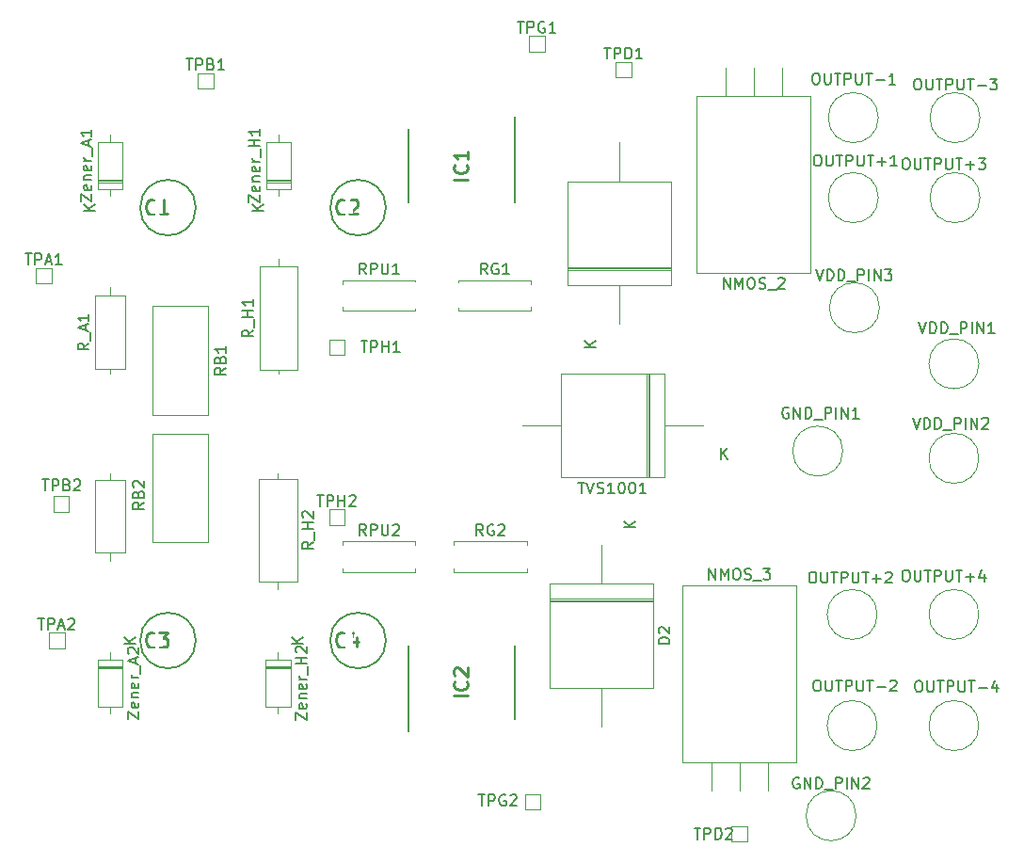
<source format=gto>
G04 #@! TF.GenerationSoftware,KiCad,Pcbnew,9.0.1*
G04 #@! TF.CreationDate,2025-07-15T15:56:14+03:00*
G04 #@! TF.ProjectId,pcb_no_div,7063625f-6e6f-45f6-9469-762e6b696361,rev?*
G04 #@! TF.SameCoordinates,Original*
G04 #@! TF.FileFunction,Legend,Top*
G04 #@! TF.FilePolarity,Positive*
%FSLAX46Y46*%
G04 Gerber Fmt 4.6, Leading zero omitted, Abs format (unit mm)*
G04 Created by KiCad (PCBNEW 9.0.1) date 2025-07-15 15:56:14*
%MOMM*%
%LPD*%
G01*
G04 APERTURE LIST*
%ADD10C,0.150000*%
%ADD11C,0.254000*%
%ADD12C,0.152400*%
%ADD13C,0.120000*%
%ADD14C,0.200000*%
G04 APERTURE END LIST*
D10*
X62434819Y-50123333D02*
X62434819Y-49456667D01*
X62434819Y-49456667D02*
X63434819Y-50123333D01*
X63434819Y-50123333D02*
X63434819Y-49456667D01*
X63387200Y-48694762D02*
X63434819Y-48790000D01*
X63434819Y-48790000D02*
X63434819Y-48980476D01*
X63434819Y-48980476D02*
X63387200Y-49075714D01*
X63387200Y-49075714D02*
X63291961Y-49123333D01*
X63291961Y-49123333D02*
X62911009Y-49123333D01*
X62911009Y-49123333D02*
X62815771Y-49075714D01*
X62815771Y-49075714D02*
X62768152Y-48980476D01*
X62768152Y-48980476D02*
X62768152Y-48790000D01*
X62768152Y-48790000D02*
X62815771Y-48694762D01*
X62815771Y-48694762D02*
X62911009Y-48647143D01*
X62911009Y-48647143D02*
X63006247Y-48647143D01*
X63006247Y-48647143D02*
X63101485Y-49123333D01*
X62768152Y-48218571D02*
X63434819Y-48218571D01*
X62863390Y-48218571D02*
X62815771Y-48170952D01*
X62815771Y-48170952D02*
X62768152Y-48075714D01*
X62768152Y-48075714D02*
X62768152Y-47932857D01*
X62768152Y-47932857D02*
X62815771Y-47837619D01*
X62815771Y-47837619D02*
X62911009Y-47790000D01*
X62911009Y-47790000D02*
X63434819Y-47790000D01*
X63387200Y-46932857D02*
X63434819Y-47028095D01*
X63434819Y-47028095D02*
X63434819Y-47218571D01*
X63434819Y-47218571D02*
X63387200Y-47313809D01*
X63387200Y-47313809D02*
X63291961Y-47361428D01*
X63291961Y-47361428D02*
X62911009Y-47361428D01*
X62911009Y-47361428D02*
X62815771Y-47313809D01*
X62815771Y-47313809D02*
X62768152Y-47218571D01*
X62768152Y-47218571D02*
X62768152Y-47028095D01*
X62768152Y-47028095D02*
X62815771Y-46932857D01*
X62815771Y-46932857D02*
X62911009Y-46885238D01*
X62911009Y-46885238D02*
X63006247Y-46885238D01*
X63006247Y-46885238D02*
X63101485Y-47361428D01*
X63434819Y-46456666D02*
X62768152Y-46456666D01*
X62958628Y-46456666D02*
X62863390Y-46409047D01*
X62863390Y-46409047D02*
X62815771Y-46361428D01*
X62815771Y-46361428D02*
X62768152Y-46266190D01*
X62768152Y-46266190D02*
X62768152Y-46170952D01*
X63530057Y-46075714D02*
X63530057Y-45313809D01*
X63434819Y-45075713D02*
X62434819Y-45075713D01*
X62911009Y-45075713D02*
X62911009Y-44504285D01*
X63434819Y-44504285D02*
X62434819Y-44504285D01*
X63434819Y-43504285D02*
X63434819Y-44075713D01*
X63434819Y-43789999D02*
X62434819Y-43789999D01*
X62434819Y-43789999D02*
X62577676Y-43885237D01*
X62577676Y-43885237D02*
X62672914Y-43980475D01*
X62672914Y-43980475D02*
X62720533Y-44075713D01*
X63754819Y-50861904D02*
X62754819Y-50861904D01*
X63754819Y-50290476D02*
X63183390Y-50719047D01*
X62754819Y-50290476D02*
X63326247Y-50861904D01*
X102488095Y-106404819D02*
X103059523Y-106404819D01*
X102773809Y-107404819D02*
X102773809Y-106404819D01*
X103392857Y-107404819D02*
X103392857Y-106404819D01*
X103392857Y-106404819D02*
X103773809Y-106404819D01*
X103773809Y-106404819D02*
X103869047Y-106452438D01*
X103869047Y-106452438D02*
X103916666Y-106500057D01*
X103916666Y-106500057D02*
X103964285Y-106595295D01*
X103964285Y-106595295D02*
X103964285Y-106738152D01*
X103964285Y-106738152D02*
X103916666Y-106833390D01*
X103916666Y-106833390D02*
X103869047Y-106881009D01*
X103869047Y-106881009D02*
X103773809Y-106928628D01*
X103773809Y-106928628D02*
X103392857Y-106928628D01*
X104392857Y-107404819D02*
X104392857Y-106404819D01*
X104392857Y-106404819D02*
X104630952Y-106404819D01*
X104630952Y-106404819D02*
X104773809Y-106452438D01*
X104773809Y-106452438D02*
X104869047Y-106547676D01*
X104869047Y-106547676D02*
X104916666Y-106642914D01*
X104916666Y-106642914D02*
X104964285Y-106833390D01*
X104964285Y-106833390D02*
X104964285Y-106976247D01*
X104964285Y-106976247D02*
X104916666Y-107166723D01*
X104916666Y-107166723D02*
X104869047Y-107261961D01*
X104869047Y-107261961D02*
X104773809Y-107357200D01*
X104773809Y-107357200D02*
X104630952Y-107404819D01*
X104630952Y-107404819D02*
X104392857Y-107404819D01*
X105345238Y-106500057D02*
X105392857Y-106452438D01*
X105392857Y-106452438D02*
X105488095Y-106404819D01*
X105488095Y-106404819D02*
X105726190Y-106404819D01*
X105726190Y-106404819D02*
X105821428Y-106452438D01*
X105821428Y-106452438D02*
X105869047Y-106500057D01*
X105869047Y-106500057D02*
X105916666Y-106595295D01*
X105916666Y-106595295D02*
X105916666Y-106690533D01*
X105916666Y-106690533D02*
X105869047Y-106833390D01*
X105869047Y-106833390D02*
X105297619Y-107404819D01*
X105297619Y-107404819D02*
X105916666Y-107404819D01*
X83883333Y-56584819D02*
X83550000Y-56108628D01*
X83311905Y-56584819D02*
X83311905Y-55584819D01*
X83311905Y-55584819D02*
X83692857Y-55584819D01*
X83692857Y-55584819D02*
X83788095Y-55632438D01*
X83788095Y-55632438D02*
X83835714Y-55680057D01*
X83835714Y-55680057D02*
X83883333Y-55775295D01*
X83883333Y-55775295D02*
X83883333Y-55918152D01*
X83883333Y-55918152D02*
X83835714Y-56013390D01*
X83835714Y-56013390D02*
X83788095Y-56061009D01*
X83788095Y-56061009D02*
X83692857Y-56108628D01*
X83692857Y-56108628D02*
X83311905Y-56108628D01*
X84835714Y-55632438D02*
X84740476Y-55584819D01*
X84740476Y-55584819D02*
X84597619Y-55584819D01*
X84597619Y-55584819D02*
X84454762Y-55632438D01*
X84454762Y-55632438D02*
X84359524Y-55727676D01*
X84359524Y-55727676D02*
X84311905Y-55822914D01*
X84311905Y-55822914D02*
X84264286Y-56013390D01*
X84264286Y-56013390D02*
X84264286Y-56156247D01*
X84264286Y-56156247D02*
X84311905Y-56346723D01*
X84311905Y-56346723D02*
X84359524Y-56441961D01*
X84359524Y-56441961D02*
X84454762Y-56537200D01*
X84454762Y-56537200D02*
X84597619Y-56584819D01*
X84597619Y-56584819D02*
X84692857Y-56584819D01*
X84692857Y-56584819D02*
X84835714Y-56537200D01*
X84835714Y-56537200D02*
X84883333Y-56489580D01*
X84883333Y-56489580D02*
X84883333Y-56156247D01*
X84883333Y-56156247D02*
X84692857Y-56156247D01*
X85835714Y-56584819D02*
X85264286Y-56584819D01*
X85550000Y-56584819D02*
X85550000Y-55584819D01*
X85550000Y-55584819D02*
X85454762Y-55727676D01*
X85454762Y-55727676D02*
X85359524Y-55822914D01*
X85359524Y-55822914D02*
X85264286Y-55870533D01*
D11*
X71038333Y-51053365D02*
X70977857Y-51113842D01*
X70977857Y-51113842D02*
X70796428Y-51174318D01*
X70796428Y-51174318D02*
X70675476Y-51174318D01*
X70675476Y-51174318D02*
X70494047Y-51113842D01*
X70494047Y-51113842D02*
X70373095Y-50992889D01*
X70373095Y-50992889D02*
X70312618Y-50871937D01*
X70312618Y-50871937D02*
X70252142Y-50630032D01*
X70252142Y-50630032D02*
X70252142Y-50448603D01*
X70252142Y-50448603D02*
X70312618Y-50206699D01*
X70312618Y-50206699D02*
X70373095Y-50085746D01*
X70373095Y-50085746D02*
X70494047Y-49964794D01*
X70494047Y-49964794D02*
X70675476Y-49904318D01*
X70675476Y-49904318D02*
X70796428Y-49904318D01*
X70796428Y-49904318D02*
X70977857Y-49964794D01*
X70977857Y-49964794D02*
X71038333Y-50025270D01*
X71522142Y-50025270D02*
X71582618Y-49964794D01*
X71582618Y-49964794D02*
X71703571Y-49904318D01*
X71703571Y-49904318D02*
X72005952Y-49904318D01*
X72005952Y-49904318D02*
X72126904Y-49964794D01*
X72126904Y-49964794D02*
X72187380Y-50025270D01*
X72187380Y-50025270D02*
X72247857Y-50146222D01*
X72247857Y-50146222D02*
X72247857Y-50267175D01*
X72247857Y-50267175D02*
X72187380Y-50448603D01*
X72187380Y-50448603D02*
X71461666Y-51174318D01*
X71461666Y-51174318D02*
X72247857Y-51174318D01*
D10*
X66624819Y-96683333D02*
X66624819Y-96016667D01*
X66624819Y-96016667D02*
X67624819Y-96683333D01*
X67624819Y-96683333D02*
X67624819Y-96016667D01*
X67577200Y-95254762D02*
X67624819Y-95350000D01*
X67624819Y-95350000D02*
X67624819Y-95540476D01*
X67624819Y-95540476D02*
X67577200Y-95635714D01*
X67577200Y-95635714D02*
X67481961Y-95683333D01*
X67481961Y-95683333D02*
X67101009Y-95683333D01*
X67101009Y-95683333D02*
X67005771Y-95635714D01*
X67005771Y-95635714D02*
X66958152Y-95540476D01*
X66958152Y-95540476D02*
X66958152Y-95350000D01*
X66958152Y-95350000D02*
X67005771Y-95254762D01*
X67005771Y-95254762D02*
X67101009Y-95207143D01*
X67101009Y-95207143D02*
X67196247Y-95207143D01*
X67196247Y-95207143D02*
X67291485Y-95683333D01*
X66958152Y-94778571D02*
X67624819Y-94778571D01*
X67053390Y-94778571D02*
X67005771Y-94730952D01*
X67005771Y-94730952D02*
X66958152Y-94635714D01*
X66958152Y-94635714D02*
X66958152Y-94492857D01*
X66958152Y-94492857D02*
X67005771Y-94397619D01*
X67005771Y-94397619D02*
X67101009Y-94350000D01*
X67101009Y-94350000D02*
X67624819Y-94350000D01*
X67577200Y-93492857D02*
X67624819Y-93588095D01*
X67624819Y-93588095D02*
X67624819Y-93778571D01*
X67624819Y-93778571D02*
X67577200Y-93873809D01*
X67577200Y-93873809D02*
X67481961Y-93921428D01*
X67481961Y-93921428D02*
X67101009Y-93921428D01*
X67101009Y-93921428D02*
X67005771Y-93873809D01*
X67005771Y-93873809D02*
X66958152Y-93778571D01*
X66958152Y-93778571D02*
X66958152Y-93588095D01*
X66958152Y-93588095D02*
X67005771Y-93492857D01*
X67005771Y-93492857D02*
X67101009Y-93445238D01*
X67101009Y-93445238D02*
X67196247Y-93445238D01*
X67196247Y-93445238D02*
X67291485Y-93921428D01*
X67624819Y-93016666D02*
X66958152Y-93016666D01*
X67148628Y-93016666D02*
X67053390Y-92969047D01*
X67053390Y-92969047D02*
X67005771Y-92921428D01*
X67005771Y-92921428D02*
X66958152Y-92826190D01*
X66958152Y-92826190D02*
X66958152Y-92730952D01*
X67720057Y-92635714D02*
X67720057Y-91873809D01*
X67624819Y-91635713D02*
X66624819Y-91635713D01*
X67101009Y-91635713D02*
X67101009Y-91064285D01*
X67624819Y-91064285D02*
X66624819Y-91064285D01*
X66720057Y-90635713D02*
X66672438Y-90588094D01*
X66672438Y-90588094D02*
X66624819Y-90492856D01*
X66624819Y-90492856D02*
X66624819Y-90254761D01*
X66624819Y-90254761D02*
X66672438Y-90159523D01*
X66672438Y-90159523D02*
X66720057Y-90111904D01*
X66720057Y-90111904D02*
X66815295Y-90064285D01*
X66815295Y-90064285D02*
X66910533Y-90064285D01*
X66910533Y-90064285D02*
X67053390Y-90111904D01*
X67053390Y-90111904D02*
X67624819Y-90683332D01*
X67624819Y-90683332D02*
X67624819Y-90064285D01*
X67304819Y-89801904D02*
X66304819Y-89801904D01*
X67304819Y-89230476D02*
X66733390Y-89659047D01*
X66304819Y-89230476D02*
X66876247Y-89801904D01*
X121450000Y-46154819D02*
X121640476Y-46154819D01*
X121640476Y-46154819D02*
X121735714Y-46202438D01*
X121735714Y-46202438D02*
X121830952Y-46297676D01*
X121830952Y-46297676D02*
X121878571Y-46488152D01*
X121878571Y-46488152D02*
X121878571Y-46821485D01*
X121878571Y-46821485D02*
X121830952Y-47011961D01*
X121830952Y-47011961D02*
X121735714Y-47107200D01*
X121735714Y-47107200D02*
X121640476Y-47154819D01*
X121640476Y-47154819D02*
X121450000Y-47154819D01*
X121450000Y-47154819D02*
X121354762Y-47107200D01*
X121354762Y-47107200D02*
X121259524Y-47011961D01*
X121259524Y-47011961D02*
X121211905Y-46821485D01*
X121211905Y-46821485D02*
X121211905Y-46488152D01*
X121211905Y-46488152D02*
X121259524Y-46297676D01*
X121259524Y-46297676D02*
X121354762Y-46202438D01*
X121354762Y-46202438D02*
X121450000Y-46154819D01*
X122307143Y-46154819D02*
X122307143Y-46964342D01*
X122307143Y-46964342D02*
X122354762Y-47059580D01*
X122354762Y-47059580D02*
X122402381Y-47107200D01*
X122402381Y-47107200D02*
X122497619Y-47154819D01*
X122497619Y-47154819D02*
X122688095Y-47154819D01*
X122688095Y-47154819D02*
X122783333Y-47107200D01*
X122783333Y-47107200D02*
X122830952Y-47059580D01*
X122830952Y-47059580D02*
X122878571Y-46964342D01*
X122878571Y-46964342D02*
X122878571Y-46154819D01*
X123211905Y-46154819D02*
X123783333Y-46154819D01*
X123497619Y-47154819D02*
X123497619Y-46154819D01*
X124116667Y-47154819D02*
X124116667Y-46154819D01*
X124116667Y-46154819D02*
X124497619Y-46154819D01*
X124497619Y-46154819D02*
X124592857Y-46202438D01*
X124592857Y-46202438D02*
X124640476Y-46250057D01*
X124640476Y-46250057D02*
X124688095Y-46345295D01*
X124688095Y-46345295D02*
X124688095Y-46488152D01*
X124688095Y-46488152D02*
X124640476Y-46583390D01*
X124640476Y-46583390D02*
X124592857Y-46631009D01*
X124592857Y-46631009D02*
X124497619Y-46678628D01*
X124497619Y-46678628D02*
X124116667Y-46678628D01*
X125116667Y-46154819D02*
X125116667Y-46964342D01*
X125116667Y-46964342D02*
X125164286Y-47059580D01*
X125164286Y-47059580D02*
X125211905Y-47107200D01*
X125211905Y-47107200D02*
X125307143Y-47154819D01*
X125307143Y-47154819D02*
X125497619Y-47154819D01*
X125497619Y-47154819D02*
X125592857Y-47107200D01*
X125592857Y-47107200D02*
X125640476Y-47059580D01*
X125640476Y-47059580D02*
X125688095Y-46964342D01*
X125688095Y-46964342D02*
X125688095Y-46154819D01*
X126021429Y-46154819D02*
X126592857Y-46154819D01*
X126307143Y-47154819D02*
X126307143Y-46154819D01*
X126926191Y-46773866D02*
X127688096Y-46773866D01*
X127307143Y-47154819D02*
X127307143Y-46392914D01*
X128069048Y-46154819D02*
X128688095Y-46154819D01*
X128688095Y-46154819D02*
X128354762Y-46535771D01*
X128354762Y-46535771D02*
X128497619Y-46535771D01*
X128497619Y-46535771D02*
X128592857Y-46583390D01*
X128592857Y-46583390D02*
X128640476Y-46631009D01*
X128640476Y-46631009D02*
X128688095Y-46726247D01*
X128688095Y-46726247D02*
X128688095Y-46964342D01*
X128688095Y-46964342D02*
X128640476Y-47059580D01*
X128640476Y-47059580D02*
X128592857Y-47107200D01*
X128592857Y-47107200D02*
X128497619Y-47154819D01*
X128497619Y-47154819D02*
X128211905Y-47154819D01*
X128211905Y-47154819D02*
X128116667Y-47107200D01*
X128116667Y-47107200D02*
X128069048Y-47059580D01*
X94388095Y-36206819D02*
X94959523Y-36206819D01*
X94673809Y-37206819D02*
X94673809Y-36206819D01*
X95292857Y-37206819D02*
X95292857Y-36206819D01*
X95292857Y-36206819D02*
X95673809Y-36206819D01*
X95673809Y-36206819D02*
X95769047Y-36254438D01*
X95769047Y-36254438D02*
X95816666Y-36302057D01*
X95816666Y-36302057D02*
X95864285Y-36397295D01*
X95864285Y-36397295D02*
X95864285Y-36540152D01*
X95864285Y-36540152D02*
X95816666Y-36635390D01*
X95816666Y-36635390D02*
X95769047Y-36683009D01*
X95769047Y-36683009D02*
X95673809Y-36730628D01*
X95673809Y-36730628D02*
X95292857Y-36730628D01*
X96292857Y-37206819D02*
X96292857Y-36206819D01*
X96292857Y-36206819D02*
X96530952Y-36206819D01*
X96530952Y-36206819D02*
X96673809Y-36254438D01*
X96673809Y-36254438D02*
X96769047Y-36349676D01*
X96769047Y-36349676D02*
X96816666Y-36444914D01*
X96816666Y-36444914D02*
X96864285Y-36635390D01*
X96864285Y-36635390D02*
X96864285Y-36778247D01*
X96864285Y-36778247D02*
X96816666Y-36968723D01*
X96816666Y-36968723D02*
X96769047Y-37063961D01*
X96769047Y-37063961D02*
X96673809Y-37159200D01*
X96673809Y-37159200D02*
X96530952Y-37206819D01*
X96530952Y-37206819D02*
X96292857Y-37206819D01*
X97816666Y-37206819D02*
X97245238Y-37206819D01*
X97530952Y-37206819D02*
X97530952Y-36206819D01*
X97530952Y-36206819D02*
X97435714Y-36349676D01*
X97435714Y-36349676D02*
X97340476Y-36444914D01*
X97340476Y-36444914D02*
X97245238Y-36492533D01*
X83088095Y-103406819D02*
X83659523Y-103406819D01*
X83373809Y-104406819D02*
X83373809Y-103406819D01*
X83992857Y-104406819D02*
X83992857Y-103406819D01*
X83992857Y-103406819D02*
X84373809Y-103406819D01*
X84373809Y-103406819D02*
X84469047Y-103454438D01*
X84469047Y-103454438D02*
X84516666Y-103502057D01*
X84516666Y-103502057D02*
X84564285Y-103597295D01*
X84564285Y-103597295D02*
X84564285Y-103740152D01*
X84564285Y-103740152D02*
X84516666Y-103835390D01*
X84516666Y-103835390D02*
X84469047Y-103883009D01*
X84469047Y-103883009D02*
X84373809Y-103930628D01*
X84373809Y-103930628D02*
X83992857Y-103930628D01*
X85516666Y-103454438D02*
X85421428Y-103406819D01*
X85421428Y-103406819D02*
X85278571Y-103406819D01*
X85278571Y-103406819D02*
X85135714Y-103454438D01*
X85135714Y-103454438D02*
X85040476Y-103549676D01*
X85040476Y-103549676D02*
X84992857Y-103644914D01*
X84992857Y-103644914D02*
X84945238Y-103835390D01*
X84945238Y-103835390D02*
X84945238Y-103978247D01*
X84945238Y-103978247D02*
X84992857Y-104168723D01*
X84992857Y-104168723D02*
X85040476Y-104263961D01*
X85040476Y-104263961D02*
X85135714Y-104359200D01*
X85135714Y-104359200D02*
X85278571Y-104406819D01*
X85278571Y-104406819D02*
X85373809Y-104406819D01*
X85373809Y-104406819D02*
X85516666Y-104359200D01*
X85516666Y-104359200D02*
X85564285Y-104311580D01*
X85564285Y-104311580D02*
X85564285Y-103978247D01*
X85564285Y-103978247D02*
X85373809Y-103978247D01*
X85945238Y-103502057D02*
X85992857Y-103454438D01*
X85992857Y-103454438D02*
X86088095Y-103406819D01*
X86088095Y-103406819D02*
X86326190Y-103406819D01*
X86326190Y-103406819D02*
X86421428Y-103454438D01*
X86421428Y-103454438D02*
X86469047Y-103502057D01*
X86469047Y-103502057D02*
X86516666Y-103597295D01*
X86516666Y-103597295D02*
X86516666Y-103692533D01*
X86516666Y-103692533D02*
X86469047Y-103835390D01*
X86469047Y-103835390D02*
X85897619Y-104406819D01*
X85897619Y-104406819D02*
X86516666Y-104406819D01*
X113450000Y-93104819D02*
X113640476Y-93104819D01*
X113640476Y-93104819D02*
X113735714Y-93152438D01*
X113735714Y-93152438D02*
X113830952Y-93247676D01*
X113830952Y-93247676D02*
X113878571Y-93438152D01*
X113878571Y-93438152D02*
X113878571Y-93771485D01*
X113878571Y-93771485D02*
X113830952Y-93961961D01*
X113830952Y-93961961D02*
X113735714Y-94057200D01*
X113735714Y-94057200D02*
X113640476Y-94104819D01*
X113640476Y-94104819D02*
X113450000Y-94104819D01*
X113450000Y-94104819D02*
X113354762Y-94057200D01*
X113354762Y-94057200D02*
X113259524Y-93961961D01*
X113259524Y-93961961D02*
X113211905Y-93771485D01*
X113211905Y-93771485D02*
X113211905Y-93438152D01*
X113211905Y-93438152D02*
X113259524Y-93247676D01*
X113259524Y-93247676D02*
X113354762Y-93152438D01*
X113354762Y-93152438D02*
X113450000Y-93104819D01*
X114307143Y-93104819D02*
X114307143Y-93914342D01*
X114307143Y-93914342D02*
X114354762Y-94009580D01*
X114354762Y-94009580D02*
X114402381Y-94057200D01*
X114402381Y-94057200D02*
X114497619Y-94104819D01*
X114497619Y-94104819D02*
X114688095Y-94104819D01*
X114688095Y-94104819D02*
X114783333Y-94057200D01*
X114783333Y-94057200D02*
X114830952Y-94009580D01*
X114830952Y-94009580D02*
X114878571Y-93914342D01*
X114878571Y-93914342D02*
X114878571Y-93104819D01*
X115211905Y-93104819D02*
X115783333Y-93104819D01*
X115497619Y-94104819D02*
X115497619Y-93104819D01*
X116116667Y-94104819D02*
X116116667Y-93104819D01*
X116116667Y-93104819D02*
X116497619Y-93104819D01*
X116497619Y-93104819D02*
X116592857Y-93152438D01*
X116592857Y-93152438D02*
X116640476Y-93200057D01*
X116640476Y-93200057D02*
X116688095Y-93295295D01*
X116688095Y-93295295D02*
X116688095Y-93438152D01*
X116688095Y-93438152D02*
X116640476Y-93533390D01*
X116640476Y-93533390D02*
X116592857Y-93581009D01*
X116592857Y-93581009D02*
X116497619Y-93628628D01*
X116497619Y-93628628D02*
X116116667Y-93628628D01*
X117116667Y-93104819D02*
X117116667Y-93914342D01*
X117116667Y-93914342D02*
X117164286Y-94009580D01*
X117164286Y-94009580D02*
X117211905Y-94057200D01*
X117211905Y-94057200D02*
X117307143Y-94104819D01*
X117307143Y-94104819D02*
X117497619Y-94104819D01*
X117497619Y-94104819D02*
X117592857Y-94057200D01*
X117592857Y-94057200D02*
X117640476Y-94009580D01*
X117640476Y-94009580D02*
X117688095Y-93914342D01*
X117688095Y-93914342D02*
X117688095Y-93104819D01*
X118021429Y-93104819D02*
X118592857Y-93104819D01*
X118307143Y-94104819D02*
X118307143Y-93104819D01*
X118926191Y-93723866D02*
X119688096Y-93723866D01*
X120116667Y-93200057D02*
X120164286Y-93152438D01*
X120164286Y-93152438D02*
X120259524Y-93104819D01*
X120259524Y-93104819D02*
X120497619Y-93104819D01*
X120497619Y-93104819D02*
X120592857Y-93152438D01*
X120592857Y-93152438D02*
X120640476Y-93200057D01*
X120640476Y-93200057D02*
X120688095Y-93295295D01*
X120688095Y-93295295D02*
X120688095Y-93390533D01*
X120688095Y-93390533D02*
X120640476Y-93533390D01*
X120640476Y-93533390D02*
X120069048Y-94104819D01*
X120069048Y-94104819D02*
X120688095Y-94104819D01*
D11*
X71038333Y-89993365D02*
X70977857Y-90053842D01*
X70977857Y-90053842D02*
X70796428Y-90114318D01*
X70796428Y-90114318D02*
X70675476Y-90114318D01*
X70675476Y-90114318D02*
X70494047Y-90053842D01*
X70494047Y-90053842D02*
X70373095Y-89932889D01*
X70373095Y-89932889D02*
X70312618Y-89811937D01*
X70312618Y-89811937D02*
X70252142Y-89570032D01*
X70252142Y-89570032D02*
X70252142Y-89388603D01*
X70252142Y-89388603D02*
X70312618Y-89146699D01*
X70312618Y-89146699D02*
X70373095Y-89025746D01*
X70373095Y-89025746D02*
X70494047Y-88904794D01*
X70494047Y-88904794D02*
X70675476Y-88844318D01*
X70675476Y-88844318D02*
X70796428Y-88844318D01*
X70796428Y-88844318D02*
X70977857Y-88904794D01*
X70977857Y-88904794D02*
X71038333Y-88965270D01*
X72126904Y-89267651D02*
X72126904Y-90114318D01*
X71824523Y-88783842D02*
X71522142Y-89690984D01*
X71522142Y-89690984D02*
X72308333Y-89690984D01*
D10*
X122697619Y-60904819D02*
X123030952Y-61904819D01*
X123030952Y-61904819D02*
X123364285Y-60904819D01*
X123697619Y-61904819D02*
X123697619Y-60904819D01*
X123697619Y-60904819D02*
X123935714Y-60904819D01*
X123935714Y-60904819D02*
X124078571Y-60952438D01*
X124078571Y-60952438D02*
X124173809Y-61047676D01*
X124173809Y-61047676D02*
X124221428Y-61142914D01*
X124221428Y-61142914D02*
X124269047Y-61333390D01*
X124269047Y-61333390D02*
X124269047Y-61476247D01*
X124269047Y-61476247D02*
X124221428Y-61666723D01*
X124221428Y-61666723D02*
X124173809Y-61761961D01*
X124173809Y-61761961D02*
X124078571Y-61857200D01*
X124078571Y-61857200D02*
X123935714Y-61904819D01*
X123935714Y-61904819D02*
X123697619Y-61904819D01*
X124697619Y-61904819D02*
X124697619Y-60904819D01*
X124697619Y-60904819D02*
X124935714Y-60904819D01*
X124935714Y-60904819D02*
X125078571Y-60952438D01*
X125078571Y-60952438D02*
X125173809Y-61047676D01*
X125173809Y-61047676D02*
X125221428Y-61142914D01*
X125221428Y-61142914D02*
X125269047Y-61333390D01*
X125269047Y-61333390D02*
X125269047Y-61476247D01*
X125269047Y-61476247D02*
X125221428Y-61666723D01*
X125221428Y-61666723D02*
X125173809Y-61761961D01*
X125173809Y-61761961D02*
X125078571Y-61857200D01*
X125078571Y-61857200D02*
X124935714Y-61904819D01*
X124935714Y-61904819D02*
X124697619Y-61904819D01*
X125459524Y-62000057D02*
X126221428Y-62000057D01*
X126459524Y-61904819D02*
X126459524Y-60904819D01*
X126459524Y-60904819D02*
X126840476Y-60904819D01*
X126840476Y-60904819D02*
X126935714Y-60952438D01*
X126935714Y-60952438D02*
X126983333Y-61000057D01*
X126983333Y-61000057D02*
X127030952Y-61095295D01*
X127030952Y-61095295D02*
X127030952Y-61238152D01*
X127030952Y-61238152D02*
X126983333Y-61333390D01*
X126983333Y-61333390D02*
X126935714Y-61381009D01*
X126935714Y-61381009D02*
X126840476Y-61428628D01*
X126840476Y-61428628D02*
X126459524Y-61428628D01*
X127459524Y-61904819D02*
X127459524Y-60904819D01*
X127935714Y-61904819D02*
X127935714Y-60904819D01*
X127935714Y-60904819D02*
X128507142Y-61904819D01*
X128507142Y-61904819D02*
X128507142Y-60904819D01*
X129507142Y-61904819D02*
X128935714Y-61904819D01*
X129221428Y-61904819D02*
X129221428Y-60904819D01*
X129221428Y-60904819D02*
X129126190Y-61047676D01*
X129126190Y-61047676D02*
X129030952Y-61142914D01*
X129030952Y-61142914D02*
X128935714Y-61190533D01*
X42309524Y-54736819D02*
X42880952Y-54736819D01*
X42595238Y-55736819D02*
X42595238Y-54736819D01*
X43214286Y-55736819D02*
X43214286Y-54736819D01*
X43214286Y-54736819D02*
X43595238Y-54736819D01*
X43595238Y-54736819D02*
X43690476Y-54784438D01*
X43690476Y-54784438D02*
X43738095Y-54832057D01*
X43738095Y-54832057D02*
X43785714Y-54927295D01*
X43785714Y-54927295D02*
X43785714Y-55070152D01*
X43785714Y-55070152D02*
X43738095Y-55165390D01*
X43738095Y-55165390D02*
X43690476Y-55213009D01*
X43690476Y-55213009D02*
X43595238Y-55260628D01*
X43595238Y-55260628D02*
X43214286Y-55260628D01*
X44166667Y-55451104D02*
X44642857Y-55451104D01*
X44071429Y-55736819D02*
X44404762Y-54736819D01*
X44404762Y-54736819D02*
X44738095Y-55736819D01*
X45595238Y-55736819D02*
X45023810Y-55736819D01*
X45309524Y-55736819D02*
X45309524Y-54736819D01*
X45309524Y-54736819D02*
X45214286Y-54879676D01*
X45214286Y-54879676D02*
X45119048Y-54974914D01*
X45119048Y-54974914D02*
X45023810Y-55022533D01*
X113350000Y-38504819D02*
X113540476Y-38504819D01*
X113540476Y-38504819D02*
X113635714Y-38552438D01*
X113635714Y-38552438D02*
X113730952Y-38647676D01*
X113730952Y-38647676D02*
X113778571Y-38838152D01*
X113778571Y-38838152D02*
X113778571Y-39171485D01*
X113778571Y-39171485D02*
X113730952Y-39361961D01*
X113730952Y-39361961D02*
X113635714Y-39457200D01*
X113635714Y-39457200D02*
X113540476Y-39504819D01*
X113540476Y-39504819D02*
X113350000Y-39504819D01*
X113350000Y-39504819D02*
X113254762Y-39457200D01*
X113254762Y-39457200D02*
X113159524Y-39361961D01*
X113159524Y-39361961D02*
X113111905Y-39171485D01*
X113111905Y-39171485D02*
X113111905Y-38838152D01*
X113111905Y-38838152D02*
X113159524Y-38647676D01*
X113159524Y-38647676D02*
X113254762Y-38552438D01*
X113254762Y-38552438D02*
X113350000Y-38504819D01*
X114207143Y-38504819D02*
X114207143Y-39314342D01*
X114207143Y-39314342D02*
X114254762Y-39409580D01*
X114254762Y-39409580D02*
X114302381Y-39457200D01*
X114302381Y-39457200D02*
X114397619Y-39504819D01*
X114397619Y-39504819D02*
X114588095Y-39504819D01*
X114588095Y-39504819D02*
X114683333Y-39457200D01*
X114683333Y-39457200D02*
X114730952Y-39409580D01*
X114730952Y-39409580D02*
X114778571Y-39314342D01*
X114778571Y-39314342D02*
X114778571Y-38504819D01*
X115111905Y-38504819D02*
X115683333Y-38504819D01*
X115397619Y-39504819D02*
X115397619Y-38504819D01*
X116016667Y-39504819D02*
X116016667Y-38504819D01*
X116016667Y-38504819D02*
X116397619Y-38504819D01*
X116397619Y-38504819D02*
X116492857Y-38552438D01*
X116492857Y-38552438D02*
X116540476Y-38600057D01*
X116540476Y-38600057D02*
X116588095Y-38695295D01*
X116588095Y-38695295D02*
X116588095Y-38838152D01*
X116588095Y-38838152D02*
X116540476Y-38933390D01*
X116540476Y-38933390D02*
X116492857Y-38981009D01*
X116492857Y-38981009D02*
X116397619Y-39028628D01*
X116397619Y-39028628D02*
X116016667Y-39028628D01*
X117016667Y-38504819D02*
X117016667Y-39314342D01*
X117016667Y-39314342D02*
X117064286Y-39409580D01*
X117064286Y-39409580D02*
X117111905Y-39457200D01*
X117111905Y-39457200D02*
X117207143Y-39504819D01*
X117207143Y-39504819D02*
X117397619Y-39504819D01*
X117397619Y-39504819D02*
X117492857Y-39457200D01*
X117492857Y-39457200D02*
X117540476Y-39409580D01*
X117540476Y-39409580D02*
X117588095Y-39314342D01*
X117588095Y-39314342D02*
X117588095Y-38504819D01*
X117921429Y-38504819D02*
X118492857Y-38504819D01*
X118207143Y-39504819D02*
X118207143Y-38504819D01*
X118826191Y-39123866D02*
X119588096Y-39123866D01*
X120588095Y-39504819D02*
X120016667Y-39504819D01*
X120302381Y-39504819D02*
X120302381Y-38504819D01*
X120302381Y-38504819D02*
X120207143Y-38647676D01*
X120207143Y-38647676D02*
X120111905Y-38742914D01*
X120111905Y-38742914D02*
X120016667Y-38790533D01*
X113447619Y-56156819D02*
X113780952Y-57156819D01*
X113780952Y-57156819D02*
X114114285Y-56156819D01*
X114447619Y-57156819D02*
X114447619Y-56156819D01*
X114447619Y-56156819D02*
X114685714Y-56156819D01*
X114685714Y-56156819D02*
X114828571Y-56204438D01*
X114828571Y-56204438D02*
X114923809Y-56299676D01*
X114923809Y-56299676D02*
X114971428Y-56394914D01*
X114971428Y-56394914D02*
X115019047Y-56585390D01*
X115019047Y-56585390D02*
X115019047Y-56728247D01*
X115019047Y-56728247D02*
X114971428Y-56918723D01*
X114971428Y-56918723D02*
X114923809Y-57013961D01*
X114923809Y-57013961D02*
X114828571Y-57109200D01*
X114828571Y-57109200D02*
X114685714Y-57156819D01*
X114685714Y-57156819D02*
X114447619Y-57156819D01*
X115447619Y-57156819D02*
X115447619Y-56156819D01*
X115447619Y-56156819D02*
X115685714Y-56156819D01*
X115685714Y-56156819D02*
X115828571Y-56204438D01*
X115828571Y-56204438D02*
X115923809Y-56299676D01*
X115923809Y-56299676D02*
X115971428Y-56394914D01*
X115971428Y-56394914D02*
X116019047Y-56585390D01*
X116019047Y-56585390D02*
X116019047Y-56728247D01*
X116019047Y-56728247D02*
X115971428Y-56918723D01*
X115971428Y-56918723D02*
X115923809Y-57013961D01*
X115923809Y-57013961D02*
X115828571Y-57109200D01*
X115828571Y-57109200D02*
X115685714Y-57156819D01*
X115685714Y-57156819D02*
X115447619Y-57156819D01*
X116209524Y-57252057D02*
X116971428Y-57252057D01*
X117209524Y-57156819D02*
X117209524Y-56156819D01*
X117209524Y-56156819D02*
X117590476Y-56156819D01*
X117590476Y-56156819D02*
X117685714Y-56204438D01*
X117685714Y-56204438D02*
X117733333Y-56252057D01*
X117733333Y-56252057D02*
X117780952Y-56347295D01*
X117780952Y-56347295D02*
X117780952Y-56490152D01*
X117780952Y-56490152D02*
X117733333Y-56585390D01*
X117733333Y-56585390D02*
X117685714Y-56633009D01*
X117685714Y-56633009D02*
X117590476Y-56680628D01*
X117590476Y-56680628D02*
X117209524Y-56680628D01*
X118209524Y-57156819D02*
X118209524Y-56156819D01*
X118685714Y-57156819D02*
X118685714Y-56156819D01*
X118685714Y-56156819D02*
X119257142Y-57156819D01*
X119257142Y-57156819D02*
X119257142Y-56156819D01*
X119638095Y-56156819D02*
X120257142Y-56156819D01*
X120257142Y-56156819D02*
X119923809Y-56537771D01*
X119923809Y-56537771D02*
X120066666Y-56537771D01*
X120066666Y-56537771D02*
X120161904Y-56585390D01*
X120161904Y-56585390D02*
X120209523Y-56633009D01*
X120209523Y-56633009D02*
X120257142Y-56728247D01*
X120257142Y-56728247D02*
X120257142Y-56966342D01*
X120257142Y-56966342D02*
X120209523Y-57061580D01*
X120209523Y-57061580D02*
X120161904Y-57109200D01*
X120161904Y-57109200D02*
X120066666Y-57156819D01*
X120066666Y-57156819D02*
X119780952Y-57156819D01*
X119780952Y-57156819D02*
X119685714Y-57109200D01*
X119685714Y-57109200D02*
X119638095Y-57061580D01*
X110969047Y-68602438D02*
X110873809Y-68554819D01*
X110873809Y-68554819D02*
X110730952Y-68554819D01*
X110730952Y-68554819D02*
X110588095Y-68602438D01*
X110588095Y-68602438D02*
X110492857Y-68697676D01*
X110492857Y-68697676D02*
X110445238Y-68792914D01*
X110445238Y-68792914D02*
X110397619Y-68983390D01*
X110397619Y-68983390D02*
X110397619Y-69126247D01*
X110397619Y-69126247D02*
X110445238Y-69316723D01*
X110445238Y-69316723D02*
X110492857Y-69411961D01*
X110492857Y-69411961D02*
X110588095Y-69507200D01*
X110588095Y-69507200D02*
X110730952Y-69554819D01*
X110730952Y-69554819D02*
X110826190Y-69554819D01*
X110826190Y-69554819D02*
X110969047Y-69507200D01*
X110969047Y-69507200D02*
X111016666Y-69459580D01*
X111016666Y-69459580D02*
X111016666Y-69126247D01*
X111016666Y-69126247D02*
X110826190Y-69126247D01*
X111445238Y-69554819D02*
X111445238Y-68554819D01*
X111445238Y-68554819D02*
X112016666Y-69554819D01*
X112016666Y-69554819D02*
X112016666Y-68554819D01*
X112492857Y-69554819D02*
X112492857Y-68554819D01*
X112492857Y-68554819D02*
X112730952Y-68554819D01*
X112730952Y-68554819D02*
X112873809Y-68602438D01*
X112873809Y-68602438D02*
X112969047Y-68697676D01*
X112969047Y-68697676D02*
X113016666Y-68792914D01*
X113016666Y-68792914D02*
X113064285Y-68983390D01*
X113064285Y-68983390D02*
X113064285Y-69126247D01*
X113064285Y-69126247D02*
X113016666Y-69316723D01*
X113016666Y-69316723D02*
X112969047Y-69411961D01*
X112969047Y-69411961D02*
X112873809Y-69507200D01*
X112873809Y-69507200D02*
X112730952Y-69554819D01*
X112730952Y-69554819D02*
X112492857Y-69554819D01*
X113254762Y-69650057D02*
X114016666Y-69650057D01*
X114254762Y-69554819D02*
X114254762Y-68554819D01*
X114254762Y-68554819D02*
X114635714Y-68554819D01*
X114635714Y-68554819D02*
X114730952Y-68602438D01*
X114730952Y-68602438D02*
X114778571Y-68650057D01*
X114778571Y-68650057D02*
X114826190Y-68745295D01*
X114826190Y-68745295D02*
X114826190Y-68888152D01*
X114826190Y-68888152D02*
X114778571Y-68983390D01*
X114778571Y-68983390D02*
X114730952Y-69031009D01*
X114730952Y-69031009D02*
X114635714Y-69078628D01*
X114635714Y-69078628D02*
X114254762Y-69078628D01*
X115254762Y-69554819D02*
X115254762Y-68554819D01*
X115730952Y-69554819D02*
X115730952Y-68554819D01*
X115730952Y-68554819D02*
X116302380Y-69554819D01*
X116302380Y-69554819D02*
X116302380Y-68554819D01*
X117302380Y-69554819D02*
X116730952Y-69554819D01*
X117016666Y-69554819D02*
X117016666Y-68554819D01*
X117016666Y-68554819D02*
X116921428Y-68697676D01*
X116921428Y-68697676D02*
X116826190Y-68792914D01*
X116826190Y-68792914D02*
X116730952Y-68840533D01*
D11*
X53938333Y-89993365D02*
X53877857Y-90053842D01*
X53877857Y-90053842D02*
X53696428Y-90114318D01*
X53696428Y-90114318D02*
X53575476Y-90114318D01*
X53575476Y-90114318D02*
X53394047Y-90053842D01*
X53394047Y-90053842D02*
X53273095Y-89932889D01*
X53273095Y-89932889D02*
X53212618Y-89811937D01*
X53212618Y-89811937D02*
X53152142Y-89570032D01*
X53152142Y-89570032D02*
X53152142Y-89388603D01*
X53152142Y-89388603D02*
X53212618Y-89146699D01*
X53212618Y-89146699D02*
X53273095Y-89025746D01*
X53273095Y-89025746D02*
X53394047Y-88904794D01*
X53394047Y-88904794D02*
X53575476Y-88844318D01*
X53575476Y-88844318D02*
X53696428Y-88844318D01*
X53696428Y-88844318D02*
X53877857Y-88904794D01*
X53877857Y-88904794D02*
X53938333Y-88965270D01*
X54361666Y-88844318D02*
X55147857Y-88844318D01*
X55147857Y-88844318D02*
X54724523Y-89328127D01*
X54724523Y-89328127D02*
X54905952Y-89328127D01*
X54905952Y-89328127D02*
X55026904Y-89388603D01*
X55026904Y-89388603D02*
X55087380Y-89449080D01*
X55087380Y-89449080D02*
X55147857Y-89570032D01*
X55147857Y-89570032D02*
X55147857Y-89872413D01*
X55147857Y-89872413D02*
X55087380Y-89993365D01*
X55087380Y-89993365D02*
X55026904Y-90053842D01*
X55026904Y-90053842D02*
X54905952Y-90114318D01*
X54905952Y-90114318D02*
X54543095Y-90114318D01*
X54543095Y-90114318D02*
X54422142Y-90053842D01*
X54422142Y-90053842D02*
X54361666Y-89993365D01*
D10*
X43459524Y-87546819D02*
X44030952Y-87546819D01*
X43745238Y-88546819D02*
X43745238Y-87546819D01*
X44364286Y-88546819D02*
X44364286Y-87546819D01*
X44364286Y-87546819D02*
X44745238Y-87546819D01*
X44745238Y-87546819D02*
X44840476Y-87594438D01*
X44840476Y-87594438D02*
X44888095Y-87642057D01*
X44888095Y-87642057D02*
X44935714Y-87737295D01*
X44935714Y-87737295D02*
X44935714Y-87880152D01*
X44935714Y-87880152D02*
X44888095Y-87975390D01*
X44888095Y-87975390D02*
X44840476Y-88023009D01*
X44840476Y-88023009D02*
X44745238Y-88070628D01*
X44745238Y-88070628D02*
X44364286Y-88070628D01*
X45316667Y-88261104D02*
X45792857Y-88261104D01*
X45221429Y-88546819D02*
X45554762Y-87546819D01*
X45554762Y-87546819D02*
X45888095Y-88546819D01*
X46173810Y-87642057D02*
X46221429Y-87594438D01*
X46221429Y-87594438D02*
X46316667Y-87546819D01*
X46316667Y-87546819D02*
X46554762Y-87546819D01*
X46554762Y-87546819D02*
X46650000Y-87594438D01*
X46650000Y-87594438D02*
X46697619Y-87642057D01*
X46697619Y-87642057D02*
X46745238Y-87737295D01*
X46745238Y-87737295D02*
X46745238Y-87832533D01*
X46745238Y-87832533D02*
X46697619Y-87975390D01*
X46697619Y-87975390D02*
X46126191Y-88546819D01*
X46126191Y-88546819D02*
X46745238Y-88546819D01*
X56788095Y-37206819D02*
X57359523Y-37206819D01*
X57073809Y-38206819D02*
X57073809Y-37206819D01*
X57692857Y-38206819D02*
X57692857Y-37206819D01*
X57692857Y-37206819D02*
X58073809Y-37206819D01*
X58073809Y-37206819D02*
X58169047Y-37254438D01*
X58169047Y-37254438D02*
X58216666Y-37302057D01*
X58216666Y-37302057D02*
X58264285Y-37397295D01*
X58264285Y-37397295D02*
X58264285Y-37540152D01*
X58264285Y-37540152D02*
X58216666Y-37635390D01*
X58216666Y-37635390D02*
X58169047Y-37683009D01*
X58169047Y-37683009D02*
X58073809Y-37730628D01*
X58073809Y-37730628D02*
X57692857Y-37730628D01*
X59026190Y-37683009D02*
X59169047Y-37730628D01*
X59169047Y-37730628D02*
X59216666Y-37778247D01*
X59216666Y-37778247D02*
X59264285Y-37873485D01*
X59264285Y-37873485D02*
X59264285Y-38016342D01*
X59264285Y-38016342D02*
X59216666Y-38111580D01*
X59216666Y-38111580D02*
X59169047Y-38159200D01*
X59169047Y-38159200D02*
X59073809Y-38206819D01*
X59073809Y-38206819D02*
X58692857Y-38206819D01*
X58692857Y-38206819D02*
X58692857Y-37206819D01*
X58692857Y-37206819D02*
X59026190Y-37206819D01*
X59026190Y-37206819D02*
X59121428Y-37254438D01*
X59121428Y-37254438D02*
X59169047Y-37302057D01*
X59169047Y-37302057D02*
X59216666Y-37397295D01*
X59216666Y-37397295D02*
X59216666Y-37492533D01*
X59216666Y-37492533D02*
X59169047Y-37587771D01*
X59169047Y-37587771D02*
X59121428Y-37635390D01*
X59121428Y-37635390D02*
X59026190Y-37683009D01*
X59026190Y-37683009D02*
X58692857Y-37683009D01*
X60216666Y-38206819D02*
X59645238Y-38206819D01*
X59930952Y-38206819D02*
X59930952Y-37206819D01*
X59930952Y-37206819D02*
X59835714Y-37349676D01*
X59835714Y-37349676D02*
X59740476Y-37444914D01*
X59740476Y-37444914D02*
X59645238Y-37492533D01*
X122600000Y-93154819D02*
X122790476Y-93154819D01*
X122790476Y-93154819D02*
X122885714Y-93202438D01*
X122885714Y-93202438D02*
X122980952Y-93297676D01*
X122980952Y-93297676D02*
X123028571Y-93488152D01*
X123028571Y-93488152D02*
X123028571Y-93821485D01*
X123028571Y-93821485D02*
X122980952Y-94011961D01*
X122980952Y-94011961D02*
X122885714Y-94107200D01*
X122885714Y-94107200D02*
X122790476Y-94154819D01*
X122790476Y-94154819D02*
X122600000Y-94154819D01*
X122600000Y-94154819D02*
X122504762Y-94107200D01*
X122504762Y-94107200D02*
X122409524Y-94011961D01*
X122409524Y-94011961D02*
X122361905Y-93821485D01*
X122361905Y-93821485D02*
X122361905Y-93488152D01*
X122361905Y-93488152D02*
X122409524Y-93297676D01*
X122409524Y-93297676D02*
X122504762Y-93202438D01*
X122504762Y-93202438D02*
X122600000Y-93154819D01*
X123457143Y-93154819D02*
X123457143Y-93964342D01*
X123457143Y-93964342D02*
X123504762Y-94059580D01*
X123504762Y-94059580D02*
X123552381Y-94107200D01*
X123552381Y-94107200D02*
X123647619Y-94154819D01*
X123647619Y-94154819D02*
X123838095Y-94154819D01*
X123838095Y-94154819D02*
X123933333Y-94107200D01*
X123933333Y-94107200D02*
X123980952Y-94059580D01*
X123980952Y-94059580D02*
X124028571Y-93964342D01*
X124028571Y-93964342D02*
X124028571Y-93154819D01*
X124361905Y-93154819D02*
X124933333Y-93154819D01*
X124647619Y-94154819D02*
X124647619Y-93154819D01*
X125266667Y-94154819D02*
X125266667Y-93154819D01*
X125266667Y-93154819D02*
X125647619Y-93154819D01*
X125647619Y-93154819D02*
X125742857Y-93202438D01*
X125742857Y-93202438D02*
X125790476Y-93250057D01*
X125790476Y-93250057D02*
X125838095Y-93345295D01*
X125838095Y-93345295D02*
X125838095Y-93488152D01*
X125838095Y-93488152D02*
X125790476Y-93583390D01*
X125790476Y-93583390D02*
X125742857Y-93631009D01*
X125742857Y-93631009D02*
X125647619Y-93678628D01*
X125647619Y-93678628D02*
X125266667Y-93678628D01*
X126266667Y-93154819D02*
X126266667Y-93964342D01*
X126266667Y-93964342D02*
X126314286Y-94059580D01*
X126314286Y-94059580D02*
X126361905Y-94107200D01*
X126361905Y-94107200D02*
X126457143Y-94154819D01*
X126457143Y-94154819D02*
X126647619Y-94154819D01*
X126647619Y-94154819D02*
X126742857Y-94107200D01*
X126742857Y-94107200D02*
X126790476Y-94059580D01*
X126790476Y-94059580D02*
X126838095Y-93964342D01*
X126838095Y-93964342D02*
X126838095Y-93154819D01*
X127171429Y-93154819D02*
X127742857Y-93154819D01*
X127457143Y-94154819D02*
X127457143Y-93154819D01*
X128076191Y-93773866D02*
X128838096Y-93773866D01*
X129742857Y-93488152D02*
X129742857Y-94154819D01*
X129504762Y-93107200D02*
X129266667Y-93821485D01*
X129266667Y-93821485D02*
X129885714Y-93821485D01*
X72959523Y-56584819D02*
X72626190Y-56108628D01*
X72388095Y-56584819D02*
X72388095Y-55584819D01*
X72388095Y-55584819D02*
X72769047Y-55584819D01*
X72769047Y-55584819D02*
X72864285Y-55632438D01*
X72864285Y-55632438D02*
X72911904Y-55680057D01*
X72911904Y-55680057D02*
X72959523Y-55775295D01*
X72959523Y-55775295D02*
X72959523Y-55918152D01*
X72959523Y-55918152D02*
X72911904Y-56013390D01*
X72911904Y-56013390D02*
X72864285Y-56061009D01*
X72864285Y-56061009D02*
X72769047Y-56108628D01*
X72769047Y-56108628D02*
X72388095Y-56108628D01*
X73388095Y-56584819D02*
X73388095Y-55584819D01*
X73388095Y-55584819D02*
X73769047Y-55584819D01*
X73769047Y-55584819D02*
X73864285Y-55632438D01*
X73864285Y-55632438D02*
X73911904Y-55680057D01*
X73911904Y-55680057D02*
X73959523Y-55775295D01*
X73959523Y-55775295D02*
X73959523Y-55918152D01*
X73959523Y-55918152D02*
X73911904Y-56013390D01*
X73911904Y-56013390D02*
X73864285Y-56061009D01*
X73864285Y-56061009D02*
X73769047Y-56108628D01*
X73769047Y-56108628D02*
X73388095Y-56108628D01*
X74388095Y-55584819D02*
X74388095Y-56394342D01*
X74388095Y-56394342D02*
X74435714Y-56489580D01*
X74435714Y-56489580D02*
X74483333Y-56537200D01*
X74483333Y-56537200D02*
X74578571Y-56584819D01*
X74578571Y-56584819D02*
X74769047Y-56584819D01*
X74769047Y-56584819D02*
X74864285Y-56537200D01*
X74864285Y-56537200D02*
X74911904Y-56489580D01*
X74911904Y-56489580D02*
X74959523Y-56394342D01*
X74959523Y-56394342D02*
X74959523Y-55584819D01*
X75959523Y-56584819D02*
X75388095Y-56584819D01*
X75673809Y-56584819D02*
X75673809Y-55584819D01*
X75673809Y-55584819D02*
X75578571Y-55727676D01*
X75578571Y-55727676D02*
X75483333Y-55822914D01*
X75483333Y-55822914D02*
X75388095Y-55870533D01*
X105135714Y-57904819D02*
X105135714Y-56904819D01*
X105135714Y-56904819D02*
X105707142Y-57904819D01*
X105707142Y-57904819D02*
X105707142Y-56904819D01*
X106183333Y-57904819D02*
X106183333Y-56904819D01*
X106183333Y-56904819D02*
X106516666Y-57619104D01*
X106516666Y-57619104D02*
X106849999Y-56904819D01*
X106849999Y-56904819D02*
X106849999Y-57904819D01*
X107516666Y-56904819D02*
X107707142Y-56904819D01*
X107707142Y-56904819D02*
X107802380Y-56952438D01*
X107802380Y-56952438D02*
X107897618Y-57047676D01*
X107897618Y-57047676D02*
X107945237Y-57238152D01*
X107945237Y-57238152D02*
X107945237Y-57571485D01*
X107945237Y-57571485D02*
X107897618Y-57761961D01*
X107897618Y-57761961D02*
X107802380Y-57857200D01*
X107802380Y-57857200D02*
X107707142Y-57904819D01*
X107707142Y-57904819D02*
X107516666Y-57904819D01*
X107516666Y-57904819D02*
X107421428Y-57857200D01*
X107421428Y-57857200D02*
X107326190Y-57761961D01*
X107326190Y-57761961D02*
X107278571Y-57571485D01*
X107278571Y-57571485D02*
X107278571Y-57238152D01*
X107278571Y-57238152D02*
X107326190Y-57047676D01*
X107326190Y-57047676D02*
X107421428Y-56952438D01*
X107421428Y-56952438D02*
X107516666Y-56904819D01*
X108326190Y-57857200D02*
X108469047Y-57904819D01*
X108469047Y-57904819D02*
X108707142Y-57904819D01*
X108707142Y-57904819D02*
X108802380Y-57857200D01*
X108802380Y-57857200D02*
X108849999Y-57809580D01*
X108849999Y-57809580D02*
X108897618Y-57714342D01*
X108897618Y-57714342D02*
X108897618Y-57619104D01*
X108897618Y-57619104D02*
X108849999Y-57523866D01*
X108849999Y-57523866D02*
X108802380Y-57476247D01*
X108802380Y-57476247D02*
X108707142Y-57428628D01*
X108707142Y-57428628D02*
X108516666Y-57381009D01*
X108516666Y-57381009D02*
X108421428Y-57333390D01*
X108421428Y-57333390D02*
X108373809Y-57285771D01*
X108373809Y-57285771D02*
X108326190Y-57190533D01*
X108326190Y-57190533D02*
X108326190Y-57095295D01*
X108326190Y-57095295D02*
X108373809Y-57000057D01*
X108373809Y-57000057D02*
X108421428Y-56952438D01*
X108421428Y-56952438D02*
X108516666Y-56904819D01*
X108516666Y-56904819D02*
X108754761Y-56904819D01*
X108754761Y-56904819D02*
X108897618Y-56952438D01*
X109088095Y-58000057D02*
X109849999Y-58000057D01*
X110040476Y-57000057D02*
X110088095Y-56952438D01*
X110088095Y-56952438D02*
X110183333Y-56904819D01*
X110183333Y-56904819D02*
X110421428Y-56904819D01*
X110421428Y-56904819D02*
X110516666Y-56952438D01*
X110516666Y-56952438D02*
X110564285Y-57000057D01*
X110564285Y-57000057D02*
X110611904Y-57095295D01*
X110611904Y-57095295D02*
X110611904Y-57190533D01*
X110611904Y-57190533D02*
X110564285Y-57333390D01*
X110564285Y-57333390D02*
X109992857Y-57904819D01*
X109992857Y-57904819D02*
X110611904Y-57904819D01*
X86588095Y-33856819D02*
X87159523Y-33856819D01*
X86873809Y-34856819D02*
X86873809Y-33856819D01*
X87492857Y-34856819D02*
X87492857Y-33856819D01*
X87492857Y-33856819D02*
X87873809Y-33856819D01*
X87873809Y-33856819D02*
X87969047Y-33904438D01*
X87969047Y-33904438D02*
X88016666Y-33952057D01*
X88016666Y-33952057D02*
X88064285Y-34047295D01*
X88064285Y-34047295D02*
X88064285Y-34190152D01*
X88064285Y-34190152D02*
X88016666Y-34285390D01*
X88016666Y-34285390D02*
X87969047Y-34333009D01*
X87969047Y-34333009D02*
X87873809Y-34380628D01*
X87873809Y-34380628D02*
X87492857Y-34380628D01*
X89016666Y-33904438D02*
X88921428Y-33856819D01*
X88921428Y-33856819D02*
X88778571Y-33856819D01*
X88778571Y-33856819D02*
X88635714Y-33904438D01*
X88635714Y-33904438D02*
X88540476Y-33999676D01*
X88540476Y-33999676D02*
X88492857Y-34094914D01*
X88492857Y-34094914D02*
X88445238Y-34285390D01*
X88445238Y-34285390D02*
X88445238Y-34428247D01*
X88445238Y-34428247D02*
X88492857Y-34618723D01*
X88492857Y-34618723D02*
X88540476Y-34713961D01*
X88540476Y-34713961D02*
X88635714Y-34809200D01*
X88635714Y-34809200D02*
X88778571Y-34856819D01*
X88778571Y-34856819D02*
X88873809Y-34856819D01*
X88873809Y-34856819D02*
X89016666Y-34809200D01*
X89016666Y-34809200D02*
X89064285Y-34761580D01*
X89064285Y-34761580D02*
X89064285Y-34428247D01*
X89064285Y-34428247D02*
X88873809Y-34428247D01*
X90016666Y-34856819D02*
X89445238Y-34856819D01*
X89730952Y-34856819D02*
X89730952Y-33856819D01*
X89730952Y-33856819D02*
X89635714Y-33999676D01*
X89635714Y-33999676D02*
X89540476Y-34094914D01*
X89540476Y-34094914D02*
X89445238Y-34142533D01*
X60364819Y-65016666D02*
X59888628Y-65349999D01*
X60364819Y-65588094D02*
X59364819Y-65588094D01*
X59364819Y-65588094D02*
X59364819Y-65207142D01*
X59364819Y-65207142D02*
X59412438Y-65111904D01*
X59412438Y-65111904D02*
X59460057Y-65064285D01*
X59460057Y-65064285D02*
X59555295Y-65016666D01*
X59555295Y-65016666D02*
X59698152Y-65016666D01*
X59698152Y-65016666D02*
X59793390Y-65064285D01*
X59793390Y-65064285D02*
X59841009Y-65111904D01*
X59841009Y-65111904D02*
X59888628Y-65207142D01*
X59888628Y-65207142D02*
X59888628Y-65588094D01*
X59841009Y-64254761D02*
X59888628Y-64111904D01*
X59888628Y-64111904D02*
X59936247Y-64064285D01*
X59936247Y-64064285D02*
X60031485Y-64016666D01*
X60031485Y-64016666D02*
X60174342Y-64016666D01*
X60174342Y-64016666D02*
X60269580Y-64064285D01*
X60269580Y-64064285D02*
X60317200Y-64111904D01*
X60317200Y-64111904D02*
X60364819Y-64207142D01*
X60364819Y-64207142D02*
X60364819Y-64588094D01*
X60364819Y-64588094D02*
X59364819Y-64588094D01*
X59364819Y-64588094D02*
X59364819Y-64254761D01*
X59364819Y-64254761D02*
X59412438Y-64159523D01*
X59412438Y-64159523D02*
X59460057Y-64111904D01*
X59460057Y-64111904D02*
X59555295Y-64064285D01*
X59555295Y-64064285D02*
X59650533Y-64064285D01*
X59650533Y-64064285D02*
X59745771Y-64111904D01*
X59745771Y-64111904D02*
X59793390Y-64159523D01*
X59793390Y-64159523D02*
X59841009Y-64254761D01*
X59841009Y-64254761D02*
X59841009Y-64588094D01*
X60364819Y-63064285D02*
X60364819Y-63635713D01*
X60364819Y-63349999D02*
X59364819Y-63349999D01*
X59364819Y-63349999D02*
X59507676Y-63445237D01*
X59507676Y-63445237D02*
X59602914Y-63540475D01*
X59602914Y-63540475D02*
X59650533Y-63635713D01*
X111919047Y-101904438D02*
X111823809Y-101856819D01*
X111823809Y-101856819D02*
X111680952Y-101856819D01*
X111680952Y-101856819D02*
X111538095Y-101904438D01*
X111538095Y-101904438D02*
X111442857Y-101999676D01*
X111442857Y-101999676D02*
X111395238Y-102094914D01*
X111395238Y-102094914D02*
X111347619Y-102285390D01*
X111347619Y-102285390D02*
X111347619Y-102428247D01*
X111347619Y-102428247D02*
X111395238Y-102618723D01*
X111395238Y-102618723D02*
X111442857Y-102713961D01*
X111442857Y-102713961D02*
X111538095Y-102809200D01*
X111538095Y-102809200D02*
X111680952Y-102856819D01*
X111680952Y-102856819D02*
X111776190Y-102856819D01*
X111776190Y-102856819D02*
X111919047Y-102809200D01*
X111919047Y-102809200D02*
X111966666Y-102761580D01*
X111966666Y-102761580D02*
X111966666Y-102428247D01*
X111966666Y-102428247D02*
X111776190Y-102428247D01*
X112395238Y-102856819D02*
X112395238Y-101856819D01*
X112395238Y-101856819D02*
X112966666Y-102856819D01*
X112966666Y-102856819D02*
X112966666Y-101856819D01*
X113442857Y-102856819D02*
X113442857Y-101856819D01*
X113442857Y-101856819D02*
X113680952Y-101856819D01*
X113680952Y-101856819D02*
X113823809Y-101904438D01*
X113823809Y-101904438D02*
X113919047Y-101999676D01*
X113919047Y-101999676D02*
X113966666Y-102094914D01*
X113966666Y-102094914D02*
X114014285Y-102285390D01*
X114014285Y-102285390D02*
X114014285Y-102428247D01*
X114014285Y-102428247D02*
X113966666Y-102618723D01*
X113966666Y-102618723D02*
X113919047Y-102713961D01*
X113919047Y-102713961D02*
X113823809Y-102809200D01*
X113823809Y-102809200D02*
X113680952Y-102856819D01*
X113680952Y-102856819D02*
X113442857Y-102856819D01*
X114204762Y-102952057D02*
X114966666Y-102952057D01*
X115204762Y-102856819D02*
X115204762Y-101856819D01*
X115204762Y-101856819D02*
X115585714Y-101856819D01*
X115585714Y-101856819D02*
X115680952Y-101904438D01*
X115680952Y-101904438D02*
X115728571Y-101952057D01*
X115728571Y-101952057D02*
X115776190Y-102047295D01*
X115776190Y-102047295D02*
X115776190Y-102190152D01*
X115776190Y-102190152D02*
X115728571Y-102285390D01*
X115728571Y-102285390D02*
X115680952Y-102333009D01*
X115680952Y-102333009D02*
X115585714Y-102380628D01*
X115585714Y-102380628D02*
X115204762Y-102380628D01*
X116204762Y-102856819D02*
X116204762Y-101856819D01*
X116680952Y-102856819D02*
X116680952Y-101856819D01*
X116680952Y-101856819D02*
X117252380Y-102856819D01*
X117252380Y-102856819D02*
X117252380Y-101856819D01*
X117680952Y-101952057D02*
X117728571Y-101904438D01*
X117728571Y-101904438D02*
X117823809Y-101856819D01*
X117823809Y-101856819D02*
X118061904Y-101856819D01*
X118061904Y-101856819D02*
X118157142Y-101904438D01*
X118157142Y-101904438D02*
X118204761Y-101952057D01*
X118204761Y-101952057D02*
X118252380Y-102047295D01*
X118252380Y-102047295D02*
X118252380Y-102142533D01*
X118252380Y-102142533D02*
X118204761Y-102285390D01*
X118204761Y-102285390D02*
X117633333Y-102856819D01*
X117633333Y-102856819D02*
X118252380Y-102856819D01*
X53004819Y-77116666D02*
X52528628Y-77449999D01*
X53004819Y-77688094D02*
X52004819Y-77688094D01*
X52004819Y-77688094D02*
X52004819Y-77307142D01*
X52004819Y-77307142D02*
X52052438Y-77211904D01*
X52052438Y-77211904D02*
X52100057Y-77164285D01*
X52100057Y-77164285D02*
X52195295Y-77116666D01*
X52195295Y-77116666D02*
X52338152Y-77116666D01*
X52338152Y-77116666D02*
X52433390Y-77164285D01*
X52433390Y-77164285D02*
X52481009Y-77211904D01*
X52481009Y-77211904D02*
X52528628Y-77307142D01*
X52528628Y-77307142D02*
X52528628Y-77688094D01*
X52481009Y-76354761D02*
X52528628Y-76211904D01*
X52528628Y-76211904D02*
X52576247Y-76164285D01*
X52576247Y-76164285D02*
X52671485Y-76116666D01*
X52671485Y-76116666D02*
X52814342Y-76116666D01*
X52814342Y-76116666D02*
X52909580Y-76164285D01*
X52909580Y-76164285D02*
X52957200Y-76211904D01*
X52957200Y-76211904D02*
X53004819Y-76307142D01*
X53004819Y-76307142D02*
X53004819Y-76688094D01*
X53004819Y-76688094D02*
X52004819Y-76688094D01*
X52004819Y-76688094D02*
X52004819Y-76354761D01*
X52004819Y-76354761D02*
X52052438Y-76259523D01*
X52052438Y-76259523D02*
X52100057Y-76211904D01*
X52100057Y-76211904D02*
X52195295Y-76164285D01*
X52195295Y-76164285D02*
X52290533Y-76164285D01*
X52290533Y-76164285D02*
X52385771Y-76211904D01*
X52385771Y-76211904D02*
X52433390Y-76259523D01*
X52433390Y-76259523D02*
X52481009Y-76354761D01*
X52481009Y-76354761D02*
X52481009Y-76688094D01*
X52100057Y-75735713D02*
X52052438Y-75688094D01*
X52052438Y-75688094D02*
X52004819Y-75592856D01*
X52004819Y-75592856D02*
X52004819Y-75354761D01*
X52004819Y-75354761D02*
X52052438Y-75259523D01*
X52052438Y-75259523D02*
X52100057Y-75211904D01*
X52100057Y-75211904D02*
X52195295Y-75164285D01*
X52195295Y-75164285D02*
X52290533Y-75164285D01*
X52290533Y-75164285D02*
X52433390Y-75211904D01*
X52433390Y-75211904D02*
X53004819Y-75783332D01*
X53004819Y-75783332D02*
X53004819Y-75164285D01*
D12*
X45130723Y-104861691D02*
X45130723Y-104048891D01*
X45130723Y-104435939D02*
X45595180Y-104435939D01*
X45595180Y-104861691D02*
X45595180Y-104048891D01*
X46330571Y-104319825D02*
X46330571Y-104861691D01*
X46137047Y-104010187D02*
X45943524Y-104590758D01*
X45943524Y-104590758D02*
X46446685Y-104590758D01*
D11*
X82124318Y-48049762D02*
X80854318Y-48049762D01*
X82003365Y-46719285D02*
X82063842Y-46779761D01*
X82063842Y-46779761D02*
X82124318Y-46961190D01*
X82124318Y-46961190D02*
X82124318Y-47082142D01*
X82124318Y-47082142D02*
X82063842Y-47263571D01*
X82063842Y-47263571D02*
X81942889Y-47384523D01*
X81942889Y-47384523D02*
X81821937Y-47445000D01*
X81821937Y-47445000D02*
X81580032Y-47505476D01*
X81580032Y-47505476D02*
X81398603Y-47505476D01*
X81398603Y-47505476D02*
X81156699Y-47445000D01*
X81156699Y-47445000D02*
X81035746Y-47384523D01*
X81035746Y-47384523D02*
X80914794Y-47263571D01*
X80914794Y-47263571D02*
X80854318Y-47082142D01*
X80854318Y-47082142D02*
X80854318Y-46961190D01*
X80854318Y-46961190D02*
X80914794Y-46779761D01*
X80914794Y-46779761D02*
X80975270Y-46719285D01*
X82124318Y-45509761D02*
X82124318Y-46235476D01*
X82124318Y-45872619D02*
X80854318Y-45872619D01*
X80854318Y-45872619D02*
X81035746Y-45993571D01*
X81035746Y-45993571D02*
X81156699Y-46114523D01*
X81156699Y-46114523D02*
X81217175Y-46235476D01*
D10*
X122500000Y-39004819D02*
X122690476Y-39004819D01*
X122690476Y-39004819D02*
X122785714Y-39052438D01*
X122785714Y-39052438D02*
X122880952Y-39147676D01*
X122880952Y-39147676D02*
X122928571Y-39338152D01*
X122928571Y-39338152D02*
X122928571Y-39671485D01*
X122928571Y-39671485D02*
X122880952Y-39861961D01*
X122880952Y-39861961D02*
X122785714Y-39957200D01*
X122785714Y-39957200D02*
X122690476Y-40004819D01*
X122690476Y-40004819D02*
X122500000Y-40004819D01*
X122500000Y-40004819D02*
X122404762Y-39957200D01*
X122404762Y-39957200D02*
X122309524Y-39861961D01*
X122309524Y-39861961D02*
X122261905Y-39671485D01*
X122261905Y-39671485D02*
X122261905Y-39338152D01*
X122261905Y-39338152D02*
X122309524Y-39147676D01*
X122309524Y-39147676D02*
X122404762Y-39052438D01*
X122404762Y-39052438D02*
X122500000Y-39004819D01*
X123357143Y-39004819D02*
X123357143Y-39814342D01*
X123357143Y-39814342D02*
X123404762Y-39909580D01*
X123404762Y-39909580D02*
X123452381Y-39957200D01*
X123452381Y-39957200D02*
X123547619Y-40004819D01*
X123547619Y-40004819D02*
X123738095Y-40004819D01*
X123738095Y-40004819D02*
X123833333Y-39957200D01*
X123833333Y-39957200D02*
X123880952Y-39909580D01*
X123880952Y-39909580D02*
X123928571Y-39814342D01*
X123928571Y-39814342D02*
X123928571Y-39004819D01*
X124261905Y-39004819D02*
X124833333Y-39004819D01*
X124547619Y-40004819D02*
X124547619Y-39004819D01*
X125166667Y-40004819D02*
X125166667Y-39004819D01*
X125166667Y-39004819D02*
X125547619Y-39004819D01*
X125547619Y-39004819D02*
X125642857Y-39052438D01*
X125642857Y-39052438D02*
X125690476Y-39100057D01*
X125690476Y-39100057D02*
X125738095Y-39195295D01*
X125738095Y-39195295D02*
X125738095Y-39338152D01*
X125738095Y-39338152D02*
X125690476Y-39433390D01*
X125690476Y-39433390D02*
X125642857Y-39481009D01*
X125642857Y-39481009D02*
X125547619Y-39528628D01*
X125547619Y-39528628D02*
X125166667Y-39528628D01*
X126166667Y-39004819D02*
X126166667Y-39814342D01*
X126166667Y-39814342D02*
X126214286Y-39909580D01*
X126214286Y-39909580D02*
X126261905Y-39957200D01*
X126261905Y-39957200D02*
X126357143Y-40004819D01*
X126357143Y-40004819D02*
X126547619Y-40004819D01*
X126547619Y-40004819D02*
X126642857Y-39957200D01*
X126642857Y-39957200D02*
X126690476Y-39909580D01*
X126690476Y-39909580D02*
X126738095Y-39814342D01*
X126738095Y-39814342D02*
X126738095Y-39004819D01*
X127071429Y-39004819D02*
X127642857Y-39004819D01*
X127357143Y-40004819D02*
X127357143Y-39004819D01*
X127976191Y-39623866D02*
X128738096Y-39623866D01*
X129119048Y-39004819D02*
X129738095Y-39004819D01*
X129738095Y-39004819D02*
X129404762Y-39385771D01*
X129404762Y-39385771D02*
X129547619Y-39385771D01*
X129547619Y-39385771D02*
X129642857Y-39433390D01*
X129642857Y-39433390D02*
X129690476Y-39481009D01*
X129690476Y-39481009D02*
X129738095Y-39576247D01*
X129738095Y-39576247D02*
X129738095Y-39814342D01*
X129738095Y-39814342D02*
X129690476Y-39909580D01*
X129690476Y-39909580D02*
X129642857Y-39957200D01*
X129642857Y-39957200D02*
X129547619Y-40004819D01*
X129547619Y-40004819D02*
X129261905Y-40004819D01*
X129261905Y-40004819D02*
X129166667Y-39957200D01*
X129166667Y-39957200D02*
X129119048Y-39909580D01*
X113500000Y-45854819D02*
X113690476Y-45854819D01*
X113690476Y-45854819D02*
X113785714Y-45902438D01*
X113785714Y-45902438D02*
X113880952Y-45997676D01*
X113880952Y-45997676D02*
X113928571Y-46188152D01*
X113928571Y-46188152D02*
X113928571Y-46521485D01*
X113928571Y-46521485D02*
X113880952Y-46711961D01*
X113880952Y-46711961D02*
X113785714Y-46807200D01*
X113785714Y-46807200D02*
X113690476Y-46854819D01*
X113690476Y-46854819D02*
X113500000Y-46854819D01*
X113500000Y-46854819D02*
X113404762Y-46807200D01*
X113404762Y-46807200D02*
X113309524Y-46711961D01*
X113309524Y-46711961D02*
X113261905Y-46521485D01*
X113261905Y-46521485D02*
X113261905Y-46188152D01*
X113261905Y-46188152D02*
X113309524Y-45997676D01*
X113309524Y-45997676D02*
X113404762Y-45902438D01*
X113404762Y-45902438D02*
X113500000Y-45854819D01*
X114357143Y-45854819D02*
X114357143Y-46664342D01*
X114357143Y-46664342D02*
X114404762Y-46759580D01*
X114404762Y-46759580D02*
X114452381Y-46807200D01*
X114452381Y-46807200D02*
X114547619Y-46854819D01*
X114547619Y-46854819D02*
X114738095Y-46854819D01*
X114738095Y-46854819D02*
X114833333Y-46807200D01*
X114833333Y-46807200D02*
X114880952Y-46759580D01*
X114880952Y-46759580D02*
X114928571Y-46664342D01*
X114928571Y-46664342D02*
X114928571Y-45854819D01*
X115261905Y-45854819D02*
X115833333Y-45854819D01*
X115547619Y-46854819D02*
X115547619Y-45854819D01*
X116166667Y-46854819D02*
X116166667Y-45854819D01*
X116166667Y-45854819D02*
X116547619Y-45854819D01*
X116547619Y-45854819D02*
X116642857Y-45902438D01*
X116642857Y-45902438D02*
X116690476Y-45950057D01*
X116690476Y-45950057D02*
X116738095Y-46045295D01*
X116738095Y-46045295D02*
X116738095Y-46188152D01*
X116738095Y-46188152D02*
X116690476Y-46283390D01*
X116690476Y-46283390D02*
X116642857Y-46331009D01*
X116642857Y-46331009D02*
X116547619Y-46378628D01*
X116547619Y-46378628D02*
X116166667Y-46378628D01*
X117166667Y-45854819D02*
X117166667Y-46664342D01*
X117166667Y-46664342D02*
X117214286Y-46759580D01*
X117214286Y-46759580D02*
X117261905Y-46807200D01*
X117261905Y-46807200D02*
X117357143Y-46854819D01*
X117357143Y-46854819D02*
X117547619Y-46854819D01*
X117547619Y-46854819D02*
X117642857Y-46807200D01*
X117642857Y-46807200D02*
X117690476Y-46759580D01*
X117690476Y-46759580D02*
X117738095Y-46664342D01*
X117738095Y-46664342D02*
X117738095Y-45854819D01*
X118071429Y-45854819D02*
X118642857Y-45854819D01*
X118357143Y-46854819D02*
X118357143Y-45854819D01*
X118976191Y-46473866D02*
X119738096Y-46473866D01*
X119357143Y-46854819D02*
X119357143Y-46092914D01*
X120738095Y-46854819D02*
X120166667Y-46854819D01*
X120452381Y-46854819D02*
X120452381Y-45854819D01*
X120452381Y-45854819D02*
X120357143Y-45997676D01*
X120357143Y-45997676D02*
X120261905Y-46092914D01*
X120261905Y-46092914D02*
X120166667Y-46140533D01*
X93604819Y-63161904D02*
X92604819Y-63161904D01*
X93604819Y-62590476D02*
X93033390Y-63019047D01*
X92604819Y-62590476D02*
X93176247Y-63161904D01*
X48034819Y-62786190D02*
X47558628Y-63119523D01*
X48034819Y-63357618D02*
X47034819Y-63357618D01*
X47034819Y-63357618D02*
X47034819Y-62976666D01*
X47034819Y-62976666D02*
X47082438Y-62881428D01*
X47082438Y-62881428D02*
X47130057Y-62833809D01*
X47130057Y-62833809D02*
X47225295Y-62786190D01*
X47225295Y-62786190D02*
X47368152Y-62786190D01*
X47368152Y-62786190D02*
X47463390Y-62833809D01*
X47463390Y-62833809D02*
X47511009Y-62881428D01*
X47511009Y-62881428D02*
X47558628Y-62976666D01*
X47558628Y-62976666D02*
X47558628Y-63357618D01*
X48130057Y-62595714D02*
X48130057Y-61833809D01*
X47749104Y-61643332D02*
X47749104Y-61167142D01*
X48034819Y-61738570D02*
X47034819Y-61405237D01*
X47034819Y-61405237D02*
X48034819Y-61071904D01*
X48034819Y-60214761D02*
X48034819Y-60786189D01*
X48034819Y-60500475D02*
X47034819Y-60500475D01*
X47034819Y-60500475D02*
X47177676Y-60595713D01*
X47177676Y-60595713D02*
X47272914Y-60690951D01*
X47272914Y-60690951D02*
X47320533Y-60786189D01*
D12*
X122130723Y-34861691D02*
X122130723Y-34048891D01*
X122130723Y-34435939D02*
X122595180Y-34435939D01*
X122595180Y-34861691D02*
X122595180Y-34048891D01*
X123407981Y-34861691D02*
X122943524Y-34861691D01*
X123175752Y-34861691D02*
X123175752Y-34048891D01*
X123175752Y-34048891D02*
X123098343Y-34165006D01*
X123098343Y-34165006D02*
X123020933Y-34242415D01*
X123020933Y-34242415D02*
X122943524Y-34281120D01*
D10*
X51524819Y-96588095D02*
X51524819Y-95921429D01*
X51524819Y-95921429D02*
X52524819Y-96588095D01*
X52524819Y-96588095D02*
X52524819Y-95921429D01*
X52477200Y-95159524D02*
X52524819Y-95254762D01*
X52524819Y-95254762D02*
X52524819Y-95445238D01*
X52524819Y-95445238D02*
X52477200Y-95540476D01*
X52477200Y-95540476D02*
X52381961Y-95588095D01*
X52381961Y-95588095D02*
X52001009Y-95588095D01*
X52001009Y-95588095D02*
X51905771Y-95540476D01*
X51905771Y-95540476D02*
X51858152Y-95445238D01*
X51858152Y-95445238D02*
X51858152Y-95254762D01*
X51858152Y-95254762D02*
X51905771Y-95159524D01*
X51905771Y-95159524D02*
X52001009Y-95111905D01*
X52001009Y-95111905D02*
X52096247Y-95111905D01*
X52096247Y-95111905D02*
X52191485Y-95588095D01*
X51858152Y-94683333D02*
X52524819Y-94683333D01*
X51953390Y-94683333D02*
X51905771Y-94635714D01*
X51905771Y-94635714D02*
X51858152Y-94540476D01*
X51858152Y-94540476D02*
X51858152Y-94397619D01*
X51858152Y-94397619D02*
X51905771Y-94302381D01*
X51905771Y-94302381D02*
X52001009Y-94254762D01*
X52001009Y-94254762D02*
X52524819Y-94254762D01*
X52477200Y-93397619D02*
X52524819Y-93492857D01*
X52524819Y-93492857D02*
X52524819Y-93683333D01*
X52524819Y-93683333D02*
X52477200Y-93778571D01*
X52477200Y-93778571D02*
X52381961Y-93826190D01*
X52381961Y-93826190D02*
X52001009Y-93826190D01*
X52001009Y-93826190D02*
X51905771Y-93778571D01*
X51905771Y-93778571D02*
X51858152Y-93683333D01*
X51858152Y-93683333D02*
X51858152Y-93492857D01*
X51858152Y-93492857D02*
X51905771Y-93397619D01*
X51905771Y-93397619D02*
X52001009Y-93350000D01*
X52001009Y-93350000D02*
X52096247Y-93350000D01*
X52096247Y-93350000D02*
X52191485Y-93826190D01*
X52524819Y-92921428D02*
X51858152Y-92921428D01*
X52048628Y-92921428D02*
X51953390Y-92873809D01*
X51953390Y-92873809D02*
X51905771Y-92826190D01*
X51905771Y-92826190D02*
X51858152Y-92730952D01*
X51858152Y-92730952D02*
X51858152Y-92635714D01*
X52620057Y-92540476D02*
X52620057Y-91778571D01*
X52239104Y-91588094D02*
X52239104Y-91111904D01*
X52524819Y-91683332D02*
X51524819Y-91349999D01*
X51524819Y-91349999D02*
X52524819Y-91016666D01*
X51620057Y-90730951D02*
X51572438Y-90683332D01*
X51572438Y-90683332D02*
X51524819Y-90588094D01*
X51524819Y-90588094D02*
X51524819Y-90349999D01*
X51524819Y-90349999D02*
X51572438Y-90254761D01*
X51572438Y-90254761D02*
X51620057Y-90207142D01*
X51620057Y-90207142D02*
X51715295Y-90159523D01*
X51715295Y-90159523D02*
X51810533Y-90159523D01*
X51810533Y-90159523D02*
X51953390Y-90207142D01*
X51953390Y-90207142D02*
X52524819Y-90778570D01*
X52524819Y-90778570D02*
X52524819Y-90159523D01*
X52204819Y-89801904D02*
X51204819Y-89801904D01*
X52204819Y-89230476D02*
X51633390Y-89659047D01*
X51204819Y-89230476D02*
X51776247Y-89801904D01*
X103835714Y-84054819D02*
X103835714Y-83054819D01*
X103835714Y-83054819D02*
X104407142Y-84054819D01*
X104407142Y-84054819D02*
X104407142Y-83054819D01*
X104883333Y-84054819D02*
X104883333Y-83054819D01*
X104883333Y-83054819D02*
X105216666Y-83769104D01*
X105216666Y-83769104D02*
X105549999Y-83054819D01*
X105549999Y-83054819D02*
X105549999Y-84054819D01*
X106216666Y-83054819D02*
X106407142Y-83054819D01*
X106407142Y-83054819D02*
X106502380Y-83102438D01*
X106502380Y-83102438D02*
X106597618Y-83197676D01*
X106597618Y-83197676D02*
X106645237Y-83388152D01*
X106645237Y-83388152D02*
X106645237Y-83721485D01*
X106645237Y-83721485D02*
X106597618Y-83911961D01*
X106597618Y-83911961D02*
X106502380Y-84007200D01*
X106502380Y-84007200D02*
X106407142Y-84054819D01*
X106407142Y-84054819D02*
X106216666Y-84054819D01*
X106216666Y-84054819D02*
X106121428Y-84007200D01*
X106121428Y-84007200D02*
X106026190Y-83911961D01*
X106026190Y-83911961D02*
X105978571Y-83721485D01*
X105978571Y-83721485D02*
X105978571Y-83388152D01*
X105978571Y-83388152D02*
X106026190Y-83197676D01*
X106026190Y-83197676D02*
X106121428Y-83102438D01*
X106121428Y-83102438D02*
X106216666Y-83054819D01*
X107026190Y-84007200D02*
X107169047Y-84054819D01*
X107169047Y-84054819D02*
X107407142Y-84054819D01*
X107407142Y-84054819D02*
X107502380Y-84007200D01*
X107502380Y-84007200D02*
X107549999Y-83959580D01*
X107549999Y-83959580D02*
X107597618Y-83864342D01*
X107597618Y-83864342D02*
X107597618Y-83769104D01*
X107597618Y-83769104D02*
X107549999Y-83673866D01*
X107549999Y-83673866D02*
X107502380Y-83626247D01*
X107502380Y-83626247D02*
X107407142Y-83578628D01*
X107407142Y-83578628D02*
X107216666Y-83531009D01*
X107216666Y-83531009D02*
X107121428Y-83483390D01*
X107121428Y-83483390D02*
X107073809Y-83435771D01*
X107073809Y-83435771D02*
X107026190Y-83340533D01*
X107026190Y-83340533D02*
X107026190Y-83245295D01*
X107026190Y-83245295D02*
X107073809Y-83150057D01*
X107073809Y-83150057D02*
X107121428Y-83102438D01*
X107121428Y-83102438D02*
X107216666Y-83054819D01*
X107216666Y-83054819D02*
X107454761Y-83054819D01*
X107454761Y-83054819D02*
X107597618Y-83102438D01*
X107788095Y-84150057D02*
X108549999Y-84150057D01*
X108692857Y-83054819D02*
X109311904Y-83054819D01*
X109311904Y-83054819D02*
X108978571Y-83435771D01*
X108978571Y-83435771D02*
X109121428Y-83435771D01*
X109121428Y-83435771D02*
X109216666Y-83483390D01*
X109216666Y-83483390D02*
X109264285Y-83531009D01*
X109264285Y-83531009D02*
X109311904Y-83626247D01*
X109311904Y-83626247D02*
X109311904Y-83864342D01*
X109311904Y-83864342D02*
X109264285Y-83959580D01*
X109264285Y-83959580D02*
X109216666Y-84007200D01*
X109216666Y-84007200D02*
X109121428Y-84054819D01*
X109121428Y-84054819D02*
X108835714Y-84054819D01*
X108835714Y-84054819D02*
X108740476Y-84007200D01*
X108740476Y-84007200D02*
X108692857Y-83959580D01*
X121450000Y-83204819D02*
X121640476Y-83204819D01*
X121640476Y-83204819D02*
X121735714Y-83252438D01*
X121735714Y-83252438D02*
X121830952Y-83347676D01*
X121830952Y-83347676D02*
X121878571Y-83538152D01*
X121878571Y-83538152D02*
X121878571Y-83871485D01*
X121878571Y-83871485D02*
X121830952Y-84061961D01*
X121830952Y-84061961D02*
X121735714Y-84157200D01*
X121735714Y-84157200D02*
X121640476Y-84204819D01*
X121640476Y-84204819D02*
X121450000Y-84204819D01*
X121450000Y-84204819D02*
X121354762Y-84157200D01*
X121354762Y-84157200D02*
X121259524Y-84061961D01*
X121259524Y-84061961D02*
X121211905Y-83871485D01*
X121211905Y-83871485D02*
X121211905Y-83538152D01*
X121211905Y-83538152D02*
X121259524Y-83347676D01*
X121259524Y-83347676D02*
X121354762Y-83252438D01*
X121354762Y-83252438D02*
X121450000Y-83204819D01*
X122307143Y-83204819D02*
X122307143Y-84014342D01*
X122307143Y-84014342D02*
X122354762Y-84109580D01*
X122354762Y-84109580D02*
X122402381Y-84157200D01*
X122402381Y-84157200D02*
X122497619Y-84204819D01*
X122497619Y-84204819D02*
X122688095Y-84204819D01*
X122688095Y-84204819D02*
X122783333Y-84157200D01*
X122783333Y-84157200D02*
X122830952Y-84109580D01*
X122830952Y-84109580D02*
X122878571Y-84014342D01*
X122878571Y-84014342D02*
X122878571Y-83204819D01*
X123211905Y-83204819D02*
X123783333Y-83204819D01*
X123497619Y-84204819D02*
X123497619Y-83204819D01*
X124116667Y-84204819D02*
X124116667Y-83204819D01*
X124116667Y-83204819D02*
X124497619Y-83204819D01*
X124497619Y-83204819D02*
X124592857Y-83252438D01*
X124592857Y-83252438D02*
X124640476Y-83300057D01*
X124640476Y-83300057D02*
X124688095Y-83395295D01*
X124688095Y-83395295D02*
X124688095Y-83538152D01*
X124688095Y-83538152D02*
X124640476Y-83633390D01*
X124640476Y-83633390D02*
X124592857Y-83681009D01*
X124592857Y-83681009D02*
X124497619Y-83728628D01*
X124497619Y-83728628D02*
X124116667Y-83728628D01*
X125116667Y-83204819D02*
X125116667Y-84014342D01*
X125116667Y-84014342D02*
X125164286Y-84109580D01*
X125164286Y-84109580D02*
X125211905Y-84157200D01*
X125211905Y-84157200D02*
X125307143Y-84204819D01*
X125307143Y-84204819D02*
X125497619Y-84204819D01*
X125497619Y-84204819D02*
X125592857Y-84157200D01*
X125592857Y-84157200D02*
X125640476Y-84109580D01*
X125640476Y-84109580D02*
X125688095Y-84014342D01*
X125688095Y-84014342D02*
X125688095Y-83204819D01*
X126021429Y-83204819D02*
X126592857Y-83204819D01*
X126307143Y-84204819D02*
X126307143Y-83204819D01*
X126926191Y-83823866D02*
X127688096Y-83823866D01*
X127307143Y-84204819D02*
X127307143Y-83442914D01*
X128592857Y-83538152D02*
X128592857Y-84204819D01*
X128354762Y-83157200D02*
X128116667Y-83871485D01*
X128116667Y-83871485D02*
X128735714Y-83871485D01*
X72959523Y-80084819D02*
X72626190Y-79608628D01*
X72388095Y-80084819D02*
X72388095Y-79084819D01*
X72388095Y-79084819D02*
X72769047Y-79084819D01*
X72769047Y-79084819D02*
X72864285Y-79132438D01*
X72864285Y-79132438D02*
X72911904Y-79180057D01*
X72911904Y-79180057D02*
X72959523Y-79275295D01*
X72959523Y-79275295D02*
X72959523Y-79418152D01*
X72959523Y-79418152D02*
X72911904Y-79513390D01*
X72911904Y-79513390D02*
X72864285Y-79561009D01*
X72864285Y-79561009D02*
X72769047Y-79608628D01*
X72769047Y-79608628D02*
X72388095Y-79608628D01*
X73388095Y-80084819D02*
X73388095Y-79084819D01*
X73388095Y-79084819D02*
X73769047Y-79084819D01*
X73769047Y-79084819D02*
X73864285Y-79132438D01*
X73864285Y-79132438D02*
X73911904Y-79180057D01*
X73911904Y-79180057D02*
X73959523Y-79275295D01*
X73959523Y-79275295D02*
X73959523Y-79418152D01*
X73959523Y-79418152D02*
X73911904Y-79513390D01*
X73911904Y-79513390D02*
X73864285Y-79561009D01*
X73864285Y-79561009D02*
X73769047Y-79608628D01*
X73769047Y-79608628D02*
X73388095Y-79608628D01*
X74388095Y-79084819D02*
X74388095Y-79894342D01*
X74388095Y-79894342D02*
X74435714Y-79989580D01*
X74435714Y-79989580D02*
X74483333Y-80037200D01*
X74483333Y-80037200D02*
X74578571Y-80084819D01*
X74578571Y-80084819D02*
X74769047Y-80084819D01*
X74769047Y-80084819D02*
X74864285Y-80037200D01*
X74864285Y-80037200D02*
X74911904Y-79989580D01*
X74911904Y-79989580D02*
X74959523Y-79894342D01*
X74959523Y-79894342D02*
X74959523Y-79084819D01*
X75388095Y-79180057D02*
X75435714Y-79132438D01*
X75435714Y-79132438D02*
X75530952Y-79084819D01*
X75530952Y-79084819D02*
X75769047Y-79084819D01*
X75769047Y-79084819D02*
X75864285Y-79132438D01*
X75864285Y-79132438D02*
X75911904Y-79180057D01*
X75911904Y-79180057D02*
X75959523Y-79275295D01*
X75959523Y-79275295D02*
X75959523Y-79370533D01*
X75959523Y-79370533D02*
X75911904Y-79513390D01*
X75911904Y-79513390D02*
X75340476Y-80084819D01*
X75340476Y-80084819D02*
X75959523Y-80084819D01*
X68564286Y-76456819D02*
X69135714Y-76456819D01*
X68850000Y-77456819D02*
X68850000Y-76456819D01*
X69469048Y-77456819D02*
X69469048Y-76456819D01*
X69469048Y-76456819D02*
X69850000Y-76456819D01*
X69850000Y-76456819D02*
X69945238Y-76504438D01*
X69945238Y-76504438D02*
X69992857Y-76552057D01*
X69992857Y-76552057D02*
X70040476Y-76647295D01*
X70040476Y-76647295D02*
X70040476Y-76790152D01*
X70040476Y-76790152D02*
X69992857Y-76885390D01*
X69992857Y-76885390D02*
X69945238Y-76933009D01*
X69945238Y-76933009D02*
X69850000Y-76980628D01*
X69850000Y-76980628D02*
X69469048Y-76980628D01*
X70469048Y-77456819D02*
X70469048Y-76456819D01*
X70469048Y-76933009D02*
X71040476Y-76933009D01*
X71040476Y-77456819D02*
X71040476Y-76456819D01*
X71469048Y-76552057D02*
X71516667Y-76504438D01*
X71516667Y-76504438D02*
X71611905Y-76456819D01*
X71611905Y-76456819D02*
X71850000Y-76456819D01*
X71850000Y-76456819D02*
X71945238Y-76504438D01*
X71945238Y-76504438D02*
X71992857Y-76552057D01*
X71992857Y-76552057D02*
X72040476Y-76647295D01*
X72040476Y-76647295D02*
X72040476Y-76742533D01*
X72040476Y-76742533D02*
X71992857Y-76885390D01*
X71992857Y-76885390D02*
X71421429Y-77456819D01*
X71421429Y-77456819D02*
X72040476Y-77456819D01*
X100274819Y-89838094D02*
X99274819Y-89838094D01*
X99274819Y-89838094D02*
X99274819Y-89599999D01*
X99274819Y-89599999D02*
X99322438Y-89457142D01*
X99322438Y-89457142D02*
X99417676Y-89361904D01*
X99417676Y-89361904D02*
X99512914Y-89314285D01*
X99512914Y-89314285D02*
X99703390Y-89266666D01*
X99703390Y-89266666D02*
X99846247Y-89266666D01*
X99846247Y-89266666D02*
X100036723Y-89314285D01*
X100036723Y-89314285D02*
X100131961Y-89361904D01*
X100131961Y-89361904D02*
X100227200Y-89457142D01*
X100227200Y-89457142D02*
X100274819Y-89599999D01*
X100274819Y-89599999D02*
X100274819Y-89838094D01*
X99370057Y-88885713D02*
X99322438Y-88838094D01*
X99322438Y-88838094D02*
X99274819Y-88742856D01*
X99274819Y-88742856D02*
X99274819Y-88504761D01*
X99274819Y-88504761D02*
X99322438Y-88409523D01*
X99322438Y-88409523D02*
X99370057Y-88361904D01*
X99370057Y-88361904D02*
X99465295Y-88314285D01*
X99465295Y-88314285D02*
X99560533Y-88314285D01*
X99560533Y-88314285D02*
X99703390Y-88361904D01*
X99703390Y-88361904D02*
X100274819Y-88933332D01*
X100274819Y-88933332D02*
X100274819Y-88314285D01*
X97204819Y-79361904D02*
X96204819Y-79361904D01*
X97204819Y-78790476D02*
X96633390Y-79219047D01*
X96204819Y-78790476D02*
X96776247Y-79361904D01*
D11*
X53938333Y-51053365D02*
X53877857Y-51113842D01*
X53877857Y-51113842D02*
X53696428Y-51174318D01*
X53696428Y-51174318D02*
X53575476Y-51174318D01*
X53575476Y-51174318D02*
X53394047Y-51113842D01*
X53394047Y-51113842D02*
X53273095Y-50992889D01*
X53273095Y-50992889D02*
X53212618Y-50871937D01*
X53212618Y-50871937D02*
X53152142Y-50630032D01*
X53152142Y-50630032D02*
X53152142Y-50448603D01*
X53152142Y-50448603D02*
X53212618Y-50206699D01*
X53212618Y-50206699D02*
X53273095Y-50085746D01*
X53273095Y-50085746D02*
X53394047Y-49964794D01*
X53394047Y-49964794D02*
X53575476Y-49904318D01*
X53575476Y-49904318D02*
X53696428Y-49904318D01*
X53696428Y-49904318D02*
X53877857Y-49964794D01*
X53877857Y-49964794D02*
X53938333Y-50025270D01*
X55147857Y-51174318D02*
X54422142Y-51174318D01*
X54784999Y-51174318D02*
X54784999Y-49904318D01*
X54784999Y-49904318D02*
X54664047Y-50085746D01*
X54664047Y-50085746D02*
X54543095Y-50206699D01*
X54543095Y-50206699D02*
X54422142Y-50267175D01*
D12*
X45130723Y-34861691D02*
X45130723Y-34048891D01*
X45130723Y-34435939D02*
X45595180Y-34435939D01*
X45595180Y-34861691D02*
X45595180Y-34048891D01*
X45904819Y-34048891D02*
X46407981Y-34048891D01*
X46407981Y-34048891D02*
X46137047Y-34358529D01*
X46137047Y-34358529D02*
X46253162Y-34358529D01*
X46253162Y-34358529D02*
X46330571Y-34397234D01*
X46330571Y-34397234D02*
X46369276Y-34435939D01*
X46369276Y-34435939D02*
X46407981Y-34513348D01*
X46407981Y-34513348D02*
X46407981Y-34706872D01*
X46407981Y-34706872D02*
X46369276Y-34784282D01*
X46369276Y-34784282D02*
X46330571Y-34822987D01*
X46330571Y-34822987D02*
X46253162Y-34861691D01*
X46253162Y-34861691D02*
X46020933Y-34861691D01*
X46020933Y-34861691D02*
X45943524Y-34822987D01*
X45943524Y-34822987D02*
X45904819Y-34784282D01*
D10*
X122147619Y-69504819D02*
X122480952Y-70504819D01*
X122480952Y-70504819D02*
X122814285Y-69504819D01*
X123147619Y-70504819D02*
X123147619Y-69504819D01*
X123147619Y-69504819D02*
X123385714Y-69504819D01*
X123385714Y-69504819D02*
X123528571Y-69552438D01*
X123528571Y-69552438D02*
X123623809Y-69647676D01*
X123623809Y-69647676D02*
X123671428Y-69742914D01*
X123671428Y-69742914D02*
X123719047Y-69933390D01*
X123719047Y-69933390D02*
X123719047Y-70076247D01*
X123719047Y-70076247D02*
X123671428Y-70266723D01*
X123671428Y-70266723D02*
X123623809Y-70361961D01*
X123623809Y-70361961D02*
X123528571Y-70457200D01*
X123528571Y-70457200D02*
X123385714Y-70504819D01*
X123385714Y-70504819D02*
X123147619Y-70504819D01*
X124147619Y-70504819D02*
X124147619Y-69504819D01*
X124147619Y-69504819D02*
X124385714Y-69504819D01*
X124385714Y-69504819D02*
X124528571Y-69552438D01*
X124528571Y-69552438D02*
X124623809Y-69647676D01*
X124623809Y-69647676D02*
X124671428Y-69742914D01*
X124671428Y-69742914D02*
X124719047Y-69933390D01*
X124719047Y-69933390D02*
X124719047Y-70076247D01*
X124719047Y-70076247D02*
X124671428Y-70266723D01*
X124671428Y-70266723D02*
X124623809Y-70361961D01*
X124623809Y-70361961D02*
X124528571Y-70457200D01*
X124528571Y-70457200D02*
X124385714Y-70504819D01*
X124385714Y-70504819D02*
X124147619Y-70504819D01*
X124909524Y-70600057D02*
X125671428Y-70600057D01*
X125909524Y-70504819D02*
X125909524Y-69504819D01*
X125909524Y-69504819D02*
X126290476Y-69504819D01*
X126290476Y-69504819D02*
X126385714Y-69552438D01*
X126385714Y-69552438D02*
X126433333Y-69600057D01*
X126433333Y-69600057D02*
X126480952Y-69695295D01*
X126480952Y-69695295D02*
X126480952Y-69838152D01*
X126480952Y-69838152D02*
X126433333Y-69933390D01*
X126433333Y-69933390D02*
X126385714Y-69981009D01*
X126385714Y-69981009D02*
X126290476Y-70028628D01*
X126290476Y-70028628D02*
X125909524Y-70028628D01*
X126909524Y-70504819D02*
X126909524Y-69504819D01*
X127385714Y-70504819D02*
X127385714Y-69504819D01*
X127385714Y-69504819D02*
X127957142Y-70504819D01*
X127957142Y-70504819D02*
X127957142Y-69504819D01*
X128385714Y-69600057D02*
X128433333Y-69552438D01*
X128433333Y-69552438D02*
X128528571Y-69504819D01*
X128528571Y-69504819D02*
X128766666Y-69504819D01*
X128766666Y-69504819D02*
X128861904Y-69552438D01*
X128861904Y-69552438D02*
X128909523Y-69600057D01*
X128909523Y-69600057D02*
X128957142Y-69695295D01*
X128957142Y-69695295D02*
X128957142Y-69790533D01*
X128957142Y-69790533D02*
X128909523Y-69933390D01*
X128909523Y-69933390D02*
X128338095Y-70504819D01*
X128338095Y-70504819D02*
X128957142Y-70504819D01*
X83483333Y-80084819D02*
X83150000Y-79608628D01*
X82911905Y-80084819D02*
X82911905Y-79084819D01*
X82911905Y-79084819D02*
X83292857Y-79084819D01*
X83292857Y-79084819D02*
X83388095Y-79132438D01*
X83388095Y-79132438D02*
X83435714Y-79180057D01*
X83435714Y-79180057D02*
X83483333Y-79275295D01*
X83483333Y-79275295D02*
X83483333Y-79418152D01*
X83483333Y-79418152D02*
X83435714Y-79513390D01*
X83435714Y-79513390D02*
X83388095Y-79561009D01*
X83388095Y-79561009D02*
X83292857Y-79608628D01*
X83292857Y-79608628D02*
X82911905Y-79608628D01*
X84435714Y-79132438D02*
X84340476Y-79084819D01*
X84340476Y-79084819D02*
X84197619Y-79084819D01*
X84197619Y-79084819D02*
X84054762Y-79132438D01*
X84054762Y-79132438D02*
X83959524Y-79227676D01*
X83959524Y-79227676D02*
X83911905Y-79322914D01*
X83911905Y-79322914D02*
X83864286Y-79513390D01*
X83864286Y-79513390D02*
X83864286Y-79656247D01*
X83864286Y-79656247D02*
X83911905Y-79846723D01*
X83911905Y-79846723D02*
X83959524Y-79941961D01*
X83959524Y-79941961D02*
X84054762Y-80037200D01*
X84054762Y-80037200D02*
X84197619Y-80084819D01*
X84197619Y-80084819D02*
X84292857Y-80084819D01*
X84292857Y-80084819D02*
X84435714Y-80037200D01*
X84435714Y-80037200D02*
X84483333Y-79989580D01*
X84483333Y-79989580D02*
X84483333Y-79656247D01*
X84483333Y-79656247D02*
X84292857Y-79656247D01*
X84864286Y-79180057D02*
X84911905Y-79132438D01*
X84911905Y-79132438D02*
X85007143Y-79084819D01*
X85007143Y-79084819D02*
X85245238Y-79084819D01*
X85245238Y-79084819D02*
X85340476Y-79132438D01*
X85340476Y-79132438D02*
X85388095Y-79180057D01*
X85388095Y-79180057D02*
X85435714Y-79275295D01*
X85435714Y-79275295D02*
X85435714Y-79370533D01*
X85435714Y-79370533D02*
X85388095Y-79513390D01*
X85388095Y-79513390D02*
X84816667Y-80084819D01*
X84816667Y-80084819D02*
X85435714Y-80084819D01*
X92054762Y-75324819D02*
X92626190Y-75324819D01*
X92340476Y-76324819D02*
X92340476Y-75324819D01*
X92816667Y-75324819D02*
X93150000Y-76324819D01*
X93150000Y-76324819D02*
X93483333Y-75324819D01*
X93769048Y-76277200D02*
X93911905Y-76324819D01*
X93911905Y-76324819D02*
X94150000Y-76324819D01*
X94150000Y-76324819D02*
X94245238Y-76277200D01*
X94245238Y-76277200D02*
X94292857Y-76229580D01*
X94292857Y-76229580D02*
X94340476Y-76134342D01*
X94340476Y-76134342D02*
X94340476Y-76039104D01*
X94340476Y-76039104D02*
X94292857Y-75943866D01*
X94292857Y-75943866D02*
X94245238Y-75896247D01*
X94245238Y-75896247D02*
X94150000Y-75848628D01*
X94150000Y-75848628D02*
X93959524Y-75801009D01*
X93959524Y-75801009D02*
X93864286Y-75753390D01*
X93864286Y-75753390D02*
X93816667Y-75705771D01*
X93816667Y-75705771D02*
X93769048Y-75610533D01*
X93769048Y-75610533D02*
X93769048Y-75515295D01*
X93769048Y-75515295D02*
X93816667Y-75420057D01*
X93816667Y-75420057D02*
X93864286Y-75372438D01*
X93864286Y-75372438D02*
X93959524Y-75324819D01*
X93959524Y-75324819D02*
X94197619Y-75324819D01*
X94197619Y-75324819D02*
X94340476Y-75372438D01*
X95292857Y-76324819D02*
X94721429Y-76324819D01*
X95007143Y-76324819D02*
X95007143Y-75324819D01*
X95007143Y-75324819D02*
X94911905Y-75467676D01*
X94911905Y-75467676D02*
X94816667Y-75562914D01*
X94816667Y-75562914D02*
X94721429Y-75610533D01*
X95911905Y-75324819D02*
X96007143Y-75324819D01*
X96007143Y-75324819D02*
X96102381Y-75372438D01*
X96102381Y-75372438D02*
X96150000Y-75420057D01*
X96150000Y-75420057D02*
X96197619Y-75515295D01*
X96197619Y-75515295D02*
X96245238Y-75705771D01*
X96245238Y-75705771D02*
X96245238Y-75943866D01*
X96245238Y-75943866D02*
X96197619Y-76134342D01*
X96197619Y-76134342D02*
X96150000Y-76229580D01*
X96150000Y-76229580D02*
X96102381Y-76277200D01*
X96102381Y-76277200D02*
X96007143Y-76324819D01*
X96007143Y-76324819D02*
X95911905Y-76324819D01*
X95911905Y-76324819D02*
X95816667Y-76277200D01*
X95816667Y-76277200D02*
X95769048Y-76229580D01*
X95769048Y-76229580D02*
X95721429Y-76134342D01*
X95721429Y-76134342D02*
X95673810Y-75943866D01*
X95673810Y-75943866D02*
X95673810Y-75705771D01*
X95673810Y-75705771D02*
X95721429Y-75515295D01*
X95721429Y-75515295D02*
X95769048Y-75420057D01*
X95769048Y-75420057D02*
X95816667Y-75372438D01*
X95816667Y-75372438D02*
X95911905Y-75324819D01*
X96864286Y-75324819D02*
X96959524Y-75324819D01*
X96959524Y-75324819D02*
X97054762Y-75372438D01*
X97054762Y-75372438D02*
X97102381Y-75420057D01*
X97102381Y-75420057D02*
X97150000Y-75515295D01*
X97150000Y-75515295D02*
X97197619Y-75705771D01*
X97197619Y-75705771D02*
X97197619Y-75943866D01*
X97197619Y-75943866D02*
X97150000Y-76134342D01*
X97150000Y-76134342D02*
X97102381Y-76229580D01*
X97102381Y-76229580D02*
X97054762Y-76277200D01*
X97054762Y-76277200D02*
X96959524Y-76324819D01*
X96959524Y-76324819D02*
X96864286Y-76324819D01*
X96864286Y-76324819D02*
X96769048Y-76277200D01*
X96769048Y-76277200D02*
X96721429Y-76229580D01*
X96721429Y-76229580D02*
X96673810Y-76134342D01*
X96673810Y-76134342D02*
X96626191Y-75943866D01*
X96626191Y-75943866D02*
X96626191Y-75705771D01*
X96626191Y-75705771D02*
X96673810Y-75515295D01*
X96673810Y-75515295D02*
X96721429Y-75420057D01*
X96721429Y-75420057D02*
X96769048Y-75372438D01*
X96769048Y-75372438D02*
X96864286Y-75324819D01*
X98150000Y-76324819D02*
X97578572Y-76324819D01*
X97864286Y-76324819D02*
X97864286Y-75324819D01*
X97864286Y-75324819D02*
X97769048Y-75467676D01*
X97769048Y-75467676D02*
X97673810Y-75562914D01*
X97673810Y-75562914D02*
X97578572Y-75610533D01*
X104888095Y-73254819D02*
X104888095Y-72254819D01*
X105459523Y-73254819D02*
X105030952Y-72683390D01*
X105459523Y-72254819D02*
X104888095Y-72826247D01*
X43838095Y-75054819D02*
X44409523Y-75054819D01*
X44123809Y-76054819D02*
X44123809Y-75054819D01*
X44742857Y-76054819D02*
X44742857Y-75054819D01*
X44742857Y-75054819D02*
X45123809Y-75054819D01*
X45123809Y-75054819D02*
X45219047Y-75102438D01*
X45219047Y-75102438D02*
X45266666Y-75150057D01*
X45266666Y-75150057D02*
X45314285Y-75245295D01*
X45314285Y-75245295D02*
X45314285Y-75388152D01*
X45314285Y-75388152D02*
X45266666Y-75483390D01*
X45266666Y-75483390D02*
X45219047Y-75531009D01*
X45219047Y-75531009D02*
X45123809Y-75578628D01*
X45123809Y-75578628D02*
X44742857Y-75578628D01*
X46076190Y-75531009D02*
X46219047Y-75578628D01*
X46219047Y-75578628D02*
X46266666Y-75626247D01*
X46266666Y-75626247D02*
X46314285Y-75721485D01*
X46314285Y-75721485D02*
X46314285Y-75864342D01*
X46314285Y-75864342D02*
X46266666Y-75959580D01*
X46266666Y-75959580D02*
X46219047Y-76007200D01*
X46219047Y-76007200D02*
X46123809Y-76054819D01*
X46123809Y-76054819D02*
X45742857Y-76054819D01*
X45742857Y-76054819D02*
X45742857Y-75054819D01*
X45742857Y-75054819D02*
X46076190Y-75054819D01*
X46076190Y-75054819D02*
X46171428Y-75102438D01*
X46171428Y-75102438D02*
X46219047Y-75150057D01*
X46219047Y-75150057D02*
X46266666Y-75245295D01*
X46266666Y-75245295D02*
X46266666Y-75340533D01*
X46266666Y-75340533D02*
X46219047Y-75435771D01*
X46219047Y-75435771D02*
X46171428Y-75483390D01*
X46171428Y-75483390D02*
X46076190Y-75531009D01*
X46076190Y-75531009D02*
X45742857Y-75531009D01*
X46695238Y-75150057D02*
X46742857Y-75102438D01*
X46742857Y-75102438D02*
X46838095Y-75054819D01*
X46838095Y-75054819D02*
X47076190Y-75054819D01*
X47076190Y-75054819D02*
X47171428Y-75102438D01*
X47171428Y-75102438D02*
X47219047Y-75150057D01*
X47219047Y-75150057D02*
X47266666Y-75245295D01*
X47266666Y-75245295D02*
X47266666Y-75340533D01*
X47266666Y-75340533D02*
X47219047Y-75483390D01*
X47219047Y-75483390D02*
X46647619Y-76054819D01*
X46647619Y-76054819D02*
X47266666Y-76054819D01*
X47284819Y-50028095D02*
X47284819Y-49361429D01*
X47284819Y-49361429D02*
X48284819Y-50028095D01*
X48284819Y-50028095D02*
X48284819Y-49361429D01*
X48237200Y-48599524D02*
X48284819Y-48694762D01*
X48284819Y-48694762D02*
X48284819Y-48885238D01*
X48284819Y-48885238D02*
X48237200Y-48980476D01*
X48237200Y-48980476D02*
X48141961Y-49028095D01*
X48141961Y-49028095D02*
X47761009Y-49028095D01*
X47761009Y-49028095D02*
X47665771Y-48980476D01*
X47665771Y-48980476D02*
X47618152Y-48885238D01*
X47618152Y-48885238D02*
X47618152Y-48694762D01*
X47618152Y-48694762D02*
X47665771Y-48599524D01*
X47665771Y-48599524D02*
X47761009Y-48551905D01*
X47761009Y-48551905D02*
X47856247Y-48551905D01*
X47856247Y-48551905D02*
X47951485Y-49028095D01*
X47618152Y-48123333D02*
X48284819Y-48123333D01*
X47713390Y-48123333D02*
X47665771Y-48075714D01*
X47665771Y-48075714D02*
X47618152Y-47980476D01*
X47618152Y-47980476D02*
X47618152Y-47837619D01*
X47618152Y-47837619D02*
X47665771Y-47742381D01*
X47665771Y-47742381D02*
X47761009Y-47694762D01*
X47761009Y-47694762D02*
X48284819Y-47694762D01*
X48237200Y-46837619D02*
X48284819Y-46932857D01*
X48284819Y-46932857D02*
X48284819Y-47123333D01*
X48284819Y-47123333D02*
X48237200Y-47218571D01*
X48237200Y-47218571D02*
X48141961Y-47266190D01*
X48141961Y-47266190D02*
X47761009Y-47266190D01*
X47761009Y-47266190D02*
X47665771Y-47218571D01*
X47665771Y-47218571D02*
X47618152Y-47123333D01*
X47618152Y-47123333D02*
X47618152Y-46932857D01*
X47618152Y-46932857D02*
X47665771Y-46837619D01*
X47665771Y-46837619D02*
X47761009Y-46790000D01*
X47761009Y-46790000D02*
X47856247Y-46790000D01*
X47856247Y-46790000D02*
X47951485Y-47266190D01*
X48284819Y-46361428D02*
X47618152Y-46361428D01*
X47808628Y-46361428D02*
X47713390Y-46313809D01*
X47713390Y-46313809D02*
X47665771Y-46266190D01*
X47665771Y-46266190D02*
X47618152Y-46170952D01*
X47618152Y-46170952D02*
X47618152Y-46075714D01*
X48380057Y-45980476D02*
X48380057Y-45218571D01*
X47999104Y-45028094D02*
X47999104Y-44551904D01*
X48284819Y-45123332D02*
X47284819Y-44789999D01*
X47284819Y-44789999D02*
X48284819Y-44456666D01*
X48284819Y-43599523D02*
X48284819Y-44170951D01*
X48284819Y-43885237D02*
X47284819Y-43885237D01*
X47284819Y-43885237D02*
X47427676Y-43980475D01*
X47427676Y-43980475D02*
X47522914Y-44075713D01*
X47522914Y-44075713D02*
X47570533Y-44170951D01*
X48604819Y-50861904D02*
X47604819Y-50861904D01*
X48604819Y-50290476D02*
X48033390Y-50719047D01*
X47604819Y-50290476D02*
X48176247Y-50861904D01*
X72514286Y-62604819D02*
X73085714Y-62604819D01*
X72800000Y-63604819D02*
X72800000Y-62604819D01*
X73419048Y-63604819D02*
X73419048Y-62604819D01*
X73419048Y-62604819D02*
X73800000Y-62604819D01*
X73800000Y-62604819D02*
X73895238Y-62652438D01*
X73895238Y-62652438D02*
X73942857Y-62700057D01*
X73942857Y-62700057D02*
X73990476Y-62795295D01*
X73990476Y-62795295D02*
X73990476Y-62938152D01*
X73990476Y-62938152D02*
X73942857Y-63033390D01*
X73942857Y-63033390D02*
X73895238Y-63081009D01*
X73895238Y-63081009D02*
X73800000Y-63128628D01*
X73800000Y-63128628D02*
X73419048Y-63128628D01*
X74419048Y-63604819D02*
X74419048Y-62604819D01*
X74419048Y-63081009D02*
X74990476Y-63081009D01*
X74990476Y-63604819D02*
X74990476Y-62604819D01*
X75990476Y-63604819D02*
X75419048Y-63604819D01*
X75704762Y-63604819D02*
X75704762Y-62604819D01*
X75704762Y-62604819D02*
X75609524Y-62747676D01*
X75609524Y-62747676D02*
X75514286Y-62842914D01*
X75514286Y-62842914D02*
X75419048Y-62890533D01*
D12*
X122130723Y-104861691D02*
X122130723Y-104048891D01*
X122130723Y-104435939D02*
X122595180Y-104435939D01*
X122595180Y-104861691D02*
X122595180Y-104048891D01*
X122943524Y-104126301D02*
X122982228Y-104087596D01*
X122982228Y-104087596D02*
X123059638Y-104048891D01*
X123059638Y-104048891D02*
X123253162Y-104048891D01*
X123253162Y-104048891D02*
X123330571Y-104087596D01*
X123330571Y-104087596D02*
X123369276Y-104126301D01*
X123369276Y-104126301D02*
X123407981Y-104203710D01*
X123407981Y-104203710D02*
X123407981Y-104281120D01*
X123407981Y-104281120D02*
X123369276Y-104397234D01*
X123369276Y-104397234D02*
X122904819Y-104861691D01*
X122904819Y-104861691D02*
X123407981Y-104861691D01*
D10*
X113050000Y-83354819D02*
X113240476Y-83354819D01*
X113240476Y-83354819D02*
X113335714Y-83402438D01*
X113335714Y-83402438D02*
X113430952Y-83497676D01*
X113430952Y-83497676D02*
X113478571Y-83688152D01*
X113478571Y-83688152D02*
X113478571Y-84021485D01*
X113478571Y-84021485D02*
X113430952Y-84211961D01*
X113430952Y-84211961D02*
X113335714Y-84307200D01*
X113335714Y-84307200D02*
X113240476Y-84354819D01*
X113240476Y-84354819D02*
X113050000Y-84354819D01*
X113050000Y-84354819D02*
X112954762Y-84307200D01*
X112954762Y-84307200D02*
X112859524Y-84211961D01*
X112859524Y-84211961D02*
X112811905Y-84021485D01*
X112811905Y-84021485D02*
X112811905Y-83688152D01*
X112811905Y-83688152D02*
X112859524Y-83497676D01*
X112859524Y-83497676D02*
X112954762Y-83402438D01*
X112954762Y-83402438D02*
X113050000Y-83354819D01*
X113907143Y-83354819D02*
X113907143Y-84164342D01*
X113907143Y-84164342D02*
X113954762Y-84259580D01*
X113954762Y-84259580D02*
X114002381Y-84307200D01*
X114002381Y-84307200D02*
X114097619Y-84354819D01*
X114097619Y-84354819D02*
X114288095Y-84354819D01*
X114288095Y-84354819D02*
X114383333Y-84307200D01*
X114383333Y-84307200D02*
X114430952Y-84259580D01*
X114430952Y-84259580D02*
X114478571Y-84164342D01*
X114478571Y-84164342D02*
X114478571Y-83354819D01*
X114811905Y-83354819D02*
X115383333Y-83354819D01*
X115097619Y-84354819D02*
X115097619Y-83354819D01*
X115716667Y-84354819D02*
X115716667Y-83354819D01*
X115716667Y-83354819D02*
X116097619Y-83354819D01*
X116097619Y-83354819D02*
X116192857Y-83402438D01*
X116192857Y-83402438D02*
X116240476Y-83450057D01*
X116240476Y-83450057D02*
X116288095Y-83545295D01*
X116288095Y-83545295D02*
X116288095Y-83688152D01*
X116288095Y-83688152D02*
X116240476Y-83783390D01*
X116240476Y-83783390D02*
X116192857Y-83831009D01*
X116192857Y-83831009D02*
X116097619Y-83878628D01*
X116097619Y-83878628D02*
X115716667Y-83878628D01*
X116716667Y-83354819D02*
X116716667Y-84164342D01*
X116716667Y-84164342D02*
X116764286Y-84259580D01*
X116764286Y-84259580D02*
X116811905Y-84307200D01*
X116811905Y-84307200D02*
X116907143Y-84354819D01*
X116907143Y-84354819D02*
X117097619Y-84354819D01*
X117097619Y-84354819D02*
X117192857Y-84307200D01*
X117192857Y-84307200D02*
X117240476Y-84259580D01*
X117240476Y-84259580D02*
X117288095Y-84164342D01*
X117288095Y-84164342D02*
X117288095Y-83354819D01*
X117621429Y-83354819D02*
X118192857Y-83354819D01*
X117907143Y-84354819D02*
X117907143Y-83354819D01*
X118526191Y-83973866D02*
X119288096Y-83973866D01*
X118907143Y-84354819D02*
X118907143Y-83592914D01*
X119716667Y-83450057D02*
X119764286Y-83402438D01*
X119764286Y-83402438D02*
X119859524Y-83354819D01*
X119859524Y-83354819D02*
X120097619Y-83354819D01*
X120097619Y-83354819D02*
X120192857Y-83402438D01*
X120192857Y-83402438D02*
X120240476Y-83450057D01*
X120240476Y-83450057D02*
X120288095Y-83545295D01*
X120288095Y-83545295D02*
X120288095Y-83640533D01*
X120288095Y-83640533D02*
X120240476Y-83783390D01*
X120240476Y-83783390D02*
X119669048Y-84354819D01*
X119669048Y-84354819D02*
X120288095Y-84354819D01*
X62834819Y-61611428D02*
X62358628Y-61944761D01*
X62834819Y-62182856D02*
X61834819Y-62182856D01*
X61834819Y-62182856D02*
X61834819Y-61801904D01*
X61834819Y-61801904D02*
X61882438Y-61706666D01*
X61882438Y-61706666D02*
X61930057Y-61659047D01*
X61930057Y-61659047D02*
X62025295Y-61611428D01*
X62025295Y-61611428D02*
X62168152Y-61611428D01*
X62168152Y-61611428D02*
X62263390Y-61659047D01*
X62263390Y-61659047D02*
X62311009Y-61706666D01*
X62311009Y-61706666D02*
X62358628Y-61801904D01*
X62358628Y-61801904D02*
X62358628Y-62182856D01*
X62930057Y-61420952D02*
X62930057Y-60659047D01*
X62834819Y-60420951D02*
X61834819Y-60420951D01*
X62311009Y-60420951D02*
X62311009Y-59849523D01*
X62834819Y-59849523D02*
X61834819Y-59849523D01*
X62834819Y-58849523D02*
X62834819Y-59420951D01*
X62834819Y-59135237D02*
X61834819Y-59135237D01*
X61834819Y-59135237D02*
X61977676Y-59230475D01*
X61977676Y-59230475D02*
X62072914Y-59325713D01*
X62072914Y-59325713D02*
X62120533Y-59420951D01*
D11*
X82124318Y-94529762D02*
X80854318Y-94529762D01*
X82003365Y-93199285D02*
X82063842Y-93259761D01*
X82063842Y-93259761D02*
X82124318Y-93441190D01*
X82124318Y-93441190D02*
X82124318Y-93562142D01*
X82124318Y-93562142D02*
X82063842Y-93743571D01*
X82063842Y-93743571D02*
X81942889Y-93864523D01*
X81942889Y-93864523D02*
X81821937Y-93925000D01*
X81821937Y-93925000D02*
X81580032Y-93985476D01*
X81580032Y-93985476D02*
X81398603Y-93985476D01*
X81398603Y-93985476D02*
X81156699Y-93925000D01*
X81156699Y-93925000D02*
X81035746Y-93864523D01*
X81035746Y-93864523D02*
X80914794Y-93743571D01*
X80914794Y-93743571D02*
X80854318Y-93562142D01*
X80854318Y-93562142D02*
X80854318Y-93441190D01*
X80854318Y-93441190D02*
X80914794Y-93259761D01*
X80914794Y-93259761D02*
X80975270Y-93199285D01*
X80975270Y-92715476D02*
X80914794Y-92655000D01*
X80914794Y-92655000D02*
X80854318Y-92534047D01*
X80854318Y-92534047D02*
X80854318Y-92231666D01*
X80854318Y-92231666D02*
X80914794Y-92110714D01*
X80914794Y-92110714D02*
X80975270Y-92050238D01*
X80975270Y-92050238D02*
X81096222Y-91989761D01*
X81096222Y-91989761D02*
X81217175Y-91989761D01*
X81217175Y-91989761D02*
X81398603Y-92050238D01*
X81398603Y-92050238D02*
X82124318Y-92775952D01*
X82124318Y-92775952D02*
X82124318Y-91989761D01*
D10*
X68224819Y-80671428D02*
X67748628Y-81004761D01*
X68224819Y-81242856D02*
X67224819Y-81242856D01*
X67224819Y-81242856D02*
X67224819Y-80861904D01*
X67224819Y-80861904D02*
X67272438Y-80766666D01*
X67272438Y-80766666D02*
X67320057Y-80719047D01*
X67320057Y-80719047D02*
X67415295Y-80671428D01*
X67415295Y-80671428D02*
X67558152Y-80671428D01*
X67558152Y-80671428D02*
X67653390Y-80719047D01*
X67653390Y-80719047D02*
X67701009Y-80766666D01*
X67701009Y-80766666D02*
X67748628Y-80861904D01*
X67748628Y-80861904D02*
X67748628Y-81242856D01*
X68320057Y-80480952D02*
X68320057Y-79719047D01*
X68224819Y-79480951D02*
X67224819Y-79480951D01*
X67701009Y-79480951D02*
X67701009Y-78909523D01*
X68224819Y-78909523D02*
X67224819Y-78909523D01*
X67320057Y-78480951D02*
X67272438Y-78433332D01*
X67272438Y-78433332D02*
X67224819Y-78338094D01*
X67224819Y-78338094D02*
X67224819Y-78099999D01*
X67224819Y-78099999D02*
X67272438Y-78004761D01*
X67272438Y-78004761D02*
X67320057Y-77957142D01*
X67320057Y-77957142D02*
X67415295Y-77909523D01*
X67415295Y-77909523D02*
X67510533Y-77909523D01*
X67510533Y-77909523D02*
X67653390Y-77957142D01*
X67653390Y-77957142D02*
X68224819Y-78528570D01*
X68224819Y-78528570D02*
X68224819Y-77909523D01*
D13*
X48580000Y-75060000D02*
X48580000Y-81600000D01*
X48580000Y-81600000D02*
X51320000Y-81600000D01*
X49950000Y-74290000D02*
X49950000Y-75060000D01*
X49950000Y-82370000D02*
X49950000Y-81600000D01*
X51320000Y-75060000D02*
X48580000Y-75060000D01*
X51320000Y-81600000D02*
X51320000Y-75060000D01*
X63980000Y-44670000D02*
X63980000Y-48910000D01*
X63980000Y-48070000D02*
X66220000Y-48070000D01*
X63980000Y-48190000D02*
X66220000Y-48190000D01*
X63980000Y-48310000D02*
X66220000Y-48310000D01*
X63980000Y-48910000D02*
X66220000Y-48910000D01*
X65100000Y-44020000D02*
X65100000Y-44670000D01*
X65100000Y-49560000D02*
X65100000Y-48910000D01*
X66220000Y-44670000D02*
X63980000Y-44670000D01*
X66220000Y-48910000D02*
X66220000Y-44670000D01*
X105850000Y-106250000D02*
X107250000Y-106250000D01*
X105850000Y-107650000D02*
X105850000Y-106250000D01*
X107250000Y-106250000D02*
X107250000Y-107650000D01*
X107250000Y-107650000D02*
X105850000Y-107650000D01*
X81280000Y-57130000D02*
X87820000Y-57130000D01*
X81280000Y-57460000D02*
X81280000Y-57130000D01*
X81280000Y-59540000D02*
X81280000Y-59870000D01*
X81280000Y-59870000D02*
X87820000Y-59870000D01*
X87820000Y-57130000D02*
X87820000Y-57460000D01*
X87820000Y-59870000D02*
X87820000Y-59540000D01*
D14*
X74750000Y-50600000D02*
G75*
G02*
X69750000Y-50600000I-2500000J0D01*
G01*
X69750000Y-50600000D02*
G75*
G02*
X74750000Y-50600000I2500000J0D01*
G01*
D13*
X63930000Y-91230000D02*
X63930000Y-95470000D01*
X63930000Y-95470000D02*
X66170000Y-95470000D01*
X65050000Y-90580000D02*
X65050000Y-91230000D01*
X65050000Y-96120000D02*
X65050000Y-95470000D01*
X66170000Y-91230000D02*
X63930000Y-91230000D01*
X66170000Y-91830000D02*
X63930000Y-91830000D01*
X66170000Y-91950000D02*
X63930000Y-91950000D01*
X66170000Y-92070000D02*
X63930000Y-92070000D01*
X66170000Y-95470000D02*
X66170000Y-91230000D01*
X128200000Y-49700000D02*
G75*
G02*
X123700000Y-49700000I-2250000J0D01*
G01*
X123700000Y-49700000D02*
G75*
G02*
X128200000Y-49700000I2250000J0D01*
G01*
X95450000Y-37500000D02*
X96850000Y-37500000D01*
X95450000Y-38900000D02*
X95450000Y-37500000D01*
X96850000Y-37500000D02*
X96850000Y-38900000D01*
X96850000Y-38900000D02*
X95450000Y-38900000D01*
X87250000Y-103350000D02*
X88650000Y-103350000D01*
X87250000Y-104750000D02*
X87250000Y-103350000D01*
X88650000Y-103350000D02*
X88650000Y-104750000D01*
X88650000Y-104750000D02*
X87250000Y-104750000D01*
X118950000Y-97200000D02*
G75*
G02*
X114450000Y-97200000I-2250000J0D01*
G01*
X114450000Y-97200000D02*
G75*
G02*
X118950000Y-97200000I2250000J0D01*
G01*
D14*
X74750000Y-89540000D02*
G75*
G02*
X69750000Y-89540000I-2500000J0D01*
G01*
X69750000Y-89540000D02*
G75*
G02*
X74750000Y-89540000I2500000J0D01*
G01*
D13*
X128100000Y-64650000D02*
G75*
G02*
X123600000Y-64650000I-2250000J0D01*
G01*
X123600000Y-64650000D02*
G75*
G02*
X128100000Y-64650000I2250000J0D01*
G01*
X43300000Y-56030000D02*
X44700000Y-56030000D01*
X43300000Y-57430000D02*
X43300000Y-56030000D01*
X44700000Y-56030000D02*
X44700000Y-57430000D01*
X44700000Y-57430000D02*
X43300000Y-57430000D01*
X119050000Y-42500000D02*
G75*
G02*
X114550000Y-42500000I-2250000J0D01*
G01*
X114550000Y-42500000D02*
G75*
G02*
X119050000Y-42500000I2250000J0D01*
G01*
X119150000Y-59600000D02*
G75*
G02*
X114650000Y-59600000I-2250000J0D01*
G01*
X114650000Y-59600000D02*
G75*
G02*
X119150000Y-59600000I2250000J0D01*
G01*
X115850000Y-72500000D02*
G75*
G02*
X111350000Y-72500000I-2250000J0D01*
G01*
X111350000Y-72500000D02*
G75*
G02*
X115850000Y-72500000I2250000J0D01*
G01*
D14*
X57650000Y-89540000D02*
G75*
G02*
X52650000Y-89540000I-2500000J0D01*
G01*
X52650000Y-89540000D02*
G75*
G02*
X57650000Y-89540000I2500000J0D01*
G01*
D13*
X44450000Y-88840000D02*
X45850000Y-88840000D01*
X44450000Y-90240000D02*
X44450000Y-88840000D01*
X45850000Y-88840000D02*
X45850000Y-90240000D01*
X45850000Y-90240000D02*
X44450000Y-90240000D01*
X57850000Y-38500000D02*
X59250000Y-38500000D01*
X57850000Y-39900000D02*
X57850000Y-38500000D01*
X59250000Y-38500000D02*
X59250000Y-39900000D01*
X59250000Y-39900000D02*
X57850000Y-39900000D01*
X128100000Y-97200000D02*
G75*
G02*
X123600000Y-97200000I-2250000J0D01*
G01*
X123600000Y-97200000D02*
G75*
G02*
X128100000Y-97200000I2250000J0D01*
G01*
X70880000Y-57130000D02*
X77420000Y-57130000D01*
X70880000Y-57460000D02*
X70880000Y-57130000D01*
X70880000Y-59540000D02*
X70880000Y-59870000D01*
X70880000Y-59870000D02*
X77420000Y-59870000D01*
X77420000Y-57130000D02*
X77420000Y-57460000D01*
X77420000Y-59870000D02*
X77420000Y-59540000D01*
X102730000Y-56450000D02*
X102730000Y-40560000D01*
X105310000Y-40560000D02*
X105310000Y-38020000D01*
X107850000Y-40560000D02*
X107850000Y-38020000D01*
X110390000Y-40560000D02*
X110390000Y-38020000D01*
X112970000Y-40560000D02*
X102730000Y-40560000D01*
X112970000Y-56450000D02*
X102730000Y-56450000D01*
X112970000Y-56450000D02*
X112970000Y-40560000D01*
X87650000Y-35150000D02*
X89050000Y-35150000D01*
X87650000Y-36550000D02*
X87650000Y-35150000D01*
X89050000Y-35150000D02*
X89050000Y-36550000D01*
X89050000Y-36550000D02*
X87650000Y-36550000D01*
X53720000Y-59475000D02*
X53720000Y-69225000D01*
X58770000Y-59475000D02*
X53720000Y-59475000D01*
X58770000Y-59475000D02*
X58770000Y-69225000D01*
X58770000Y-69225000D02*
X53720000Y-69225000D01*
X117050000Y-105300000D02*
G75*
G02*
X112550000Y-105300000I-2250000J0D01*
G01*
X112550000Y-105300000D02*
G75*
G02*
X117050000Y-105300000I2250000J0D01*
G01*
X53730000Y-70915000D02*
X58780000Y-70915000D01*
X53730000Y-80665000D02*
X53730000Y-70915000D01*
X53730000Y-80665000D02*
X58780000Y-80665000D01*
X58780000Y-80665000D02*
X58780000Y-70915000D01*
D14*
X76750000Y-43510000D02*
X76750000Y-50110000D01*
X86350000Y-42420000D02*
X86350000Y-50110000D01*
D13*
X128200000Y-42500000D02*
G75*
G02*
X123700000Y-42500000I-2250000J0D01*
G01*
X123700000Y-42500000D02*
G75*
G02*
X128200000Y-42500000I2250000J0D01*
G01*
X119050000Y-49700000D02*
G75*
G02*
X114550000Y-49700000I-2250000J0D01*
G01*
X114550000Y-49700000D02*
G75*
G02*
X119050000Y-49700000I2250000J0D01*
G01*
X91080000Y-48230000D02*
X91080000Y-57570000D01*
X91080000Y-55965000D02*
X100420000Y-55965000D01*
X91080000Y-56085000D02*
X100420000Y-56085000D01*
X91080000Y-56205000D02*
X100420000Y-56205000D01*
X91080000Y-57570000D02*
X100420000Y-57570000D01*
X95750000Y-44740000D02*
X95750000Y-48230000D01*
X95750000Y-61060000D02*
X95750000Y-57570000D01*
X100420000Y-48230000D02*
X91080000Y-48230000D01*
X100420000Y-57570000D02*
X100420000Y-48230000D01*
X48580000Y-58540000D02*
X48580000Y-65080000D01*
X48580000Y-65080000D02*
X51320000Y-65080000D01*
X49950000Y-57770000D02*
X49950000Y-58540000D01*
X49950000Y-65850000D02*
X49950000Y-65080000D01*
X51320000Y-58540000D02*
X48580000Y-58540000D01*
X51320000Y-65080000D02*
X51320000Y-58540000D01*
X48830000Y-91230000D02*
X48830000Y-95470000D01*
X48830000Y-95470000D02*
X51070000Y-95470000D01*
X49950000Y-90580000D02*
X49950000Y-91230000D01*
X49950000Y-96120000D02*
X49950000Y-95470000D01*
X51070000Y-91230000D02*
X48830000Y-91230000D01*
X51070000Y-91830000D02*
X48830000Y-91830000D01*
X51070000Y-91950000D02*
X48830000Y-91950000D01*
X51070000Y-92070000D02*
X48830000Y-92070000D01*
X51070000Y-95470000D02*
X51070000Y-91230000D01*
X101430000Y-84600000D02*
X101430000Y-100490000D01*
X101430000Y-84600000D02*
X111670000Y-84600000D01*
X101430000Y-100490000D02*
X111670000Y-100490000D01*
X104010000Y-100490000D02*
X104010000Y-103030000D01*
X106550000Y-100490000D02*
X106550000Y-103030000D01*
X109090000Y-100490000D02*
X109090000Y-103030000D01*
X111670000Y-84600000D02*
X111670000Y-100490000D01*
X128100000Y-87200000D02*
G75*
G02*
X123600000Y-87200000I-2250000J0D01*
G01*
X123600000Y-87200000D02*
G75*
G02*
X128100000Y-87200000I2250000J0D01*
G01*
X70880000Y-80630000D02*
X77420000Y-80630000D01*
X70880000Y-80960000D02*
X70880000Y-80630000D01*
X70880000Y-83040000D02*
X70880000Y-83370000D01*
X70880000Y-83370000D02*
X77420000Y-83370000D01*
X77420000Y-80630000D02*
X77420000Y-80960000D01*
X77420000Y-83370000D02*
X77420000Y-83040000D01*
X69650000Y-77750000D02*
X71050000Y-77750000D01*
X69650000Y-79150000D02*
X69650000Y-77750000D01*
X71050000Y-77750000D02*
X71050000Y-79150000D01*
X71050000Y-79150000D02*
X69650000Y-79150000D01*
X89480000Y-84430000D02*
X89480000Y-93770000D01*
X89480000Y-93770000D02*
X98820000Y-93770000D01*
X94150000Y-80940000D02*
X94150000Y-84430000D01*
X94150000Y-97260000D02*
X94150000Y-93770000D01*
X98820000Y-84430000D02*
X89480000Y-84430000D01*
X98820000Y-85795000D02*
X89480000Y-85795000D01*
X98820000Y-85915000D02*
X89480000Y-85915000D01*
X98820000Y-86035000D02*
X89480000Y-86035000D01*
X98820000Y-93770000D02*
X98820000Y-84430000D01*
D14*
X57650000Y-50600000D02*
G75*
G02*
X52650000Y-50600000I-2500000J0D01*
G01*
X52650000Y-50600000D02*
G75*
G02*
X57650000Y-50600000I2500000J0D01*
G01*
D13*
X128100000Y-73150000D02*
G75*
G02*
X123600000Y-73150000I-2250000J0D01*
G01*
X123600000Y-73150000D02*
G75*
G02*
X128100000Y-73150000I2250000J0D01*
G01*
X80880000Y-80630000D02*
X87420000Y-80630000D01*
X80880000Y-80960000D02*
X80880000Y-80630000D01*
X80880000Y-83040000D02*
X80880000Y-83370000D01*
X80880000Y-83370000D02*
X87420000Y-83370000D01*
X87420000Y-80630000D02*
X87420000Y-80960000D01*
X87420000Y-83370000D02*
X87420000Y-83040000D01*
X86990000Y-70200000D02*
X90480000Y-70200000D01*
X90480000Y-65530000D02*
X90480000Y-74870000D01*
X90480000Y-74870000D02*
X99820000Y-74870000D01*
X98215000Y-74870000D02*
X98215000Y-65530000D01*
X98335000Y-74870000D02*
X98335000Y-65530000D01*
X98455000Y-74870000D02*
X98455000Y-65530000D01*
X99820000Y-65530000D02*
X90480000Y-65530000D01*
X99820000Y-74870000D02*
X99820000Y-65530000D01*
X103310000Y-70200000D02*
X99820000Y-70200000D01*
X44850000Y-76550000D02*
X46250000Y-76550000D01*
X44850000Y-77950000D02*
X44850000Y-76550000D01*
X46250000Y-76550000D02*
X46250000Y-77950000D01*
X46250000Y-77950000D02*
X44850000Y-77950000D01*
X48830000Y-44670000D02*
X48830000Y-48910000D01*
X48830000Y-48070000D02*
X51070000Y-48070000D01*
X48830000Y-48190000D02*
X51070000Y-48190000D01*
X48830000Y-48310000D02*
X51070000Y-48310000D01*
X48830000Y-48910000D02*
X51070000Y-48910000D01*
X49950000Y-44020000D02*
X49950000Y-44670000D01*
X49950000Y-49560000D02*
X49950000Y-48910000D01*
X51070000Y-44670000D02*
X48830000Y-44670000D01*
X51070000Y-48910000D02*
X51070000Y-44670000D01*
X69640000Y-62450000D02*
X71040000Y-62450000D01*
X69640000Y-63850000D02*
X69640000Y-62450000D01*
X71040000Y-62450000D02*
X71040000Y-63850000D01*
X71040000Y-63850000D02*
X69640000Y-63850000D01*
X118950000Y-87200000D02*
G75*
G02*
X114450000Y-87200000I-2250000J0D01*
G01*
X114450000Y-87200000D02*
G75*
G02*
X118950000Y-87200000I2250000J0D01*
G01*
X63380000Y-55920000D02*
X63380000Y-65160000D01*
X63380000Y-65160000D02*
X66820000Y-65160000D01*
X65100000Y-55230000D02*
X65100000Y-55920000D01*
X65100000Y-65850000D02*
X65100000Y-65160000D01*
X66820000Y-55920000D02*
X63380000Y-55920000D01*
X66820000Y-65160000D02*
X66820000Y-55920000D01*
D14*
X76750000Y-97680000D02*
X76750000Y-89990000D01*
X86350000Y-96590000D02*
X86350000Y-89990000D01*
D13*
X63330000Y-74980000D02*
X63330000Y-84220000D01*
X63330000Y-84220000D02*
X66770000Y-84220000D01*
X65050000Y-74290000D02*
X65050000Y-74980000D01*
X65050000Y-84910000D02*
X65050000Y-84220000D01*
X66770000Y-74980000D02*
X63330000Y-74980000D01*
X66770000Y-84220000D02*
X66770000Y-74980000D01*
%LPC*%
G36*
X46252519Y-101942387D02*
G01*
X46580507Y-102017248D01*
X46898050Y-102128361D01*
X47201157Y-102274330D01*
X47486014Y-102453317D01*
X47749040Y-102663074D01*
X47986926Y-102900960D01*
X48196683Y-103163986D01*
X48375670Y-103448843D01*
X48521639Y-103751950D01*
X48632752Y-104069493D01*
X48707613Y-104397481D01*
X48745280Y-104731789D01*
X48745280Y-105068211D01*
X48707613Y-105402519D01*
X48632752Y-105730507D01*
X48521639Y-106048050D01*
X48375670Y-106351157D01*
X48196683Y-106636014D01*
X47986926Y-106899040D01*
X47749040Y-107136926D01*
X47486014Y-107346683D01*
X47201157Y-107525670D01*
X46898050Y-107671639D01*
X46580507Y-107782752D01*
X46252519Y-107857613D01*
X45918211Y-107895280D01*
X45581789Y-107895280D01*
X45247481Y-107857613D01*
X44919493Y-107782752D01*
X44601950Y-107671639D01*
X44298843Y-107525670D01*
X44013986Y-107346683D01*
X43750960Y-107136926D01*
X43513074Y-106899040D01*
X43303317Y-106636014D01*
X43124330Y-106351157D01*
X42978361Y-106048050D01*
X42867248Y-105730507D01*
X42792387Y-105402519D01*
X42754720Y-105068211D01*
X42754720Y-104731789D01*
X42792387Y-104397481D01*
X42867248Y-104069493D01*
X42978361Y-103751950D01*
X43124330Y-103448843D01*
X43303317Y-103163986D01*
X43513074Y-102900960D01*
X43750960Y-102663074D01*
X44013986Y-102453317D01*
X44298843Y-102274330D01*
X44601950Y-102128361D01*
X44919493Y-102017248D01*
X45247481Y-101942387D01*
X45581789Y-101904720D01*
X45918211Y-101904720D01*
X46252519Y-101942387D01*
G37*
G36*
X123252519Y-101942387D02*
G01*
X123580507Y-102017248D01*
X123898050Y-102128361D01*
X124201157Y-102274330D01*
X124486014Y-102453317D01*
X124749040Y-102663074D01*
X124986926Y-102900960D01*
X125196683Y-103163986D01*
X125375670Y-103448843D01*
X125521639Y-103751950D01*
X125632752Y-104069493D01*
X125707613Y-104397481D01*
X125745280Y-104731789D01*
X125745280Y-105068211D01*
X125707613Y-105402519D01*
X125632752Y-105730507D01*
X125521639Y-106048050D01*
X125375670Y-106351157D01*
X125196683Y-106636014D01*
X124986926Y-106899040D01*
X124749040Y-107136926D01*
X124486014Y-107346683D01*
X124201157Y-107525670D01*
X123898050Y-107671639D01*
X123580507Y-107782752D01*
X123252519Y-107857613D01*
X122918211Y-107895280D01*
X122581789Y-107895280D01*
X122247481Y-107857613D01*
X121919493Y-107782752D01*
X121601950Y-107671639D01*
X121298843Y-107525670D01*
X121013986Y-107346683D01*
X120750960Y-107136926D01*
X120513074Y-106899040D01*
X120303317Y-106636014D01*
X120124330Y-106351157D01*
X119978361Y-106048050D01*
X119867248Y-105730507D01*
X119792387Y-105402519D01*
X119754720Y-105068211D01*
X119754720Y-104731789D01*
X119792387Y-104397481D01*
X119867248Y-104069493D01*
X119978361Y-103751950D01*
X120124330Y-103448843D01*
X120303317Y-103163986D01*
X120513074Y-102900960D01*
X120750960Y-102663074D01*
X121013986Y-102453317D01*
X121298843Y-102274330D01*
X121601950Y-102128361D01*
X121919493Y-102017248D01*
X122247481Y-101942387D01*
X122581789Y-101904720D01*
X122918211Y-101904720D01*
X123252519Y-101942387D01*
G37*
G36*
X107050000Y-107450000D02*
G01*
X106050000Y-107450000D01*
X106050000Y-106450000D01*
X107050000Y-106450000D01*
X107050000Y-107450000D01*
G37*
G36*
X115190181Y-103338429D02*
G01*
X115442879Y-103406140D01*
X115684577Y-103506255D01*
X115911140Y-103637061D01*
X116118692Y-103796320D01*
X116303680Y-103981308D01*
X116462939Y-104188860D01*
X116593745Y-104415423D01*
X116693860Y-104657121D01*
X116761571Y-104909819D01*
X116795718Y-105169194D01*
X116795718Y-105430806D01*
X116761571Y-105690181D01*
X116693860Y-105942879D01*
X116593745Y-106184577D01*
X116462939Y-106411140D01*
X116303680Y-106618692D01*
X116118692Y-106803680D01*
X115911140Y-106962939D01*
X115684577Y-107093745D01*
X115442879Y-107193860D01*
X115190181Y-107261571D01*
X114930806Y-107295718D01*
X114669194Y-107295718D01*
X114409819Y-107261571D01*
X114157121Y-107193860D01*
X113915423Y-107093745D01*
X113688860Y-106962939D01*
X113481308Y-106803680D01*
X113296320Y-106618692D01*
X113137061Y-106411140D01*
X113006255Y-106184577D01*
X112906140Y-105942879D01*
X112838429Y-105690181D01*
X112804282Y-105430806D01*
X112804282Y-105169194D01*
X112838429Y-104909819D01*
X112906140Y-104657121D01*
X113006255Y-104415423D01*
X113137061Y-104188860D01*
X113296320Y-103981308D01*
X113481308Y-103796320D01*
X113688860Y-103637061D01*
X113915423Y-103506255D01*
X114157121Y-103406140D01*
X114409819Y-103338429D01*
X114669194Y-103304282D01*
X114930806Y-103304282D01*
X115190181Y-103338429D01*
G37*
G36*
X104962500Y-105180000D02*
G01*
X103057500Y-105180000D01*
X103057500Y-103180000D01*
X104962500Y-103180000D01*
X104962500Y-105180000D01*
G37*
G36*
X106826496Y-103221014D02*
G01*
X106999005Y-103292470D01*
X107154260Y-103396208D01*
X107286292Y-103528240D01*
X107390030Y-103683495D01*
X107461486Y-103856004D01*
X107497913Y-104039139D01*
X107502500Y-104132500D01*
X107502500Y-104227500D01*
X107497913Y-104320861D01*
X107461486Y-104503996D01*
X107390030Y-104676505D01*
X107286292Y-104831760D01*
X107154260Y-104963792D01*
X106999005Y-105067530D01*
X106826496Y-105138986D01*
X106643361Y-105175413D01*
X106456639Y-105175413D01*
X106273504Y-105138986D01*
X106100995Y-105067530D01*
X105945740Y-104963792D01*
X105813708Y-104831760D01*
X105709970Y-104676505D01*
X105638514Y-104503996D01*
X105602087Y-104320861D01*
X105597500Y-104227500D01*
X105597500Y-104132500D01*
X105602087Y-104039139D01*
X105638514Y-103856004D01*
X105709970Y-103683495D01*
X105813708Y-103528240D01*
X105945740Y-103396208D01*
X106100995Y-103292470D01*
X106273504Y-103221014D01*
X106456639Y-103184587D01*
X106643361Y-103184587D01*
X106826496Y-103221014D01*
G37*
G36*
X109366496Y-103221014D02*
G01*
X109539005Y-103292470D01*
X109694260Y-103396208D01*
X109826292Y-103528240D01*
X109930030Y-103683495D01*
X110001486Y-103856004D01*
X110037913Y-104039139D01*
X110042500Y-104132500D01*
X110042500Y-104227500D01*
X110037913Y-104320861D01*
X110001486Y-104503996D01*
X109930030Y-104676505D01*
X109826292Y-104831760D01*
X109694260Y-104963792D01*
X109539005Y-105067530D01*
X109366496Y-105138986D01*
X109183361Y-105175413D01*
X108996639Y-105175413D01*
X108813504Y-105138986D01*
X108640995Y-105067530D01*
X108485740Y-104963792D01*
X108353708Y-104831760D01*
X108249970Y-104676505D01*
X108178514Y-104503996D01*
X108142087Y-104320861D01*
X108137500Y-104227500D01*
X108137500Y-104132500D01*
X108142087Y-104039139D01*
X108178514Y-103856004D01*
X108249970Y-103683495D01*
X108353708Y-103528240D01*
X108485740Y-103396208D01*
X108640995Y-103292470D01*
X108813504Y-103221014D01*
X108996639Y-103184587D01*
X109183361Y-103184587D01*
X109366496Y-103221014D01*
G37*
G36*
X88450000Y-104550000D02*
G01*
X87450000Y-104550000D01*
X87450000Y-103550000D01*
X88450000Y-103550000D01*
X88450000Y-104550000D01*
G37*
G36*
X94523513Y-97544208D02*
G01*
X94762293Y-97621793D01*
X94985998Y-97735776D01*
X95189117Y-97883350D01*
X95366650Y-98060883D01*
X95514224Y-98264002D01*
X95628207Y-98487707D01*
X95705792Y-98726487D01*
X95745068Y-98974465D01*
X95745068Y-99225535D01*
X95705792Y-99473513D01*
X95628207Y-99712293D01*
X95514224Y-99935998D01*
X95366650Y-100139117D01*
X95189117Y-100316650D01*
X94985998Y-100464224D01*
X94762293Y-100578207D01*
X94523513Y-100655792D01*
X94275535Y-100695068D01*
X94024465Y-100695068D01*
X93776487Y-100655792D01*
X93537707Y-100578207D01*
X93314002Y-100464224D01*
X93110883Y-100316650D01*
X92933350Y-100139117D01*
X92785776Y-99935998D01*
X92671793Y-99712293D01*
X92594208Y-99473513D01*
X92554932Y-99225535D01*
X92554932Y-98974465D01*
X92594208Y-98726487D01*
X92671793Y-98487707D01*
X92785776Y-98264002D01*
X92933350Y-98060883D01*
X93110883Y-97883350D01*
X93314002Y-97735776D01*
X93537707Y-97621793D01*
X93776487Y-97544208D01*
X94024465Y-97504932D01*
X94275535Y-97504932D01*
X94523513Y-97544208D01*
G37*
G36*
X117090181Y-95238429D02*
G01*
X117342879Y-95306140D01*
X117584577Y-95406255D01*
X117811140Y-95537061D01*
X118018692Y-95696320D01*
X118203680Y-95881308D01*
X118362939Y-96088860D01*
X118493745Y-96315423D01*
X118593860Y-96557121D01*
X118661571Y-96809819D01*
X118695718Y-97069194D01*
X118695718Y-97330806D01*
X118661571Y-97590181D01*
X118593860Y-97842879D01*
X118493745Y-98084577D01*
X118362939Y-98311140D01*
X118203680Y-98518692D01*
X118018692Y-98703680D01*
X117811140Y-98862939D01*
X117584577Y-98993745D01*
X117342879Y-99093860D01*
X117090181Y-99161571D01*
X116830806Y-99195718D01*
X116569194Y-99195718D01*
X116309819Y-99161571D01*
X116057121Y-99093860D01*
X115815423Y-98993745D01*
X115588860Y-98862939D01*
X115381308Y-98703680D01*
X115196320Y-98518692D01*
X115037061Y-98311140D01*
X114906255Y-98084577D01*
X114806140Y-97842879D01*
X114738429Y-97590181D01*
X114704282Y-97330806D01*
X114704282Y-97069194D01*
X114738429Y-96809819D01*
X114806140Y-96557121D01*
X114906255Y-96315423D01*
X115037061Y-96088860D01*
X115196320Y-95881308D01*
X115381308Y-95696320D01*
X115588860Y-95537061D01*
X115815423Y-95406255D01*
X116057121Y-95306140D01*
X116309819Y-95238429D01*
X116569194Y-95204282D01*
X116830806Y-95204282D01*
X117090181Y-95238429D01*
G37*
G36*
X126240181Y-95238429D02*
G01*
X126492879Y-95306140D01*
X126734577Y-95406255D01*
X126961140Y-95537061D01*
X127168692Y-95696320D01*
X127353680Y-95881308D01*
X127512939Y-96088860D01*
X127643745Y-96315423D01*
X127743860Y-96557121D01*
X127811571Y-96809819D01*
X127845718Y-97069194D01*
X127845718Y-97330806D01*
X127811571Y-97590181D01*
X127743860Y-97842879D01*
X127643745Y-98084577D01*
X127512939Y-98311140D01*
X127353680Y-98518692D01*
X127168692Y-98703680D01*
X126961140Y-98862939D01*
X126734577Y-98993745D01*
X126492879Y-99093860D01*
X126240181Y-99161571D01*
X125980806Y-99195718D01*
X125719194Y-99195718D01*
X125459819Y-99161571D01*
X125207121Y-99093860D01*
X124965423Y-98993745D01*
X124738860Y-98862939D01*
X124531308Y-98703680D01*
X124346320Y-98518692D01*
X124187061Y-98311140D01*
X124056255Y-98084577D01*
X123956140Y-97842879D01*
X123888429Y-97590181D01*
X123854282Y-97330806D01*
X123854282Y-97069194D01*
X123888429Y-96809819D01*
X123956140Y-96557121D01*
X124056255Y-96315423D01*
X124187061Y-96088860D01*
X124346320Y-95881308D01*
X124531308Y-95696320D01*
X124738860Y-95537061D01*
X124965423Y-95406255D01*
X125207121Y-95306140D01*
X125459819Y-95238429D01*
X125719194Y-95204282D01*
X125980806Y-95204282D01*
X126240181Y-95238429D01*
G37*
G36*
X65340285Y-96203060D02*
G01*
X65521397Y-96278079D01*
X65684393Y-96386990D01*
X65823010Y-96525607D01*
X65931921Y-96688603D01*
X66006940Y-96869715D01*
X66045185Y-97061983D01*
X66045185Y-97258017D01*
X66006940Y-97450285D01*
X65931921Y-97631397D01*
X65823010Y-97794393D01*
X65684393Y-97933010D01*
X65521397Y-98041921D01*
X65340285Y-98116940D01*
X65148017Y-98155185D01*
X64951983Y-98155185D01*
X64759715Y-98116940D01*
X64578603Y-98041921D01*
X64415607Y-97933010D01*
X64276990Y-97794393D01*
X64168079Y-97631397D01*
X64093060Y-97450285D01*
X64054815Y-97258017D01*
X64054815Y-97061983D01*
X64093060Y-96869715D01*
X64168079Y-96688603D01*
X64276990Y-96525607D01*
X64415607Y-96386990D01*
X64578603Y-96278079D01*
X64759715Y-96203060D01*
X64951983Y-96164815D01*
X65148017Y-96164815D01*
X65340285Y-96203060D01*
G37*
G36*
X50182228Y-96394448D02*
G01*
X50327117Y-96454463D01*
X50457515Y-96541592D01*
X50568408Y-96652485D01*
X50655537Y-96782883D01*
X50715552Y-96927772D01*
X50746148Y-97081586D01*
X50746148Y-97238414D01*
X50715552Y-97392228D01*
X50655537Y-97537117D01*
X50568408Y-97667515D01*
X50457515Y-97778408D01*
X50327117Y-97865537D01*
X50182228Y-97925552D01*
X50028414Y-97956148D01*
X49871586Y-97956148D01*
X49717772Y-97925552D01*
X49572883Y-97865537D01*
X49442485Y-97778408D01*
X49331592Y-97667515D01*
X49244463Y-97537117D01*
X49184448Y-97392228D01*
X49153852Y-97238414D01*
X49153852Y-97081586D01*
X49184448Y-96927772D01*
X49244463Y-96782883D01*
X49331592Y-96652485D01*
X49442485Y-96541592D01*
X49572883Y-96454463D01*
X49717772Y-96394448D01*
X49871586Y-96363852D01*
X50028414Y-96363852D01*
X50182228Y-96394448D01*
G37*
G36*
X78320000Y-97680000D02*
G01*
X77160000Y-97680000D01*
X77160000Y-96520000D01*
X78320000Y-96520000D01*
X78320000Y-97680000D01*
G37*
G36*
X80346275Y-96524962D02*
G01*
X80355705Y-96524962D01*
X80382871Y-96532241D01*
X80448278Y-96545251D01*
X80479153Y-96558039D01*
X80501956Y-96564150D01*
X80522401Y-96575954D01*
X80553274Y-96588742D01*
X80608719Y-96625789D01*
X80633082Y-96639855D01*
X80639750Y-96646523D01*
X80647761Y-96651876D01*
X80728123Y-96732238D01*
X80733475Y-96740248D01*
X80740145Y-96746918D01*
X80754212Y-96771283D01*
X80791257Y-96826725D01*
X80804043Y-96857594D01*
X80815850Y-96878044D01*
X80821961Y-96900850D01*
X80834748Y-96931721D01*
X80847757Y-96997123D01*
X80855038Y-97024295D01*
X80855038Y-97033725D01*
X80856918Y-97043177D01*
X80856918Y-97156822D01*
X80855038Y-97166273D01*
X80855038Y-97175705D01*
X80847756Y-97202879D01*
X80834748Y-97268278D01*
X80821961Y-97299146D01*
X80815850Y-97321956D01*
X80804042Y-97342407D01*
X80791257Y-97373274D01*
X80754216Y-97428708D01*
X80740145Y-97453082D01*
X80733473Y-97459753D01*
X80728123Y-97467761D01*
X80647761Y-97548123D01*
X80639753Y-97553473D01*
X80633082Y-97560145D01*
X80608708Y-97574216D01*
X80553274Y-97611257D01*
X80522407Y-97624042D01*
X80501956Y-97635850D01*
X80479146Y-97641961D01*
X80448278Y-97654748D01*
X80382877Y-97667757D01*
X80355705Y-97675038D01*
X80346274Y-97675038D01*
X80336823Y-97676918D01*
X80223177Y-97676918D01*
X80213726Y-97675038D01*
X80204295Y-97675038D01*
X80177123Y-97667757D01*
X80111721Y-97654748D01*
X80080850Y-97641961D01*
X80058044Y-97635850D01*
X80037594Y-97624043D01*
X80006725Y-97611257D01*
X79951283Y-97574212D01*
X79926918Y-97560145D01*
X79920248Y-97553475D01*
X79912238Y-97548123D01*
X79831876Y-97467761D01*
X79826523Y-97459750D01*
X79819855Y-97453082D01*
X79805789Y-97428719D01*
X79768742Y-97373274D01*
X79755954Y-97342401D01*
X79744150Y-97321956D01*
X79738039Y-97299153D01*
X79725251Y-97268278D01*
X79712241Y-97202873D01*
X79704962Y-97175705D01*
X79704962Y-97166273D01*
X79703082Y-97156822D01*
X79703082Y-97043177D01*
X79704962Y-97033725D01*
X79704962Y-97024295D01*
X79712241Y-96997129D01*
X79725251Y-96931721D01*
X79738040Y-96900844D01*
X79744150Y-96878044D01*
X79755952Y-96857600D01*
X79768742Y-96826725D01*
X79805793Y-96771272D01*
X79819855Y-96746918D01*
X79826521Y-96740251D01*
X79831876Y-96732238D01*
X79912238Y-96651876D01*
X79920251Y-96646521D01*
X79926918Y-96639855D01*
X79951272Y-96625793D01*
X80006725Y-96588742D01*
X80037600Y-96575952D01*
X80058044Y-96564150D01*
X80080844Y-96558040D01*
X80111721Y-96545251D01*
X80177129Y-96532241D01*
X80204295Y-96524962D01*
X80213725Y-96524962D01*
X80223177Y-96523082D01*
X80336823Y-96523082D01*
X80346275Y-96524962D01*
G37*
G36*
X82886275Y-96524962D02*
G01*
X82895705Y-96524962D01*
X82922871Y-96532241D01*
X82988278Y-96545251D01*
X83019153Y-96558039D01*
X83041956Y-96564150D01*
X83062401Y-96575954D01*
X83093274Y-96588742D01*
X83148719Y-96625789D01*
X83173082Y-96639855D01*
X83179750Y-96646523D01*
X83187761Y-96651876D01*
X83268123Y-96732238D01*
X83273475Y-96740248D01*
X83280145Y-96746918D01*
X83294212Y-96771283D01*
X83331257Y-96826725D01*
X83344043Y-96857594D01*
X83355850Y-96878044D01*
X83361961Y-96900850D01*
X83374748Y-96931721D01*
X83387757Y-96997123D01*
X83395038Y-97024295D01*
X83395038Y-97033725D01*
X83396918Y-97043177D01*
X83396918Y-97156822D01*
X83395038Y-97166273D01*
X83395038Y-97175705D01*
X83387756Y-97202879D01*
X83374748Y-97268278D01*
X83361961Y-97299146D01*
X83355850Y-97321956D01*
X83344042Y-97342407D01*
X83331257Y-97373274D01*
X83294216Y-97428708D01*
X83280145Y-97453082D01*
X83273473Y-97459753D01*
X83268123Y-97467761D01*
X83187761Y-97548123D01*
X83179753Y-97553473D01*
X83173082Y-97560145D01*
X83148708Y-97574216D01*
X83093274Y-97611257D01*
X83062407Y-97624042D01*
X83041956Y-97635850D01*
X83019146Y-97641961D01*
X82988278Y-97654748D01*
X82922877Y-97667757D01*
X82895705Y-97675038D01*
X82886274Y-97675038D01*
X82876823Y-97676918D01*
X82763177Y-97676918D01*
X82753726Y-97675038D01*
X82744295Y-97675038D01*
X82717123Y-97667757D01*
X82651721Y-97654748D01*
X82620850Y-97641961D01*
X82598044Y-97635850D01*
X82577594Y-97624043D01*
X82546725Y-97611257D01*
X82491283Y-97574212D01*
X82466918Y-97560145D01*
X82460248Y-97553475D01*
X82452238Y-97548123D01*
X82371876Y-97467761D01*
X82366523Y-97459750D01*
X82359855Y-97453082D01*
X82345789Y-97428719D01*
X82308742Y-97373274D01*
X82295954Y-97342401D01*
X82284150Y-97321956D01*
X82278039Y-97299153D01*
X82265251Y-97268278D01*
X82252241Y-97202873D01*
X82244962Y-97175705D01*
X82244962Y-97166273D01*
X82243082Y-97156822D01*
X82243082Y-97043177D01*
X82244962Y-97033725D01*
X82244962Y-97024295D01*
X82252241Y-96997129D01*
X82265251Y-96931721D01*
X82278040Y-96900844D01*
X82284150Y-96878044D01*
X82295952Y-96857600D01*
X82308742Y-96826725D01*
X82345793Y-96771272D01*
X82359855Y-96746918D01*
X82366521Y-96740251D01*
X82371876Y-96732238D01*
X82452238Y-96651876D01*
X82460251Y-96646521D01*
X82466918Y-96639855D01*
X82491272Y-96625793D01*
X82546725Y-96588742D01*
X82577600Y-96575952D01*
X82598044Y-96564150D01*
X82620844Y-96558040D01*
X82651721Y-96545251D01*
X82717129Y-96532241D01*
X82744295Y-96524962D01*
X82753725Y-96524962D01*
X82763177Y-96523082D01*
X82876823Y-96523082D01*
X82886275Y-96524962D01*
G37*
G36*
X85426275Y-96524962D02*
G01*
X85435705Y-96524962D01*
X85462871Y-96532241D01*
X85528278Y-96545251D01*
X85559153Y-96558039D01*
X85581956Y-96564150D01*
X85602401Y-96575954D01*
X85633274Y-96588742D01*
X85688719Y-96625789D01*
X85713082Y-96639855D01*
X85719750Y-96646523D01*
X85727761Y-96651876D01*
X85808123Y-96732238D01*
X85813475Y-96740248D01*
X85820145Y-96746918D01*
X85834212Y-96771283D01*
X85871257Y-96826725D01*
X85884043Y-96857594D01*
X85895850Y-96878044D01*
X85901961Y-96900850D01*
X85914748Y-96931721D01*
X85927757Y-96997123D01*
X85935038Y-97024295D01*
X85935038Y-97033725D01*
X85936918Y-97043177D01*
X85936918Y-97156822D01*
X85935038Y-97166273D01*
X85935038Y-97175705D01*
X85927756Y-97202879D01*
X85914748Y-97268278D01*
X85901961Y-97299146D01*
X85895850Y-97321956D01*
X85884042Y-97342407D01*
X85871257Y-97373274D01*
X85834216Y-97428708D01*
X85820145Y-97453082D01*
X85813473Y-97459753D01*
X85808123Y-97467761D01*
X85727761Y-97548123D01*
X85719753Y-97553473D01*
X85713082Y-97560145D01*
X85688708Y-97574216D01*
X85633274Y-97611257D01*
X85602407Y-97624042D01*
X85581956Y-97635850D01*
X85559146Y-97641961D01*
X85528278Y-97654748D01*
X85462877Y-97667757D01*
X85435705Y-97675038D01*
X85426274Y-97675038D01*
X85416823Y-97676918D01*
X85303177Y-97676918D01*
X85293726Y-97675038D01*
X85284295Y-97675038D01*
X85257123Y-97667757D01*
X85191721Y-97654748D01*
X85160850Y-97641961D01*
X85138044Y-97635850D01*
X85117594Y-97624043D01*
X85086725Y-97611257D01*
X85031283Y-97574212D01*
X85006918Y-97560145D01*
X85000248Y-97553475D01*
X84992238Y-97548123D01*
X84911876Y-97467761D01*
X84906523Y-97459750D01*
X84899855Y-97453082D01*
X84885789Y-97428719D01*
X84848742Y-97373274D01*
X84835954Y-97342401D01*
X84824150Y-97321956D01*
X84818039Y-97299153D01*
X84805251Y-97268278D01*
X84792241Y-97202873D01*
X84784962Y-97175705D01*
X84784962Y-97166273D01*
X84783082Y-97156822D01*
X84783082Y-97043177D01*
X84784962Y-97033725D01*
X84784962Y-97024295D01*
X84792241Y-96997129D01*
X84805251Y-96931721D01*
X84818040Y-96900844D01*
X84824150Y-96878044D01*
X84835952Y-96857600D01*
X84848742Y-96826725D01*
X84885793Y-96771272D01*
X84899855Y-96746918D01*
X84906521Y-96740251D01*
X84911876Y-96732238D01*
X84992238Y-96651876D01*
X85000251Y-96646521D01*
X85006918Y-96639855D01*
X85031272Y-96625793D01*
X85086725Y-96588742D01*
X85117600Y-96575952D01*
X85138044Y-96564150D01*
X85160844Y-96558040D01*
X85191721Y-96545251D01*
X85257129Y-96532241D01*
X85284295Y-96524962D01*
X85293725Y-96524962D01*
X85303177Y-96523082D01*
X85416823Y-96523082D01*
X85426275Y-96524962D01*
G37*
G36*
X66050000Y-90540000D02*
G01*
X64050000Y-90540000D01*
X64050000Y-88540000D01*
X66050000Y-88540000D01*
X66050000Y-90540000D01*
G37*
G36*
X50750000Y-90340000D02*
G01*
X49150000Y-90340000D01*
X49150000Y-88740000D01*
X50750000Y-88740000D01*
X50750000Y-90340000D01*
G37*
G36*
X54700000Y-90090000D02*
G01*
X53600000Y-90090000D01*
X53600000Y-88990000D01*
X54700000Y-88990000D01*
X54700000Y-90090000D01*
G37*
G36*
X71800000Y-90090000D02*
G01*
X70700000Y-90090000D01*
X70700000Y-88990000D01*
X71800000Y-88990000D01*
X71800000Y-90090000D01*
G37*
G36*
X56212771Y-88994705D02*
G01*
X56221789Y-88994705D01*
X56247771Y-89001666D01*
X56309569Y-89013959D01*
X56338738Y-89026041D01*
X56360476Y-89031866D01*
X56379965Y-89043118D01*
X56409133Y-89055200D01*
X56461524Y-89090206D01*
X56484819Y-89103656D01*
X56491194Y-89110031D01*
X56498729Y-89115066D01*
X56574933Y-89191270D01*
X56579967Y-89198804D01*
X56586344Y-89205181D01*
X56599795Y-89228479D01*
X56634799Y-89280866D01*
X56646879Y-89310030D01*
X56658134Y-89329524D01*
X56663959Y-89351265D01*
X56676040Y-89380430D01*
X56688331Y-89442223D01*
X56695295Y-89468211D01*
X56695295Y-89477229D01*
X56697063Y-89486118D01*
X56697063Y-89593881D01*
X56695295Y-89602769D01*
X56695295Y-89611789D01*
X56688330Y-89637779D01*
X56676040Y-89699569D01*
X56663960Y-89728731D01*
X56658134Y-89750476D01*
X56646878Y-89769971D01*
X56634799Y-89799133D01*
X56599799Y-89851513D01*
X56586344Y-89874819D01*
X56579965Y-89881197D01*
X56574933Y-89888729D01*
X56498729Y-89964933D01*
X56491197Y-89969965D01*
X56484819Y-89976344D01*
X56461513Y-89989799D01*
X56409133Y-90024799D01*
X56379971Y-90036878D01*
X56360476Y-90048134D01*
X56338731Y-90053960D01*
X56309569Y-90066040D01*
X56247777Y-90078331D01*
X56221789Y-90085295D01*
X56212770Y-90085295D01*
X56203882Y-90087063D01*
X56096118Y-90087063D01*
X56087230Y-90085295D01*
X56078211Y-90085295D01*
X56052223Y-90078331D01*
X55990430Y-90066040D01*
X55961265Y-90053959D01*
X55939524Y-90048134D01*
X55920030Y-90036879D01*
X55890866Y-90024799D01*
X55838479Y-89989795D01*
X55815181Y-89976344D01*
X55808804Y-89969967D01*
X55801270Y-89964933D01*
X55725066Y-89888729D01*
X55720031Y-89881194D01*
X55713656Y-89874819D01*
X55700206Y-89851524D01*
X55665200Y-89799133D01*
X55653118Y-89769965D01*
X55641866Y-89750476D01*
X55636041Y-89728738D01*
X55623959Y-89699569D01*
X55611667Y-89637773D01*
X55604705Y-89611789D01*
X55604705Y-89602769D01*
X55602937Y-89593881D01*
X55602937Y-89486118D01*
X55604705Y-89477229D01*
X55604705Y-89468211D01*
X55611666Y-89442229D01*
X55623959Y-89380430D01*
X55636042Y-89351258D01*
X55641866Y-89329524D01*
X55653116Y-89310037D01*
X55665200Y-89280866D01*
X55700211Y-89228468D01*
X55713656Y-89205181D01*
X55720029Y-89198807D01*
X55725066Y-89191270D01*
X55801270Y-89115066D01*
X55808807Y-89110029D01*
X55815181Y-89103656D01*
X55838468Y-89090211D01*
X55890866Y-89055200D01*
X55920037Y-89043116D01*
X55939524Y-89031866D01*
X55961258Y-89026042D01*
X55990430Y-89013959D01*
X56052229Y-89001666D01*
X56078211Y-88994705D01*
X56087229Y-88994705D01*
X56096118Y-88992937D01*
X56203882Y-88992937D01*
X56212771Y-88994705D01*
G37*
G36*
X73312771Y-88994705D02*
G01*
X73321789Y-88994705D01*
X73347771Y-89001666D01*
X73409569Y-89013959D01*
X73438738Y-89026041D01*
X73460476Y-89031866D01*
X73479965Y-89043118D01*
X73509133Y-89055200D01*
X73561524Y-89090206D01*
X73584819Y-89103656D01*
X73591194Y-89110031D01*
X73598729Y-89115066D01*
X73674933Y-89191270D01*
X73679967Y-89198804D01*
X73686344Y-89205181D01*
X73699795Y-89228479D01*
X73734799Y-89280866D01*
X73746879Y-89310030D01*
X73758134Y-89329524D01*
X73763959Y-89351265D01*
X73776040Y-89380430D01*
X73788331Y-89442223D01*
X73795295Y-89468211D01*
X73795295Y-89477229D01*
X73797063Y-89486118D01*
X73797063Y-89593881D01*
X73795295Y-89602769D01*
X73795295Y-89611789D01*
X73788330Y-89637779D01*
X73776040Y-89699569D01*
X73763960Y-89728731D01*
X73758134Y-89750476D01*
X73746878Y-89769971D01*
X73734799Y-89799133D01*
X73699799Y-89851513D01*
X73686344Y-89874819D01*
X73679965Y-89881197D01*
X73674933Y-89888729D01*
X73598729Y-89964933D01*
X73591197Y-89969965D01*
X73584819Y-89976344D01*
X73561513Y-89989799D01*
X73509133Y-90024799D01*
X73479971Y-90036878D01*
X73460476Y-90048134D01*
X73438731Y-90053960D01*
X73409569Y-90066040D01*
X73347777Y-90078331D01*
X73321789Y-90085295D01*
X73312770Y-90085295D01*
X73303882Y-90087063D01*
X73196118Y-90087063D01*
X73187230Y-90085295D01*
X73178211Y-90085295D01*
X73152223Y-90078331D01*
X73090430Y-90066040D01*
X73061265Y-90053959D01*
X73039524Y-90048134D01*
X73020030Y-90036879D01*
X72990866Y-90024799D01*
X72938479Y-89989795D01*
X72915181Y-89976344D01*
X72908804Y-89969967D01*
X72901270Y-89964933D01*
X72825066Y-89888729D01*
X72820031Y-89881194D01*
X72813656Y-89874819D01*
X72800206Y-89851524D01*
X72765200Y-89799133D01*
X72753118Y-89769965D01*
X72741866Y-89750476D01*
X72736041Y-89728738D01*
X72723959Y-89699569D01*
X72711667Y-89637773D01*
X72704705Y-89611789D01*
X72704705Y-89602769D01*
X72702937Y-89593881D01*
X72702937Y-89486118D01*
X72704705Y-89477229D01*
X72704705Y-89468211D01*
X72711666Y-89442229D01*
X72723959Y-89380430D01*
X72736042Y-89351258D01*
X72741866Y-89329524D01*
X72753116Y-89310037D01*
X72765200Y-89280866D01*
X72800211Y-89228468D01*
X72813656Y-89205181D01*
X72820029Y-89198807D01*
X72825066Y-89191270D01*
X72901270Y-89115066D01*
X72908807Y-89110029D01*
X72915181Y-89103656D01*
X72938468Y-89090211D01*
X72990866Y-89055200D01*
X73020037Y-89043116D01*
X73039524Y-89031866D01*
X73061258Y-89026042D01*
X73090430Y-89013959D01*
X73152229Y-89001666D01*
X73178211Y-88994705D01*
X73187229Y-88994705D01*
X73196118Y-88992937D01*
X73303882Y-88992937D01*
X73312771Y-88994705D01*
G37*
G36*
X77806275Y-88904962D02*
G01*
X77815705Y-88904962D01*
X77842871Y-88912241D01*
X77908278Y-88925251D01*
X77939153Y-88938039D01*
X77961956Y-88944150D01*
X77982401Y-88955954D01*
X78013274Y-88968742D01*
X78068719Y-89005789D01*
X78093082Y-89019855D01*
X78099750Y-89026523D01*
X78107761Y-89031876D01*
X78188123Y-89112238D01*
X78193475Y-89120248D01*
X78200145Y-89126918D01*
X78214212Y-89151283D01*
X78251257Y-89206725D01*
X78264043Y-89237594D01*
X78275850Y-89258044D01*
X78281961Y-89280850D01*
X78294748Y-89311721D01*
X78307757Y-89377123D01*
X78315038Y-89404295D01*
X78315038Y-89413725D01*
X78316918Y-89423177D01*
X78316918Y-89536822D01*
X78315038Y-89546273D01*
X78315038Y-89555705D01*
X78307756Y-89582879D01*
X78294748Y-89648278D01*
X78281961Y-89679146D01*
X78275850Y-89701956D01*
X78264042Y-89722407D01*
X78251257Y-89753274D01*
X78214216Y-89808708D01*
X78200145Y-89833082D01*
X78193473Y-89839753D01*
X78188123Y-89847761D01*
X78107761Y-89928123D01*
X78099753Y-89933473D01*
X78093082Y-89940145D01*
X78068708Y-89954216D01*
X78013274Y-89991257D01*
X77982407Y-90004042D01*
X77961956Y-90015850D01*
X77939146Y-90021961D01*
X77908278Y-90034748D01*
X77842877Y-90047757D01*
X77815705Y-90055038D01*
X77806274Y-90055038D01*
X77796823Y-90056918D01*
X77683177Y-90056918D01*
X77673726Y-90055038D01*
X77664295Y-90055038D01*
X77637123Y-90047757D01*
X77571721Y-90034748D01*
X77540850Y-90021961D01*
X77518044Y-90015850D01*
X77497594Y-90004043D01*
X77466725Y-89991257D01*
X77411283Y-89954212D01*
X77386918Y-89940145D01*
X77380248Y-89933475D01*
X77372238Y-89928123D01*
X77291876Y-89847761D01*
X77286523Y-89839750D01*
X77279855Y-89833082D01*
X77265789Y-89808719D01*
X77228742Y-89753274D01*
X77215954Y-89722401D01*
X77204150Y-89701956D01*
X77198039Y-89679153D01*
X77185251Y-89648278D01*
X77172241Y-89582873D01*
X77164962Y-89555705D01*
X77164962Y-89546273D01*
X77163082Y-89536822D01*
X77163082Y-89423177D01*
X77164962Y-89413725D01*
X77164962Y-89404295D01*
X77172241Y-89377129D01*
X77185251Y-89311721D01*
X77198040Y-89280844D01*
X77204150Y-89258044D01*
X77215952Y-89237600D01*
X77228742Y-89206725D01*
X77265793Y-89151272D01*
X77279855Y-89126918D01*
X77286521Y-89120251D01*
X77291876Y-89112238D01*
X77372238Y-89031876D01*
X77380251Y-89026521D01*
X77386918Y-89019855D01*
X77411272Y-89005793D01*
X77466725Y-88968742D01*
X77497600Y-88955952D01*
X77518044Y-88944150D01*
X77540844Y-88938040D01*
X77571721Y-88925251D01*
X77637129Y-88912241D01*
X77664295Y-88904962D01*
X77673725Y-88904962D01*
X77683177Y-88903082D01*
X77796823Y-88903082D01*
X77806275Y-88904962D01*
G37*
G36*
X80346275Y-88904962D02*
G01*
X80355705Y-88904962D01*
X80382871Y-88912241D01*
X80448278Y-88925251D01*
X80479153Y-88938039D01*
X80501956Y-88944150D01*
X80522401Y-88955954D01*
X80553274Y-88968742D01*
X80608719Y-89005789D01*
X80633082Y-89019855D01*
X80639750Y-89026523D01*
X80647761Y-89031876D01*
X80728123Y-89112238D01*
X80733475Y-89120248D01*
X80740145Y-89126918D01*
X80754212Y-89151283D01*
X80791257Y-89206725D01*
X80804043Y-89237594D01*
X80815850Y-89258044D01*
X80821961Y-89280850D01*
X80834748Y-89311721D01*
X80847757Y-89377123D01*
X80855038Y-89404295D01*
X80855038Y-89413725D01*
X80856918Y-89423177D01*
X80856918Y-89536822D01*
X80855038Y-89546273D01*
X80855038Y-89555705D01*
X80847756Y-89582879D01*
X80834748Y-89648278D01*
X80821961Y-89679146D01*
X80815850Y-89701956D01*
X80804042Y-89722407D01*
X80791257Y-89753274D01*
X80754216Y-89808708D01*
X80740145Y-89833082D01*
X80733473Y-89839753D01*
X80728123Y-89847761D01*
X80647761Y-89928123D01*
X80639753Y-89933473D01*
X80633082Y-89940145D01*
X80608708Y-89954216D01*
X80553274Y-89991257D01*
X80522407Y-90004042D01*
X80501956Y-90015850D01*
X80479146Y-90021961D01*
X80448278Y-90034748D01*
X80382877Y-90047757D01*
X80355705Y-90055038D01*
X80346274Y-90055038D01*
X80336823Y-90056918D01*
X80223177Y-90056918D01*
X80213726Y-90055038D01*
X80204295Y-90055038D01*
X80177123Y-90047757D01*
X80111721Y-90034748D01*
X80080850Y-90021961D01*
X80058044Y-90015850D01*
X80037594Y-90004043D01*
X80006725Y-89991257D01*
X79951283Y-89954212D01*
X79926918Y-89940145D01*
X79920248Y-89933475D01*
X79912238Y-89928123D01*
X79831876Y-89847761D01*
X79826523Y-89839750D01*
X79819855Y-89833082D01*
X79805789Y-89808719D01*
X79768742Y-89753274D01*
X79755954Y-89722401D01*
X79744150Y-89701956D01*
X79738039Y-89679153D01*
X79725251Y-89648278D01*
X79712241Y-89582873D01*
X79704962Y-89555705D01*
X79704962Y-89546273D01*
X79703082Y-89536822D01*
X79703082Y-89423177D01*
X79704962Y-89413725D01*
X79704962Y-89404295D01*
X79712241Y-89377129D01*
X79725251Y-89311721D01*
X79738040Y-89280844D01*
X79744150Y-89258044D01*
X79755952Y-89237600D01*
X79768742Y-89206725D01*
X79805793Y-89151272D01*
X79819855Y-89126918D01*
X79826521Y-89120251D01*
X79831876Y-89112238D01*
X79912238Y-89031876D01*
X79920251Y-89026521D01*
X79926918Y-89019855D01*
X79951272Y-89005793D01*
X80006725Y-88968742D01*
X80037600Y-88955952D01*
X80058044Y-88944150D01*
X80080844Y-88938040D01*
X80111721Y-88925251D01*
X80177129Y-88912241D01*
X80204295Y-88904962D01*
X80213725Y-88904962D01*
X80223177Y-88903082D01*
X80336823Y-88903082D01*
X80346275Y-88904962D01*
G37*
G36*
X82886275Y-88904962D02*
G01*
X82895705Y-88904962D01*
X82922871Y-88912241D01*
X82988278Y-88925251D01*
X83019153Y-88938039D01*
X83041956Y-88944150D01*
X83062401Y-88955954D01*
X83093274Y-88968742D01*
X83148719Y-89005789D01*
X83173082Y-89019855D01*
X83179750Y-89026523D01*
X83187761Y-89031876D01*
X83268123Y-89112238D01*
X83273475Y-89120248D01*
X83280145Y-89126918D01*
X83294212Y-89151283D01*
X83331257Y-89206725D01*
X83344043Y-89237594D01*
X83355850Y-89258044D01*
X83361961Y-89280850D01*
X83374748Y-89311721D01*
X83387757Y-89377123D01*
X83395038Y-89404295D01*
X83395038Y-89413725D01*
X83396918Y-89423177D01*
X83396918Y-89536822D01*
X83395038Y-89546273D01*
X83395038Y-89555705D01*
X83387756Y-89582879D01*
X83374748Y-89648278D01*
X83361961Y-89679146D01*
X83355850Y-89701956D01*
X83344042Y-89722407D01*
X83331257Y-89753274D01*
X83294216Y-89808708D01*
X83280145Y-89833082D01*
X83273473Y-89839753D01*
X83268123Y-89847761D01*
X83187761Y-89928123D01*
X83179753Y-89933473D01*
X83173082Y-89940145D01*
X83148708Y-89954216D01*
X83093274Y-89991257D01*
X83062407Y-90004042D01*
X83041956Y-90015850D01*
X83019146Y-90021961D01*
X82988278Y-90034748D01*
X82922877Y-90047757D01*
X82895705Y-90055038D01*
X82886274Y-90055038D01*
X82876823Y-90056918D01*
X82763177Y-90056918D01*
X82753726Y-90055038D01*
X82744295Y-90055038D01*
X82717123Y-90047757D01*
X82651721Y-90034748D01*
X82620850Y-90021961D01*
X82598044Y-90015850D01*
X82577594Y-90004043D01*
X82546725Y-89991257D01*
X82491283Y-89954212D01*
X82466918Y-89940145D01*
X82460248Y-89933475D01*
X82452238Y-89928123D01*
X82371876Y-89847761D01*
X82366523Y-89839750D01*
X82359855Y-89833082D01*
X82345789Y-89808719D01*
X82308742Y-89753274D01*
X82295954Y-89722401D01*
X82284150Y-89701956D01*
X82278039Y-89679153D01*
X82265251Y-89648278D01*
X82252241Y-89582873D01*
X82244962Y-89555705D01*
X82244962Y-89546273D01*
X82243082Y-89536822D01*
X82243082Y-89423177D01*
X82244962Y-89413725D01*
X82244962Y-89404295D01*
X82252241Y-89377129D01*
X82265251Y-89311721D01*
X82278040Y-89280844D01*
X82284150Y-89258044D01*
X82295952Y-89237600D01*
X82308742Y-89206725D01*
X82345793Y-89151272D01*
X82359855Y-89126918D01*
X82366521Y-89120251D01*
X82371876Y-89112238D01*
X82452238Y-89031876D01*
X82460251Y-89026521D01*
X82466918Y-89019855D01*
X82491272Y-89005793D01*
X82546725Y-88968742D01*
X82577600Y-88955952D01*
X82598044Y-88944150D01*
X82620844Y-88938040D01*
X82651721Y-88925251D01*
X82717129Y-88912241D01*
X82744295Y-88904962D01*
X82753725Y-88904962D01*
X82763177Y-88903082D01*
X82876823Y-88903082D01*
X82886275Y-88904962D01*
G37*
G36*
X85426275Y-88904962D02*
G01*
X85435705Y-88904962D01*
X85462871Y-88912241D01*
X85528278Y-88925251D01*
X85559153Y-88938039D01*
X85581956Y-88944150D01*
X85602401Y-88955954D01*
X85633274Y-88968742D01*
X85688719Y-89005789D01*
X85713082Y-89019855D01*
X85719750Y-89026523D01*
X85727761Y-89031876D01*
X85808123Y-89112238D01*
X85813475Y-89120248D01*
X85820145Y-89126918D01*
X85834212Y-89151283D01*
X85871257Y-89206725D01*
X85884043Y-89237594D01*
X85895850Y-89258044D01*
X85901961Y-89280850D01*
X85914748Y-89311721D01*
X85927757Y-89377123D01*
X85935038Y-89404295D01*
X85935038Y-89413725D01*
X85936918Y-89423177D01*
X85936918Y-89536822D01*
X85935038Y-89546273D01*
X85935038Y-89555705D01*
X85927756Y-89582879D01*
X85914748Y-89648278D01*
X85901961Y-89679146D01*
X85895850Y-89701956D01*
X85884042Y-89722407D01*
X85871257Y-89753274D01*
X85834216Y-89808708D01*
X85820145Y-89833082D01*
X85813473Y-89839753D01*
X85808123Y-89847761D01*
X85727761Y-89928123D01*
X85719753Y-89933473D01*
X85713082Y-89940145D01*
X85688708Y-89954216D01*
X85633274Y-89991257D01*
X85602407Y-90004042D01*
X85581956Y-90015850D01*
X85559146Y-90021961D01*
X85528278Y-90034748D01*
X85462877Y-90047757D01*
X85435705Y-90055038D01*
X85426274Y-90055038D01*
X85416823Y-90056918D01*
X85303177Y-90056918D01*
X85293726Y-90055038D01*
X85284295Y-90055038D01*
X85257123Y-90047757D01*
X85191721Y-90034748D01*
X85160850Y-90021961D01*
X85138044Y-90015850D01*
X85117594Y-90004043D01*
X85086725Y-89991257D01*
X85031283Y-89954212D01*
X85006918Y-89940145D01*
X85000248Y-89933475D01*
X84992238Y-89928123D01*
X84911876Y-89847761D01*
X84906523Y-89839750D01*
X84899855Y-89833082D01*
X84885789Y-89808719D01*
X84848742Y-89753274D01*
X84835954Y-89722401D01*
X84824150Y-89701956D01*
X84818039Y-89679153D01*
X84805251Y-89648278D01*
X84792241Y-89582873D01*
X84784962Y-89555705D01*
X84784962Y-89546273D01*
X84783082Y-89536822D01*
X84783082Y-89423177D01*
X84784962Y-89413725D01*
X84784962Y-89404295D01*
X84792241Y-89377129D01*
X84805251Y-89311721D01*
X84818040Y-89280844D01*
X84824150Y-89258044D01*
X84835952Y-89237600D01*
X84848742Y-89206725D01*
X84885793Y-89151272D01*
X84899855Y-89126918D01*
X84906521Y-89120251D01*
X84911876Y-89112238D01*
X84992238Y-89031876D01*
X85000251Y-89026521D01*
X85006918Y-89019855D01*
X85031272Y-89005793D01*
X85086725Y-88968742D01*
X85117600Y-88955952D01*
X85138044Y-88944150D01*
X85160844Y-88938040D01*
X85191721Y-88925251D01*
X85257129Y-88912241D01*
X85284295Y-88904962D01*
X85293725Y-88904962D01*
X85303177Y-88903082D01*
X85416823Y-88903082D01*
X85426275Y-88904962D01*
G37*
G36*
X45650000Y-90040000D02*
G01*
X44650000Y-90040000D01*
X44650000Y-89040000D01*
X45650000Y-89040000D01*
X45650000Y-90040000D01*
G37*
G36*
X106891408Y-85803626D02*
G01*
X107112519Y-85862872D01*
X107324005Y-85950473D01*
X107522248Y-86064928D01*
X107703855Y-86204280D01*
X107865720Y-86366145D01*
X108005072Y-86547752D01*
X108119527Y-86745995D01*
X108207128Y-86957481D01*
X108266374Y-87178592D01*
X108296253Y-87405545D01*
X108296253Y-87634455D01*
X108266374Y-87861408D01*
X108207128Y-88082519D01*
X108119527Y-88294005D01*
X108005072Y-88492248D01*
X107865720Y-88673855D01*
X107703855Y-88835720D01*
X107522248Y-88975072D01*
X107324005Y-89089527D01*
X107112519Y-89177128D01*
X106891408Y-89236374D01*
X106664455Y-89266253D01*
X106435545Y-89266253D01*
X106208592Y-89236374D01*
X105987481Y-89177128D01*
X105775995Y-89089527D01*
X105577752Y-88975072D01*
X105396145Y-88835720D01*
X105234280Y-88673855D01*
X105094928Y-88492248D01*
X104980473Y-88294005D01*
X104892872Y-88082519D01*
X104833626Y-87861408D01*
X104803747Y-87634455D01*
X104803747Y-87405545D01*
X104833626Y-87178592D01*
X104892872Y-86957481D01*
X104980473Y-86745995D01*
X105094928Y-86547752D01*
X105234280Y-86366145D01*
X105396145Y-86204280D01*
X105577752Y-86064928D01*
X105775995Y-85950473D01*
X105987481Y-85862872D01*
X106208592Y-85803626D01*
X106435545Y-85773747D01*
X106664455Y-85773747D01*
X106891408Y-85803626D01*
G37*
G36*
X117090181Y-85238429D02*
G01*
X117342879Y-85306140D01*
X117584577Y-85406255D01*
X117811140Y-85537061D01*
X118018692Y-85696320D01*
X118203680Y-85881308D01*
X118362939Y-86088860D01*
X118493745Y-86315423D01*
X118593860Y-86557121D01*
X118661571Y-86809819D01*
X118695718Y-87069194D01*
X118695718Y-87330806D01*
X118661571Y-87590181D01*
X118593860Y-87842879D01*
X118493745Y-88084577D01*
X118362939Y-88311140D01*
X118203680Y-88518692D01*
X118018692Y-88703680D01*
X117811140Y-88862939D01*
X117584577Y-88993745D01*
X117342879Y-89093860D01*
X117090181Y-89161571D01*
X116830806Y-89195718D01*
X116569194Y-89195718D01*
X116309819Y-89161571D01*
X116057121Y-89093860D01*
X115815423Y-88993745D01*
X115588860Y-88862939D01*
X115381308Y-88703680D01*
X115196320Y-88518692D01*
X115037061Y-88311140D01*
X114906255Y-88084577D01*
X114806140Y-87842879D01*
X114738429Y-87590181D01*
X114704282Y-87330806D01*
X114704282Y-87069194D01*
X114738429Y-86809819D01*
X114806140Y-86557121D01*
X114906255Y-86315423D01*
X115037061Y-86088860D01*
X115196320Y-85881308D01*
X115381308Y-85696320D01*
X115588860Y-85537061D01*
X115815423Y-85406255D01*
X116057121Y-85306140D01*
X116309819Y-85238429D01*
X116569194Y-85204282D01*
X116830806Y-85204282D01*
X117090181Y-85238429D01*
G37*
G36*
X126240181Y-85238429D02*
G01*
X126492879Y-85306140D01*
X126734577Y-85406255D01*
X126961140Y-85537061D01*
X127168692Y-85696320D01*
X127353680Y-85881308D01*
X127512939Y-86088860D01*
X127643745Y-86315423D01*
X127743860Y-86557121D01*
X127811571Y-86809819D01*
X127845718Y-87069194D01*
X127845718Y-87330806D01*
X127811571Y-87590181D01*
X127743860Y-87842879D01*
X127643745Y-88084577D01*
X127512939Y-88311140D01*
X127353680Y-88518692D01*
X127168692Y-88703680D01*
X126961140Y-88862939D01*
X126734577Y-88993745D01*
X126492879Y-89093860D01*
X126240181Y-89161571D01*
X125980806Y-89195718D01*
X125719194Y-89195718D01*
X125459819Y-89161571D01*
X125207121Y-89093860D01*
X124965423Y-88993745D01*
X124738860Y-88862939D01*
X124531308Y-88703680D01*
X124346320Y-88518692D01*
X124187061Y-88311140D01*
X124056255Y-88084577D01*
X123956140Y-87842879D01*
X123888429Y-87590181D01*
X123854282Y-87330806D01*
X123854282Y-87069194D01*
X123888429Y-86809819D01*
X123956140Y-86557121D01*
X124056255Y-86315423D01*
X124187061Y-86088860D01*
X124346320Y-85881308D01*
X124531308Y-85696320D01*
X124738860Y-85537061D01*
X124965423Y-85406255D01*
X125207121Y-85306140D01*
X125459819Y-85238429D01*
X125719194Y-85204282D01*
X125980806Y-85204282D01*
X126240181Y-85238429D01*
G37*
G36*
X65282228Y-85184448D02*
G01*
X65427117Y-85244463D01*
X65557515Y-85331592D01*
X65668408Y-85442485D01*
X65755537Y-85572883D01*
X65815552Y-85717772D01*
X65846148Y-85871586D01*
X65846148Y-86028414D01*
X65815552Y-86182228D01*
X65755537Y-86327117D01*
X65668408Y-86457515D01*
X65557515Y-86568408D01*
X65427117Y-86655537D01*
X65282228Y-86715552D01*
X65128414Y-86746148D01*
X64971586Y-86746148D01*
X64817772Y-86715552D01*
X64672883Y-86655537D01*
X64542485Y-86568408D01*
X64431592Y-86457515D01*
X64344463Y-86327117D01*
X64284448Y-86182228D01*
X64253852Y-86028414D01*
X64253852Y-85871586D01*
X64284448Y-85717772D01*
X64344463Y-85572883D01*
X64431592Y-85442485D01*
X64542485Y-85331592D01*
X64672883Y-85244463D01*
X64817772Y-85184448D01*
X64971586Y-85153852D01*
X65128414Y-85153852D01*
X65282228Y-85184448D01*
G37*
G36*
X50182228Y-82644448D02*
G01*
X50327117Y-82704463D01*
X50457515Y-82791592D01*
X50568408Y-82902485D01*
X50655537Y-83032883D01*
X50715552Y-83177772D01*
X50746148Y-83331586D01*
X50746148Y-83488414D01*
X50715552Y-83642228D01*
X50655537Y-83787117D01*
X50568408Y-83917515D01*
X50457515Y-84028408D01*
X50327117Y-84115537D01*
X50182228Y-84175552D01*
X50028414Y-84206148D01*
X49871586Y-84206148D01*
X49717772Y-84175552D01*
X49572883Y-84115537D01*
X49442485Y-84028408D01*
X49331592Y-83917515D01*
X49244463Y-83787117D01*
X49184448Y-83642228D01*
X49153852Y-83488414D01*
X49153852Y-83331586D01*
X49184448Y-83177772D01*
X49244463Y-83032883D01*
X49331592Y-82902485D01*
X49442485Y-82791592D01*
X49572883Y-82704463D01*
X49717772Y-82644448D01*
X49871586Y-82613852D01*
X50028414Y-82613852D01*
X50182228Y-82644448D01*
G37*
G36*
X78250285Y-81043060D02*
G01*
X78431397Y-81118079D01*
X78594393Y-81226990D01*
X78733010Y-81365607D01*
X78841921Y-81528603D01*
X78916940Y-81709715D01*
X78955185Y-81901983D01*
X78955185Y-82098017D01*
X78916940Y-82290285D01*
X78841921Y-82471397D01*
X78733010Y-82634393D01*
X78594393Y-82773010D01*
X78431397Y-82881921D01*
X78250285Y-82956940D01*
X78058017Y-82995185D01*
X77861983Y-82995185D01*
X77669715Y-82956940D01*
X77488603Y-82881921D01*
X77325607Y-82773010D01*
X77186990Y-82634393D01*
X77078079Y-82471397D01*
X77003060Y-82290285D01*
X76964815Y-82098017D01*
X76964815Y-81901983D01*
X77003060Y-81709715D01*
X77078079Y-81528603D01*
X77186990Y-81365607D01*
X77325607Y-81226990D01*
X77488603Y-81118079D01*
X77669715Y-81043060D01*
X77861983Y-81004815D01*
X78058017Y-81004815D01*
X78250285Y-81043060D01*
G37*
G36*
X80630285Y-81043060D02*
G01*
X80811397Y-81118079D01*
X80974393Y-81226990D01*
X81113010Y-81365607D01*
X81221921Y-81528603D01*
X81296940Y-81709715D01*
X81335185Y-81901983D01*
X81335185Y-82098017D01*
X81296940Y-82290285D01*
X81221921Y-82471397D01*
X81113010Y-82634393D01*
X80974393Y-82773010D01*
X80811397Y-82881921D01*
X80630285Y-82956940D01*
X80438017Y-82995185D01*
X80241983Y-82995185D01*
X80049715Y-82956940D01*
X79868603Y-82881921D01*
X79705607Y-82773010D01*
X79566990Y-82634393D01*
X79458079Y-82471397D01*
X79383060Y-82290285D01*
X79344815Y-82098017D01*
X79344815Y-81901983D01*
X79383060Y-81709715D01*
X79458079Y-81528603D01*
X79566990Y-81365607D01*
X79705607Y-81226990D01*
X79868603Y-81118079D01*
X80049715Y-81043060D01*
X80241983Y-81004815D01*
X80438017Y-81004815D01*
X80630285Y-81043060D01*
G37*
G36*
X70572228Y-81234448D02*
G01*
X70717117Y-81294463D01*
X70847515Y-81381592D01*
X70958408Y-81492485D01*
X71045537Y-81622883D01*
X71105552Y-81767772D01*
X71136148Y-81921586D01*
X71136148Y-82078414D01*
X71105552Y-82232228D01*
X71045537Y-82377117D01*
X70958408Y-82507515D01*
X70847515Y-82618408D01*
X70717117Y-82705537D01*
X70572228Y-82765552D01*
X70418414Y-82796148D01*
X70261586Y-82796148D01*
X70107772Y-82765552D01*
X69962883Y-82705537D01*
X69832485Y-82618408D01*
X69721592Y-82507515D01*
X69634463Y-82377117D01*
X69574448Y-82232228D01*
X69543852Y-82078414D01*
X69543852Y-81921586D01*
X69574448Y-81767772D01*
X69634463Y-81622883D01*
X69721592Y-81492485D01*
X69832485Y-81381592D01*
X69962883Y-81294463D01*
X70107772Y-81234448D01*
X70261586Y-81203852D01*
X70418414Y-81203852D01*
X70572228Y-81234448D01*
G37*
G36*
X88192228Y-81234448D02*
G01*
X88337117Y-81294463D01*
X88467515Y-81381592D01*
X88578408Y-81492485D01*
X88665537Y-81622883D01*
X88725552Y-81767772D01*
X88756148Y-81921586D01*
X88756148Y-82078414D01*
X88725552Y-82232228D01*
X88665537Y-82377117D01*
X88578408Y-82507515D01*
X88467515Y-82618408D01*
X88337117Y-82705537D01*
X88192228Y-82765552D01*
X88038414Y-82796148D01*
X87881586Y-82796148D01*
X87727772Y-82765552D01*
X87582883Y-82705537D01*
X87452485Y-82618408D01*
X87341592Y-82507515D01*
X87254463Y-82377117D01*
X87194448Y-82232228D01*
X87163852Y-82078414D01*
X87163852Y-81921586D01*
X87194448Y-81767772D01*
X87254463Y-81622883D01*
X87341592Y-81492485D01*
X87452485Y-81381592D01*
X87582883Y-81294463D01*
X87727772Y-81234448D01*
X87881586Y-81203852D01*
X88038414Y-81203852D01*
X88192228Y-81234448D01*
G37*
G36*
X95750000Y-80700000D02*
G01*
X92550000Y-80700000D01*
X92550000Y-77500000D01*
X95750000Y-77500000D01*
X95750000Y-80700000D01*
G37*
G36*
X56459005Y-77641003D02*
G01*
X56589406Y-77695017D01*
X56706763Y-77773432D01*
X56806568Y-77873237D01*
X56884983Y-77990594D01*
X56938997Y-78120995D01*
X56966533Y-78259428D01*
X56966533Y-78400572D01*
X56938997Y-78539005D01*
X56884983Y-78669406D01*
X56806568Y-78786763D01*
X56706763Y-78886568D01*
X56589406Y-78964983D01*
X56459005Y-79018997D01*
X56320572Y-79046533D01*
X56179428Y-79046533D01*
X56040995Y-79018997D01*
X55910594Y-78964983D01*
X55793237Y-78886568D01*
X55693432Y-78786763D01*
X55615017Y-78669406D01*
X55561003Y-78539005D01*
X55533467Y-78400572D01*
X55533467Y-78259428D01*
X55561003Y-78120995D01*
X55615017Y-77990594D01*
X55693432Y-77873237D01*
X55793237Y-77773432D01*
X55910594Y-77695017D01*
X56040995Y-77641003D01*
X56179428Y-77613467D01*
X56320572Y-77613467D01*
X56459005Y-77641003D01*
G37*
G36*
X70850000Y-78950000D02*
G01*
X69850000Y-78950000D01*
X69850000Y-77950000D01*
X70850000Y-77950000D01*
X70850000Y-78950000D01*
G37*
G36*
X46050000Y-77750000D02*
G01*
X45050000Y-77750000D01*
X45050000Y-76750000D01*
X46050000Y-76750000D01*
X46050000Y-77750000D01*
G37*
G36*
X56459005Y-75101003D02*
G01*
X56589406Y-75155017D01*
X56706763Y-75233432D01*
X56806568Y-75333237D01*
X56884983Y-75450594D01*
X56938997Y-75580995D01*
X56966533Y-75719428D01*
X56966533Y-75860572D01*
X56938997Y-75999005D01*
X56884983Y-76129406D01*
X56806568Y-76246763D01*
X56706763Y-76346568D01*
X56589406Y-76424983D01*
X56459005Y-76478997D01*
X56320572Y-76506533D01*
X56179428Y-76506533D01*
X56040995Y-76478997D01*
X55910594Y-76424983D01*
X55793237Y-76346568D01*
X55693432Y-76246763D01*
X55615017Y-76129406D01*
X55561003Y-75999005D01*
X55533467Y-75860572D01*
X55533467Y-75719428D01*
X55561003Y-75580995D01*
X55615017Y-75450594D01*
X55693432Y-75333237D01*
X55793237Y-75233432D01*
X55910594Y-75155017D01*
X56040995Y-75101003D01*
X56179428Y-75073467D01*
X56320572Y-75073467D01*
X56459005Y-75101003D01*
G37*
G36*
X126240181Y-71188429D02*
G01*
X126492879Y-71256140D01*
X126734577Y-71356255D01*
X126961140Y-71487061D01*
X127168692Y-71646320D01*
X127353680Y-71831308D01*
X127512939Y-72038860D01*
X127643745Y-72265423D01*
X127743860Y-72507121D01*
X127811571Y-72759819D01*
X127845718Y-73019194D01*
X127845718Y-73280806D01*
X127811571Y-73540181D01*
X127743860Y-73792879D01*
X127643745Y-74034577D01*
X127512939Y-74261140D01*
X127353680Y-74468692D01*
X127168692Y-74653680D01*
X126961140Y-74812939D01*
X126734577Y-74943745D01*
X126492879Y-75043860D01*
X126240181Y-75111571D01*
X125980806Y-75145718D01*
X125719194Y-75145718D01*
X125459819Y-75111571D01*
X125207121Y-75043860D01*
X124965423Y-74943745D01*
X124738860Y-74812939D01*
X124531308Y-74653680D01*
X124346320Y-74468692D01*
X124187061Y-74261140D01*
X124056255Y-74034577D01*
X123956140Y-73792879D01*
X123888429Y-73540181D01*
X123854282Y-73280806D01*
X123854282Y-73019194D01*
X123888429Y-72759819D01*
X123956140Y-72507121D01*
X124056255Y-72265423D01*
X124187061Y-72038860D01*
X124346320Y-71831308D01*
X124531308Y-71646320D01*
X124738860Y-71487061D01*
X124965423Y-71356255D01*
X125207121Y-71256140D01*
X125459819Y-71188429D01*
X125719194Y-71154282D01*
X125980806Y-71154282D01*
X126240181Y-71188429D01*
G37*
G36*
X50241807Y-72034538D02*
G01*
X50428354Y-72095151D01*
X50603123Y-72184200D01*
X50761810Y-72299493D01*
X50900507Y-72438190D01*
X51015800Y-72596877D01*
X51104849Y-72771646D01*
X51165462Y-72958193D01*
X51196147Y-73151926D01*
X51196147Y-73348074D01*
X51165462Y-73541807D01*
X51104849Y-73728354D01*
X51015800Y-73903123D01*
X50900507Y-74061810D01*
X50761810Y-74200507D01*
X50603123Y-74315800D01*
X50428354Y-74404849D01*
X50241807Y-74465462D01*
X50048074Y-74496147D01*
X49851926Y-74496147D01*
X49658193Y-74465462D01*
X49471646Y-74404849D01*
X49296877Y-74315800D01*
X49138190Y-74200507D01*
X48999493Y-74061810D01*
X48884200Y-73903123D01*
X48795151Y-73728354D01*
X48734538Y-73541807D01*
X48703853Y-73348074D01*
X48703853Y-73151926D01*
X48734538Y-72958193D01*
X48795151Y-72771646D01*
X48884200Y-72596877D01*
X48999493Y-72438190D01*
X49138190Y-72299493D01*
X49296877Y-72184200D01*
X49471646Y-72095151D01*
X49658193Y-72034538D01*
X49851926Y-72003853D01*
X50048074Y-72003853D01*
X50241807Y-72034538D01*
G37*
G36*
X65341807Y-72034538D02*
G01*
X65528354Y-72095151D01*
X65703123Y-72184200D01*
X65861810Y-72299493D01*
X66000507Y-72438190D01*
X66115800Y-72596877D01*
X66204849Y-72771646D01*
X66265462Y-72958193D01*
X66296147Y-73151926D01*
X66296147Y-73348074D01*
X66265462Y-73541807D01*
X66204849Y-73728354D01*
X66115800Y-73903123D01*
X66000507Y-74061810D01*
X65861810Y-74200507D01*
X65703123Y-74315800D01*
X65528354Y-74404849D01*
X65341807Y-74465462D01*
X65148074Y-74496147D01*
X64951926Y-74496147D01*
X64758193Y-74465462D01*
X64571646Y-74404849D01*
X64396877Y-74315800D01*
X64238190Y-74200507D01*
X64099493Y-74061810D01*
X63984200Y-73903123D01*
X63895151Y-73728354D01*
X63834538Y-73541807D01*
X63803853Y-73348074D01*
X63803853Y-73151926D01*
X63834538Y-72958193D01*
X63895151Y-72771646D01*
X63984200Y-72596877D01*
X64099493Y-72438190D01*
X64238190Y-72299493D01*
X64396877Y-72184200D01*
X64571646Y-72095151D01*
X64758193Y-72034538D01*
X64951926Y-72003853D01*
X65148074Y-72003853D01*
X65341807Y-72034538D01*
G37*
G36*
X113990181Y-70538429D02*
G01*
X114242879Y-70606140D01*
X114484577Y-70706255D01*
X114711140Y-70837061D01*
X114918692Y-70996320D01*
X115103680Y-71181308D01*
X115262939Y-71388860D01*
X115393745Y-71615423D01*
X115493860Y-71857121D01*
X115561571Y-72109819D01*
X115595718Y-72369194D01*
X115595718Y-72630806D01*
X115561571Y-72890181D01*
X115493860Y-73142879D01*
X115393745Y-73384577D01*
X115262939Y-73611140D01*
X115103680Y-73818692D01*
X114918692Y-74003680D01*
X114711140Y-74162939D01*
X114484577Y-74293745D01*
X114242879Y-74393860D01*
X113990181Y-74461571D01*
X113730806Y-74495718D01*
X113469194Y-74495718D01*
X113209819Y-74461571D01*
X112957121Y-74393860D01*
X112715423Y-74293745D01*
X112488860Y-74162939D01*
X112281308Y-74003680D01*
X112096320Y-73818692D01*
X111937061Y-73611140D01*
X111806255Y-73384577D01*
X111706140Y-73142879D01*
X111638429Y-72890181D01*
X111604282Y-72630806D01*
X111604282Y-72369194D01*
X111638429Y-72109819D01*
X111706140Y-71857121D01*
X111806255Y-71615423D01*
X111937061Y-71388860D01*
X112096320Y-71181308D01*
X112281308Y-70996320D01*
X112488860Y-70837061D01*
X112715423Y-70706255D01*
X112957121Y-70606140D01*
X113209819Y-70538429D01*
X113469194Y-70504282D01*
X113730806Y-70504282D01*
X113990181Y-70538429D01*
G37*
G36*
X56459005Y-72561003D02*
G01*
X56589406Y-72615017D01*
X56706763Y-72693432D01*
X56806568Y-72793237D01*
X56884983Y-72910594D01*
X56938997Y-73040995D01*
X56966533Y-73179428D01*
X56966533Y-73320572D01*
X56938997Y-73459005D01*
X56884983Y-73589406D01*
X56806568Y-73706763D01*
X56706763Y-73806568D01*
X56589406Y-73884983D01*
X56459005Y-73938997D01*
X56320572Y-73966533D01*
X56179428Y-73966533D01*
X56040995Y-73938997D01*
X55910594Y-73884983D01*
X55793237Y-73806568D01*
X55693432Y-73706763D01*
X55615017Y-73589406D01*
X55561003Y-73459005D01*
X55533467Y-73320572D01*
X55533467Y-73179428D01*
X55561003Y-73040995D01*
X55615017Y-72910594D01*
X55693432Y-72793237D01*
X55793237Y-72693432D01*
X55910594Y-72615017D01*
X56040995Y-72561003D01*
X56179428Y-72533467D01*
X56320572Y-72533467D01*
X56459005Y-72561003D01*
G37*
G36*
X106750000Y-71800000D02*
G01*
X103550000Y-71800000D01*
X103550000Y-68600000D01*
X106750000Y-68600000D01*
X106750000Y-71800000D01*
G37*
G36*
X85523513Y-68644208D02*
G01*
X85762293Y-68721793D01*
X85985998Y-68835776D01*
X86189117Y-68983350D01*
X86366650Y-69160883D01*
X86514224Y-69364002D01*
X86628207Y-69587707D01*
X86705792Y-69826487D01*
X86745068Y-70074465D01*
X86745068Y-70325535D01*
X86705792Y-70573513D01*
X86628207Y-70812293D01*
X86514224Y-71035998D01*
X86366650Y-71239117D01*
X86189117Y-71416650D01*
X85985998Y-71564224D01*
X85762293Y-71678207D01*
X85523513Y-71755792D01*
X85275535Y-71795068D01*
X85024465Y-71795068D01*
X84776487Y-71755792D01*
X84537707Y-71678207D01*
X84314002Y-71564224D01*
X84110883Y-71416650D01*
X83933350Y-71239117D01*
X83785776Y-71035998D01*
X83671793Y-70812293D01*
X83594208Y-70573513D01*
X83554932Y-70325535D01*
X83554932Y-70074465D01*
X83594208Y-69826487D01*
X83671793Y-69587707D01*
X83785776Y-69364002D01*
X83933350Y-69160883D01*
X84110883Y-68983350D01*
X84314002Y-68835776D01*
X84537707Y-68721793D01*
X84776487Y-68644208D01*
X85024465Y-68604932D01*
X85275535Y-68604932D01*
X85523513Y-68644208D01*
G37*
G36*
X50241807Y-65674538D02*
G01*
X50428354Y-65735151D01*
X50603123Y-65824200D01*
X50761810Y-65939493D01*
X50900507Y-66078190D01*
X51015800Y-66236877D01*
X51104849Y-66411646D01*
X51165462Y-66598193D01*
X51196147Y-66791926D01*
X51196147Y-66988074D01*
X51165462Y-67181807D01*
X51104849Y-67368354D01*
X51015800Y-67543123D01*
X50900507Y-67701810D01*
X50761810Y-67840507D01*
X50603123Y-67955800D01*
X50428354Y-68044849D01*
X50241807Y-68105462D01*
X50048074Y-68136147D01*
X49851926Y-68136147D01*
X49658193Y-68105462D01*
X49471646Y-68044849D01*
X49296877Y-67955800D01*
X49138190Y-67840507D01*
X48999493Y-67701810D01*
X48884200Y-67543123D01*
X48795151Y-67368354D01*
X48734538Y-67181807D01*
X48703853Y-66988074D01*
X48703853Y-66791926D01*
X48734538Y-66598193D01*
X48795151Y-66411646D01*
X48884200Y-66236877D01*
X48999493Y-66078190D01*
X49138190Y-65939493D01*
X49296877Y-65824200D01*
X49471646Y-65735151D01*
X49658193Y-65674538D01*
X49851926Y-65643853D01*
X50048074Y-65643853D01*
X50241807Y-65674538D01*
G37*
G36*
X65391807Y-65674538D02*
G01*
X65578354Y-65735151D01*
X65753123Y-65824200D01*
X65911810Y-65939493D01*
X66050507Y-66078190D01*
X66165800Y-66236877D01*
X66254849Y-66411646D01*
X66315462Y-66598193D01*
X66346147Y-66791926D01*
X66346147Y-66988074D01*
X66315462Y-67181807D01*
X66254849Y-67368354D01*
X66165800Y-67543123D01*
X66050507Y-67701810D01*
X65911810Y-67840507D01*
X65753123Y-67955800D01*
X65578354Y-68044849D01*
X65391807Y-68105462D01*
X65198074Y-68136147D01*
X65001926Y-68136147D01*
X64808193Y-68105462D01*
X64621646Y-68044849D01*
X64446877Y-67955800D01*
X64288190Y-67840507D01*
X64149493Y-67701810D01*
X64034200Y-67543123D01*
X63945151Y-67368354D01*
X63884538Y-67181807D01*
X63853853Y-66988074D01*
X63853853Y-66791926D01*
X63884538Y-66598193D01*
X63945151Y-66411646D01*
X64034200Y-66236877D01*
X64149493Y-66078190D01*
X64288190Y-65939493D01*
X64446877Y-65824200D01*
X64621646Y-65735151D01*
X64808193Y-65674538D01*
X65001926Y-65643853D01*
X65198074Y-65643853D01*
X65391807Y-65674538D01*
G37*
G36*
X56459005Y-66201003D02*
G01*
X56589406Y-66255017D01*
X56706763Y-66333432D01*
X56806568Y-66433237D01*
X56884983Y-66550594D01*
X56938997Y-66680995D01*
X56966533Y-66819428D01*
X56966533Y-66960572D01*
X56938997Y-67099005D01*
X56884983Y-67229406D01*
X56806568Y-67346763D01*
X56706763Y-67446568D01*
X56589406Y-67524983D01*
X56459005Y-67578997D01*
X56320572Y-67606533D01*
X56179428Y-67606533D01*
X56040995Y-67578997D01*
X55910594Y-67524983D01*
X55793237Y-67446568D01*
X55693432Y-67346763D01*
X55615017Y-67229406D01*
X55561003Y-67099005D01*
X55533467Y-66960572D01*
X55533467Y-66819428D01*
X55561003Y-66680995D01*
X55615017Y-66550594D01*
X55693432Y-66433237D01*
X55793237Y-66333432D01*
X55910594Y-66255017D01*
X56040995Y-66201003D01*
X56179428Y-66173467D01*
X56320572Y-66173467D01*
X56459005Y-66201003D01*
G37*
G36*
X126240181Y-62688429D02*
G01*
X126492879Y-62756140D01*
X126734577Y-62856255D01*
X126961140Y-62987061D01*
X127168692Y-63146320D01*
X127353680Y-63331308D01*
X127512939Y-63538860D01*
X127643745Y-63765423D01*
X127743860Y-64007121D01*
X127811571Y-64259819D01*
X127845718Y-64519194D01*
X127845718Y-64780806D01*
X127811571Y-65040181D01*
X127743860Y-65292879D01*
X127643745Y-65534577D01*
X127512939Y-65761140D01*
X127353680Y-65968692D01*
X127168692Y-66153680D01*
X126961140Y-66312939D01*
X126734577Y-66443745D01*
X126492879Y-66543860D01*
X126240181Y-66611571D01*
X125980806Y-66645718D01*
X125719194Y-66645718D01*
X125459819Y-66611571D01*
X125207121Y-66543860D01*
X124965423Y-66443745D01*
X124738860Y-66312939D01*
X124531308Y-66153680D01*
X124346320Y-65968692D01*
X124187061Y-65761140D01*
X124056255Y-65534577D01*
X123956140Y-65292879D01*
X123888429Y-65040181D01*
X123854282Y-64780806D01*
X123854282Y-64519194D01*
X123888429Y-64259819D01*
X123956140Y-64007121D01*
X124056255Y-63765423D01*
X124187061Y-63538860D01*
X124346320Y-63331308D01*
X124531308Y-63146320D01*
X124738860Y-62987061D01*
X124965423Y-62856255D01*
X125207121Y-62756140D01*
X125459819Y-62688429D01*
X125719194Y-62654282D01*
X125980806Y-62654282D01*
X126240181Y-62688429D01*
G37*
G36*
X56459005Y-63661003D02*
G01*
X56589406Y-63715017D01*
X56706763Y-63793432D01*
X56806568Y-63893237D01*
X56884983Y-64010594D01*
X56938997Y-64140995D01*
X56966533Y-64279428D01*
X56966533Y-64420572D01*
X56938997Y-64559005D01*
X56884983Y-64689406D01*
X56806568Y-64806763D01*
X56706763Y-64906568D01*
X56589406Y-64984983D01*
X56459005Y-65038997D01*
X56320572Y-65066533D01*
X56179428Y-65066533D01*
X56040995Y-65038997D01*
X55910594Y-64984983D01*
X55793237Y-64906568D01*
X55693432Y-64806763D01*
X55615017Y-64689406D01*
X55561003Y-64559005D01*
X55533467Y-64420572D01*
X55533467Y-64279428D01*
X55561003Y-64140995D01*
X55615017Y-64010594D01*
X55693432Y-63893237D01*
X55793237Y-63793432D01*
X55910594Y-63715017D01*
X56040995Y-63661003D01*
X56179428Y-63633467D01*
X56320572Y-63633467D01*
X56459005Y-63661003D01*
G37*
G36*
X97350000Y-64500000D02*
G01*
X94150000Y-64500000D01*
X94150000Y-61300000D01*
X97350000Y-61300000D01*
X97350000Y-64500000D01*
G37*
G36*
X70840000Y-63650000D02*
G01*
X69840000Y-63650000D01*
X69840000Y-62650000D01*
X70840000Y-62650000D01*
X70840000Y-63650000D01*
G37*
G36*
X56459005Y-61121003D02*
G01*
X56589406Y-61175017D01*
X56706763Y-61253432D01*
X56806568Y-61353237D01*
X56884983Y-61470594D01*
X56938997Y-61600995D01*
X56966533Y-61739428D01*
X56966533Y-61880572D01*
X56938997Y-62019005D01*
X56884983Y-62149406D01*
X56806568Y-62266763D01*
X56706763Y-62366568D01*
X56589406Y-62444983D01*
X56459005Y-62498997D01*
X56320572Y-62526533D01*
X56179428Y-62526533D01*
X56040995Y-62498997D01*
X55910594Y-62444983D01*
X55793237Y-62366568D01*
X55693432Y-62266763D01*
X55615017Y-62149406D01*
X55561003Y-62019005D01*
X55533467Y-61880572D01*
X55533467Y-61739428D01*
X55561003Y-61600995D01*
X55615017Y-61470594D01*
X55693432Y-61353237D01*
X55793237Y-61253432D01*
X55910594Y-61175017D01*
X56040995Y-61121003D01*
X56179428Y-61093467D01*
X56320572Y-61093467D01*
X56459005Y-61121003D01*
G37*
G36*
X117290181Y-57638429D02*
G01*
X117542879Y-57706140D01*
X117784577Y-57806255D01*
X118011140Y-57937061D01*
X118218692Y-58096320D01*
X118403680Y-58281308D01*
X118562939Y-58488860D01*
X118693745Y-58715423D01*
X118793860Y-58957121D01*
X118861571Y-59209819D01*
X118895718Y-59469194D01*
X118895718Y-59730806D01*
X118861571Y-59990181D01*
X118793860Y-60242879D01*
X118693745Y-60484577D01*
X118562939Y-60711140D01*
X118403680Y-60918692D01*
X118218692Y-61103680D01*
X118011140Y-61262939D01*
X117784577Y-61393745D01*
X117542879Y-61493860D01*
X117290181Y-61561571D01*
X117030806Y-61595718D01*
X116769194Y-61595718D01*
X116509819Y-61561571D01*
X116257121Y-61493860D01*
X116015423Y-61393745D01*
X115788860Y-61262939D01*
X115581308Y-61103680D01*
X115396320Y-60918692D01*
X115237061Y-60711140D01*
X115106255Y-60484577D01*
X115006140Y-60242879D01*
X114938429Y-59990181D01*
X114904282Y-59730806D01*
X114904282Y-59469194D01*
X114938429Y-59209819D01*
X115006140Y-58957121D01*
X115106255Y-58715423D01*
X115237061Y-58488860D01*
X115396320Y-58281308D01*
X115581308Y-58096320D01*
X115788860Y-57937061D01*
X116015423Y-57806255D01*
X116257121Y-57706140D01*
X116509819Y-57638429D01*
X116769194Y-57604282D01*
X117030806Y-57604282D01*
X117290181Y-57638429D01*
G37*
G36*
X78251807Y-57284538D02*
G01*
X78438354Y-57345151D01*
X78613123Y-57434200D01*
X78771810Y-57549493D01*
X78910507Y-57688190D01*
X79025800Y-57846877D01*
X79114849Y-58021646D01*
X79175462Y-58208193D01*
X79206147Y-58401926D01*
X79206147Y-58598074D01*
X79175462Y-58791807D01*
X79114849Y-58978354D01*
X79025800Y-59153123D01*
X78910507Y-59311810D01*
X78771810Y-59450507D01*
X78613123Y-59565800D01*
X78438354Y-59654849D01*
X78251807Y-59715462D01*
X78058074Y-59746147D01*
X77861926Y-59746147D01*
X77668193Y-59715462D01*
X77481646Y-59654849D01*
X77306877Y-59565800D01*
X77148190Y-59450507D01*
X77009493Y-59311810D01*
X76894200Y-59153123D01*
X76805151Y-58978354D01*
X76744538Y-58791807D01*
X76713853Y-58598074D01*
X76713853Y-58401926D01*
X76744538Y-58208193D01*
X76805151Y-58021646D01*
X76894200Y-57846877D01*
X77009493Y-57688190D01*
X77148190Y-57549493D01*
X77306877Y-57434200D01*
X77481646Y-57345151D01*
X77668193Y-57284538D01*
X77861926Y-57253853D01*
X78058074Y-57253853D01*
X78251807Y-57284538D01*
G37*
G36*
X81031807Y-57284538D02*
G01*
X81218354Y-57345151D01*
X81393123Y-57434200D01*
X81551810Y-57549493D01*
X81690507Y-57688190D01*
X81805800Y-57846877D01*
X81894849Y-58021646D01*
X81955462Y-58208193D01*
X81986147Y-58401926D01*
X81986147Y-58598074D01*
X81955462Y-58791807D01*
X81894849Y-58978354D01*
X81805800Y-59153123D01*
X81690507Y-59311810D01*
X81551810Y-59450507D01*
X81393123Y-59565800D01*
X81218354Y-59654849D01*
X81031807Y-59715462D01*
X80838074Y-59746147D01*
X80641926Y-59746147D01*
X80448193Y-59715462D01*
X80261646Y-59654849D01*
X80086877Y-59565800D01*
X79928190Y-59450507D01*
X79789493Y-59311810D01*
X79674200Y-59153123D01*
X79585151Y-58978354D01*
X79524538Y-58791807D01*
X79493853Y-58598074D01*
X79493853Y-58401926D01*
X79524538Y-58208193D01*
X79585151Y-58021646D01*
X79674200Y-57846877D01*
X79789493Y-57688190D01*
X79928190Y-57549493D01*
X80086877Y-57434200D01*
X80261646Y-57345151D01*
X80448193Y-57284538D01*
X80641926Y-57253853D01*
X80838074Y-57253853D01*
X81031807Y-57284538D01*
G37*
G36*
X70572228Y-57734448D02*
G01*
X70717117Y-57794463D01*
X70847515Y-57881592D01*
X70958408Y-57992485D01*
X71045537Y-58122883D01*
X71105552Y-58267772D01*
X71136148Y-58421586D01*
X71136148Y-58578414D01*
X71105552Y-58732228D01*
X71045537Y-58877117D01*
X70958408Y-59007515D01*
X70847515Y-59118408D01*
X70717117Y-59205537D01*
X70572228Y-59265552D01*
X70418414Y-59296148D01*
X70261586Y-59296148D01*
X70107772Y-59265552D01*
X69962883Y-59205537D01*
X69832485Y-59118408D01*
X69721592Y-59007515D01*
X69634463Y-58877117D01*
X69574448Y-58732228D01*
X69543852Y-58578414D01*
X69543852Y-58421586D01*
X69574448Y-58267772D01*
X69634463Y-58122883D01*
X69721592Y-57992485D01*
X69832485Y-57881592D01*
X69962883Y-57794463D01*
X70107772Y-57734448D01*
X70261586Y-57703852D01*
X70418414Y-57703852D01*
X70572228Y-57734448D01*
G37*
G36*
X88592228Y-57734448D02*
G01*
X88737117Y-57794463D01*
X88867515Y-57881592D01*
X88978408Y-57992485D01*
X89065537Y-58122883D01*
X89125552Y-58267772D01*
X89156148Y-58421586D01*
X89156148Y-58578414D01*
X89125552Y-58732228D01*
X89065537Y-58877117D01*
X88978408Y-59007515D01*
X88867515Y-59118408D01*
X88737117Y-59205537D01*
X88592228Y-59265552D01*
X88438414Y-59296148D01*
X88281586Y-59296148D01*
X88127772Y-59265552D01*
X87982883Y-59205537D01*
X87852485Y-59118408D01*
X87741592Y-59007515D01*
X87654463Y-58877117D01*
X87594448Y-58732228D01*
X87563852Y-58578414D01*
X87563852Y-58421586D01*
X87594448Y-58267772D01*
X87654463Y-58122883D01*
X87741592Y-57992485D01*
X87852485Y-57881592D01*
X87982883Y-57794463D01*
X88127772Y-57734448D01*
X88281586Y-57703852D01*
X88438414Y-57703852D01*
X88592228Y-57734448D01*
G37*
G36*
X50182228Y-55964448D02*
G01*
X50327117Y-56024463D01*
X50457515Y-56111592D01*
X50568408Y-56222485D01*
X50655537Y-56352883D01*
X50715552Y-56497772D01*
X50746148Y-56651586D01*
X50746148Y-56808414D01*
X50715552Y-56962228D01*
X50655537Y-57107117D01*
X50568408Y-57237515D01*
X50457515Y-57348408D01*
X50327117Y-57435537D01*
X50182228Y-57495552D01*
X50028414Y-57526148D01*
X49871586Y-57526148D01*
X49717772Y-57495552D01*
X49572883Y-57435537D01*
X49442485Y-57348408D01*
X49331592Y-57237515D01*
X49244463Y-57107117D01*
X49184448Y-56962228D01*
X49153852Y-56808414D01*
X49153852Y-56651586D01*
X49184448Y-56497772D01*
X49244463Y-56352883D01*
X49331592Y-56222485D01*
X49442485Y-56111592D01*
X49572883Y-56024463D01*
X49717772Y-55964448D01*
X49871586Y-55933852D01*
X50028414Y-55933852D01*
X50182228Y-55964448D01*
G37*
G36*
X44500000Y-57230000D02*
G01*
X43500000Y-57230000D01*
X43500000Y-56230000D01*
X44500000Y-56230000D01*
X44500000Y-57230000D01*
G37*
G36*
X108191408Y-51813626D02*
G01*
X108412519Y-51872872D01*
X108624005Y-51960473D01*
X108822248Y-52074928D01*
X109003855Y-52214280D01*
X109165720Y-52376145D01*
X109305072Y-52557752D01*
X109419527Y-52755995D01*
X109507128Y-52967481D01*
X109566374Y-53188592D01*
X109596253Y-53415545D01*
X109596253Y-53644455D01*
X109566374Y-53871408D01*
X109507128Y-54092519D01*
X109419527Y-54304005D01*
X109305072Y-54502248D01*
X109165720Y-54683855D01*
X109003855Y-54845720D01*
X108822248Y-54985072D01*
X108624005Y-55099527D01*
X108412519Y-55187128D01*
X108191408Y-55246374D01*
X107964455Y-55276253D01*
X107735545Y-55276253D01*
X107508592Y-55246374D01*
X107287481Y-55187128D01*
X107075995Y-55099527D01*
X106877752Y-54985072D01*
X106696145Y-54845720D01*
X106534280Y-54683855D01*
X106394928Y-54502248D01*
X106280473Y-54304005D01*
X106192872Y-54092519D01*
X106133626Y-53871408D01*
X106103747Y-53644455D01*
X106103747Y-53415545D01*
X106133626Y-53188592D01*
X106192872Y-52967481D01*
X106280473Y-52755995D01*
X106394928Y-52557752D01*
X106534280Y-52376145D01*
X106696145Y-52214280D01*
X106877752Y-52074928D01*
X107075995Y-51960473D01*
X107287481Y-51872872D01*
X107508592Y-51813626D01*
X107735545Y-51783747D01*
X107964455Y-51783747D01*
X108191408Y-51813626D01*
G37*
G36*
X65332228Y-53424448D02*
G01*
X65477117Y-53484463D01*
X65607515Y-53571592D01*
X65718408Y-53682485D01*
X65805537Y-53812883D01*
X65865552Y-53957772D01*
X65896148Y-54111586D01*
X65896148Y-54268414D01*
X65865552Y-54422228D01*
X65805537Y-54567117D01*
X65718408Y-54697515D01*
X65607515Y-54808408D01*
X65477117Y-54895537D01*
X65332228Y-54955552D01*
X65178414Y-54986148D01*
X65021586Y-54986148D01*
X64867772Y-54955552D01*
X64722883Y-54895537D01*
X64592485Y-54808408D01*
X64481592Y-54697515D01*
X64394463Y-54567117D01*
X64334448Y-54422228D01*
X64303852Y-54268414D01*
X64303852Y-54111586D01*
X64334448Y-53957772D01*
X64394463Y-53812883D01*
X64481592Y-53682485D01*
X64592485Y-53571592D01*
X64722883Y-53484463D01*
X64867772Y-53424448D01*
X65021586Y-53393852D01*
X65178414Y-53393852D01*
X65332228Y-53424448D01*
G37*
G36*
X117190181Y-47738429D02*
G01*
X117442879Y-47806140D01*
X117684577Y-47906255D01*
X117911140Y-48037061D01*
X118118692Y-48196320D01*
X118303680Y-48381308D01*
X118462939Y-48588860D01*
X118593745Y-48815423D01*
X118693860Y-49057121D01*
X118761571Y-49309819D01*
X118795718Y-49569194D01*
X118795718Y-49830806D01*
X118761571Y-50090181D01*
X118693860Y-50342879D01*
X118593745Y-50584577D01*
X118462939Y-50811140D01*
X118303680Y-51018692D01*
X118118692Y-51203680D01*
X117911140Y-51362939D01*
X117684577Y-51493745D01*
X117442879Y-51593860D01*
X117190181Y-51661571D01*
X116930806Y-51695718D01*
X116669194Y-51695718D01*
X116409819Y-51661571D01*
X116157121Y-51593860D01*
X115915423Y-51493745D01*
X115688860Y-51362939D01*
X115481308Y-51203680D01*
X115296320Y-51018692D01*
X115137061Y-50811140D01*
X115006255Y-50584577D01*
X114906140Y-50342879D01*
X114838429Y-50090181D01*
X114804282Y-49830806D01*
X114804282Y-49569194D01*
X114838429Y-49309819D01*
X114906140Y-49057121D01*
X115006255Y-48815423D01*
X115137061Y-48588860D01*
X115296320Y-48381308D01*
X115481308Y-48196320D01*
X115688860Y-48037061D01*
X115915423Y-47906255D01*
X116157121Y-47806140D01*
X116409819Y-47738429D01*
X116669194Y-47704282D01*
X116930806Y-47704282D01*
X117190181Y-47738429D01*
G37*
G36*
X126340181Y-47738429D02*
G01*
X126592879Y-47806140D01*
X126834577Y-47906255D01*
X127061140Y-48037061D01*
X127268692Y-48196320D01*
X127453680Y-48381308D01*
X127612939Y-48588860D01*
X127743745Y-48815423D01*
X127843860Y-49057121D01*
X127911571Y-49309819D01*
X127945718Y-49569194D01*
X127945718Y-49830806D01*
X127911571Y-50090181D01*
X127843860Y-50342879D01*
X127743745Y-50584577D01*
X127612939Y-50811140D01*
X127453680Y-51018692D01*
X127268692Y-51203680D01*
X127061140Y-51362939D01*
X126834577Y-51493745D01*
X126592879Y-51593860D01*
X126340181Y-51661571D01*
X126080806Y-51695718D01*
X125819194Y-51695718D01*
X125559819Y-51661571D01*
X125307121Y-51593860D01*
X125065423Y-51493745D01*
X124838860Y-51362939D01*
X124631308Y-51203680D01*
X124446320Y-51018692D01*
X124287061Y-50811140D01*
X124156255Y-50584577D01*
X124056140Y-50342879D01*
X123988429Y-50090181D01*
X123954282Y-49830806D01*
X123954282Y-49569194D01*
X123988429Y-49309819D01*
X124056140Y-49057121D01*
X124156255Y-48815423D01*
X124287061Y-48588860D01*
X124446320Y-48381308D01*
X124631308Y-48196320D01*
X124838860Y-48037061D01*
X125065423Y-47906255D01*
X125307121Y-47806140D01*
X125559819Y-47738429D01*
X125819194Y-47704282D01*
X126080806Y-47704282D01*
X126340181Y-47738429D01*
G37*
G36*
X66100000Y-51600000D02*
G01*
X64100000Y-51600000D01*
X64100000Y-49600000D01*
X66100000Y-49600000D01*
X66100000Y-51600000D01*
G37*
G36*
X50750000Y-51400000D02*
G01*
X49150000Y-51400000D01*
X49150000Y-49800000D01*
X50750000Y-49800000D01*
X50750000Y-51400000D01*
G37*
G36*
X77806275Y-50044962D02*
G01*
X77815705Y-50044962D01*
X77842871Y-50052241D01*
X77908278Y-50065251D01*
X77939153Y-50078039D01*
X77961956Y-50084150D01*
X77982401Y-50095954D01*
X78013274Y-50108742D01*
X78068719Y-50145789D01*
X78093082Y-50159855D01*
X78099750Y-50166523D01*
X78107761Y-50171876D01*
X78188123Y-50252238D01*
X78193475Y-50260248D01*
X78200145Y-50266918D01*
X78214212Y-50291283D01*
X78251257Y-50346725D01*
X78264043Y-50377594D01*
X78275850Y-50398044D01*
X78281961Y-50420850D01*
X78294748Y-50451721D01*
X78307757Y-50517123D01*
X78315038Y-50544295D01*
X78315038Y-50553725D01*
X78316918Y-50563177D01*
X78316918Y-50676822D01*
X78315038Y-50686273D01*
X78315038Y-50695705D01*
X78307756Y-50722879D01*
X78294748Y-50788278D01*
X78281961Y-50819146D01*
X78275850Y-50841956D01*
X78264042Y-50862407D01*
X78251257Y-50893274D01*
X78214216Y-50948708D01*
X78200145Y-50973082D01*
X78193473Y-50979753D01*
X78188123Y-50987761D01*
X78107761Y-51068123D01*
X78099753Y-51073473D01*
X78093082Y-51080145D01*
X78068708Y-51094216D01*
X78013274Y-51131257D01*
X77982407Y-51144042D01*
X77961956Y-51155850D01*
X77939146Y-51161961D01*
X77908278Y-51174748D01*
X77842877Y-51187757D01*
X77815705Y-51195038D01*
X77806274Y-51195038D01*
X77796823Y-51196918D01*
X77683177Y-51196918D01*
X77673726Y-51195038D01*
X77664295Y-51195038D01*
X77637123Y-51187757D01*
X77571721Y-51174748D01*
X77540850Y-51161961D01*
X77518044Y-51155850D01*
X77497594Y-51144043D01*
X77466725Y-51131257D01*
X77411283Y-51094212D01*
X77386918Y-51080145D01*
X77380248Y-51073475D01*
X77372238Y-51068123D01*
X77291876Y-50987761D01*
X77286523Y-50979750D01*
X77279855Y-50973082D01*
X77265789Y-50948719D01*
X77228742Y-50893274D01*
X77215954Y-50862401D01*
X77204150Y-50841956D01*
X77198039Y-50819153D01*
X77185251Y-50788278D01*
X77172241Y-50722873D01*
X77164962Y-50695705D01*
X77164962Y-50686273D01*
X77163082Y-50676822D01*
X77163082Y-50563177D01*
X77164962Y-50553725D01*
X77164962Y-50544295D01*
X77172241Y-50517129D01*
X77185251Y-50451721D01*
X77198040Y-50420844D01*
X77204150Y-50398044D01*
X77215952Y-50377600D01*
X77228742Y-50346725D01*
X77265793Y-50291272D01*
X77279855Y-50266918D01*
X77286521Y-50260251D01*
X77291876Y-50252238D01*
X77372238Y-50171876D01*
X77380251Y-50166521D01*
X77386918Y-50159855D01*
X77411272Y-50145793D01*
X77466725Y-50108742D01*
X77497600Y-50095952D01*
X77518044Y-50084150D01*
X77540844Y-50078040D01*
X77571721Y-50065251D01*
X77637129Y-50052241D01*
X77664295Y-50044962D01*
X77673725Y-50044962D01*
X77683177Y-50043082D01*
X77796823Y-50043082D01*
X77806275Y-50044962D01*
G37*
G36*
X80346275Y-50044962D02*
G01*
X80355705Y-50044962D01*
X80382871Y-50052241D01*
X80448278Y-50065251D01*
X80479153Y-50078039D01*
X80501956Y-50084150D01*
X80522401Y-50095954D01*
X80553274Y-50108742D01*
X80608719Y-50145789D01*
X80633082Y-50159855D01*
X80639750Y-50166523D01*
X80647761Y-50171876D01*
X80728123Y-50252238D01*
X80733475Y-50260248D01*
X80740145Y-50266918D01*
X80754212Y-50291283D01*
X80791257Y-50346725D01*
X80804043Y-50377594D01*
X80815850Y-50398044D01*
X80821961Y-50420850D01*
X80834748Y-50451721D01*
X80847757Y-50517123D01*
X80855038Y-50544295D01*
X80855038Y-50553725D01*
X80856918Y-50563177D01*
X80856918Y-50676822D01*
X80855038Y-50686273D01*
X80855038Y-50695705D01*
X80847756Y-50722879D01*
X80834748Y-50788278D01*
X80821961Y-50819146D01*
X80815850Y-50841956D01*
X80804042Y-50862407D01*
X80791257Y-50893274D01*
X80754216Y-50948708D01*
X80740145Y-50973082D01*
X80733473Y-50979753D01*
X80728123Y-50987761D01*
X80647761Y-51068123D01*
X80639753Y-51073473D01*
X80633082Y-51080145D01*
X80608708Y-51094216D01*
X80553274Y-51131257D01*
X80522407Y-51144042D01*
X80501956Y-51155850D01*
X80479146Y-51161961D01*
X80448278Y-51174748D01*
X80382877Y-51187757D01*
X80355705Y-51195038D01*
X80346274Y-51195038D01*
X80336823Y-51196918D01*
X80223177Y-51196918D01*
X80213726Y-51195038D01*
X80204295Y-51195038D01*
X80177123Y-51187757D01*
X80111721Y-51174748D01*
X80080850Y-51161961D01*
X80058044Y-51155850D01*
X80037594Y-51144043D01*
X80006725Y-51131257D01*
X79951283Y-51094212D01*
X79926918Y-51080145D01*
X79920248Y-51073475D01*
X79912238Y-51068123D01*
X79831876Y-50987761D01*
X79826523Y-50979750D01*
X79819855Y-50973082D01*
X79805789Y-50948719D01*
X79768742Y-50893274D01*
X79755954Y-50862401D01*
X79744150Y-50841956D01*
X79738039Y-50819153D01*
X79725251Y-50788278D01*
X79712241Y-50722873D01*
X79704962Y-50695705D01*
X79704962Y-50686273D01*
X79703082Y-50676822D01*
X79703082Y-50563177D01*
X79704962Y-50553725D01*
X79704962Y-50544295D01*
X79712241Y-50517129D01*
X79725251Y-50451721D01*
X79738040Y-50420844D01*
X79744150Y-50398044D01*
X79755952Y-50377600D01*
X79768742Y-50346725D01*
X79805793Y-50291272D01*
X79819855Y-50266918D01*
X79826521Y-50260251D01*
X79831876Y-50252238D01*
X79912238Y-50171876D01*
X79920251Y-50166521D01*
X79926918Y-50159855D01*
X79951272Y-50145793D01*
X80006725Y-50108742D01*
X80037600Y-50095952D01*
X80058044Y-50084150D01*
X80080844Y-50078040D01*
X80111721Y-50065251D01*
X80177129Y-50052241D01*
X80204295Y-50044962D01*
X80213725Y-50044962D01*
X80223177Y-50043082D01*
X80336823Y-50043082D01*
X80346275Y-50044962D01*
G37*
G36*
X82886275Y-50044962D02*
G01*
X82895705Y-50044962D01*
X82922871Y-50052241D01*
X82988278Y-50065251D01*
X83019153Y-50078039D01*
X83041956Y-50084150D01*
X83062401Y-50095954D01*
X83093274Y-50108742D01*
X83148719Y-50145789D01*
X83173082Y-50159855D01*
X83179750Y-50166523D01*
X83187761Y-50171876D01*
X83268123Y-50252238D01*
X83273475Y-50260248D01*
X83280145Y-50266918D01*
X83294212Y-50291283D01*
X83331257Y-50346725D01*
X83344043Y-50377594D01*
X83355850Y-50398044D01*
X83361961Y-50420850D01*
X83374748Y-50451721D01*
X83387757Y-50517123D01*
X83395038Y-50544295D01*
X83395038Y-50553725D01*
X83396918Y-50563177D01*
X83396918Y-50676822D01*
X83395038Y-50686273D01*
X83395038Y-50695705D01*
X83387756Y-50722879D01*
X83374748Y-50788278D01*
X83361961Y-50819146D01*
X83355850Y-50841956D01*
X83344042Y-50862407D01*
X83331257Y-50893274D01*
X83294216Y-50948708D01*
X83280145Y-50973082D01*
X83273473Y-50979753D01*
X83268123Y-50987761D01*
X83187761Y-51068123D01*
X83179753Y-51073473D01*
X83173082Y-51080145D01*
X83148708Y-51094216D01*
X83093274Y-51131257D01*
X83062407Y-51144042D01*
X83041956Y-51155850D01*
X83019146Y-51161961D01*
X82988278Y-51174748D01*
X82922877Y-51187757D01*
X82895705Y-51195038D01*
X82886274Y-51195038D01*
X82876823Y-51196918D01*
X82763177Y-51196918D01*
X82753726Y-51195038D01*
X82744295Y-51195038D01*
X82717123Y-51187757D01*
X82651721Y-51174748D01*
X82620850Y-51161961D01*
X82598044Y-51155850D01*
X82577594Y-51144043D01*
X82546725Y-51131257D01*
X82491283Y-51094212D01*
X82466918Y-51080145D01*
X82460248Y-51073475D01*
X82452238Y-51068123D01*
X82371876Y-50987761D01*
X82366523Y-50979750D01*
X82359855Y-50973082D01*
X82345789Y-50948719D01*
X82308742Y-50893274D01*
X82295954Y-50862401D01*
X82284150Y-50841956D01*
X82278039Y-50819153D01*
X82265251Y-50788278D01*
X82252241Y-50722873D01*
X82244962Y-50695705D01*
X82244962Y-50686273D01*
X82243082Y-50676822D01*
X82243082Y-50563177D01*
X82244962Y-50553725D01*
X82244962Y-50544295D01*
X82252241Y-50517129D01*
X82265251Y-50451721D01*
X82278040Y-50420844D01*
X82284150Y-50398044D01*
X82295952Y-50377600D01*
X82308742Y-50346725D01*
X82345793Y-50291272D01*
X82359855Y-50266918D01*
X82366521Y-50260251D01*
X82371876Y-50252238D01*
X82452238Y-50171876D01*
X82460251Y-50166521D01*
X82466918Y-50159855D01*
X82491272Y-50145793D01*
X82546725Y-50108742D01*
X82577600Y-50095952D01*
X82598044Y-50084150D01*
X82620844Y-50078040D01*
X82651721Y-50065251D01*
X82717129Y-50052241D01*
X82744295Y-50044962D01*
X82753725Y-50044962D01*
X82763177Y-50043082D01*
X82876823Y-50043082D01*
X82886275Y-50044962D01*
G37*
G36*
X85426275Y-50044962D02*
G01*
X85435705Y-50044962D01*
X85462871Y-50052241D01*
X85528278Y-50065251D01*
X85559153Y-50078039D01*
X85581956Y-50084150D01*
X85602401Y-50095954D01*
X85633274Y-50108742D01*
X85688719Y-50145789D01*
X85713082Y-50159855D01*
X85719750Y-50166523D01*
X85727761Y-50171876D01*
X85808123Y-50252238D01*
X85813475Y-50260248D01*
X85820145Y-50266918D01*
X85834212Y-50291283D01*
X85871257Y-50346725D01*
X85884043Y-50377594D01*
X85895850Y-50398044D01*
X85901961Y-50420850D01*
X85914748Y-50451721D01*
X85927757Y-50517123D01*
X85935038Y-50544295D01*
X85935038Y-50553725D01*
X85936918Y-50563177D01*
X85936918Y-50676822D01*
X85935038Y-50686273D01*
X85935038Y-50695705D01*
X85927756Y-50722879D01*
X85914748Y-50788278D01*
X85901961Y-50819146D01*
X85895850Y-50841956D01*
X85884042Y-50862407D01*
X85871257Y-50893274D01*
X85834216Y-50948708D01*
X85820145Y-50973082D01*
X85813473Y-50979753D01*
X85808123Y-50987761D01*
X85727761Y-51068123D01*
X85719753Y-51073473D01*
X85713082Y-51080145D01*
X85688708Y-51094216D01*
X85633274Y-51131257D01*
X85602407Y-51144042D01*
X85581956Y-51155850D01*
X85559146Y-51161961D01*
X85528278Y-51174748D01*
X85462877Y-51187757D01*
X85435705Y-51195038D01*
X85426274Y-51195038D01*
X85416823Y-51196918D01*
X85303177Y-51196918D01*
X85293726Y-51195038D01*
X85284295Y-51195038D01*
X85257123Y-51187757D01*
X85191721Y-51174748D01*
X85160850Y-51161961D01*
X85138044Y-51155850D01*
X85117594Y-51144043D01*
X85086725Y-51131257D01*
X85031283Y-51094212D01*
X85006918Y-51080145D01*
X85000248Y-51073475D01*
X84992238Y-51068123D01*
X84911876Y-50987761D01*
X84906523Y-50979750D01*
X84899855Y-50973082D01*
X84885789Y-50948719D01*
X84848742Y-50893274D01*
X84835954Y-50862401D01*
X84824150Y-50841956D01*
X84818039Y-50819153D01*
X84805251Y-50788278D01*
X84792241Y-50722873D01*
X84784962Y-50695705D01*
X84784962Y-50686273D01*
X84783082Y-50676822D01*
X84783082Y-50563177D01*
X84784962Y-50553725D01*
X84784962Y-50544295D01*
X84792241Y-50517129D01*
X84805251Y-50451721D01*
X84818040Y-50420844D01*
X84824150Y-50398044D01*
X84835952Y-50377600D01*
X84848742Y-50346725D01*
X84885793Y-50291272D01*
X84899855Y-50266918D01*
X84906521Y-50260251D01*
X84911876Y-50252238D01*
X84992238Y-50171876D01*
X85000251Y-50166521D01*
X85006918Y-50159855D01*
X85031272Y-50145793D01*
X85086725Y-50108742D01*
X85117600Y-50095952D01*
X85138044Y-50084150D01*
X85160844Y-50078040D01*
X85191721Y-50065251D01*
X85257129Y-50052241D01*
X85284295Y-50044962D01*
X85293725Y-50044962D01*
X85303177Y-50043082D01*
X85416823Y-50043082D01*
X85426275Y-50044962D01*
G37*
G36*
X54700000Y-51150000D02*
G01*
X53600000Y-51150000D01*
X53600000Y-50050000D01*
X54700000Y-50050000D01*
X54700000Y-51150000D01*
G37*
G36*
X71800000Y-51150000D02*
G01*
X70700000Y-51150000D01*
X70700000Y-50050000D01*
X71800000Y-50050000D01*
X71800000Y-51150000D01*
G37*
G36*
X56212771Y-50054705D02*
G01*
X56221789Y-50054705D01*
X56247771Y-50061666D01*
X56309569Y-50073959D01*
X56338738Y-50086041D01*
X56360476Y-50091866D01*
X56379965Y-50103118D01*
X56409133Y-50115200D01*
X56461524Y-50150206D01*
X56484819Y-50163656D01*
X56491194Y-50170031D01*
X56498729Y-50175066D01*
X56574933Y-50251270D01*
X56579967Y-50258804D01*
X56586344Y-50265181D01*
X56599795Y-50288479D01*
X56634799Y-50340866D01*
X56646879Y-50370030D01*
X56658134Y-50389524D01*
X56663959Y-50411265D01*
X56676040Y-50440430D01*
X56688331Y-50502223D01*
X56695295Y-50528211D01*
X56695295Y-50537229D01*
X56697063Y-50546118D01*
X56697063Y-50653881D01*
X56695295Y-50662769D01*
X56695295Y-50671789D01*
X56688330Y-50697779D01*
X56676040Y-50759569D01*
X56663960Y-50788731D01*
X56658134Y-50810476D01*
X56646878Y-50829971D01*
X56634799Y-50859133D01*
X56599799Y-50911513D01*
X56586344Y-50934819D01*
X56579965Y-50941197D01*
X56574933Y-50948729D01*
X56498729Y-51024933D01*
X56491197Y-51029965D01*
X56484819Y-51036344D01*
X56461513Y-51049799D01*
X56409133Y-51084799D01*
X56379971Y-51096878D01*
X56360476Y-51108134D01*
X56338731Y-51113960D01*
X56309569Y-51126040D01*
X56247777Y-51138331D01*
X56221789Y-51145295D01*
X56212770Y-51145295D01*
X56203882Y-51147063D01*
X56096118Y-51147063D01*
X56087230Y-51145295D01*
X56078211Y-51145295D01*
X56052223Y-51138331D01*
X55990430Y-51126040D01*
X55961265Y-51113959D01*
X55939524Y-51108134D01*
X55920030Y-51096879D01*
X55890866Y-51084799D01*
X55838479Y-51049795D01*
X55815181Y-51036344D01*
X55808804Y-51029967D01*
X55801270Y-51024933D01*
X55725066Y-50948729D01*
X55720031Y-50941194D01*
X55713656Y-50934819D01*
X55700206Y-50911524D01*
X55665200Y-50859133D01*
X55653118Y-50829965D01*
X55641866Y-50810476D01*
X55636041Y-50788738D01*
X55623959Y-50759569D01*
X55611667Y-50697773D01*
X55604705Y-50671789D01*
X55604705Y-50662769D01*
X55602937Y-50653881D01*
X55602937Y-50546118D01*
X55604705Y-50537229D01*
X55604705Y-50528211D01*
X55611666Y-50502229D01*
X55623959Y-50440430D01*
X55636042Y-50411258D01*
X55641866Y-50389524D01*
X55653116Y-50370037D01*
X55665200Y-50340866D01*
X55700211Y-50288468D01*
X55713656Y-50265181D01*
X55720029Y-50258807D01*
X55725066Y-50251270D01*
X55801270Y-50175066D01*
X55808807Y-50170029D01*
X55815181Y-50163656D01*
X55838468Y-50150211D01*
X55890866Y-50115200D01*
X55920037Y-50103116D01*
X55939524Y-50091866D01*
X55961258Y-50086042D01*
X55990430Y-50073959D01*
X56052229Y-50061666D01*
X56078211Y-50054705D01*
X56087229Y-50054705D01*
X56096118Y-50052937D01*
X56203882Y-50052937D01*
X56212771Y-50054705D01*
G37*
G36*
X73312771Y-50054705D02*
G01*
X73321789Y-50054705D01*
X73347771Y-50061666D01*
X73409569Y-50073959D01*
X73438738Y-50086041D01*
X73460476Y-50091866D01*
X73479965Y-50103118D01*
X73509133Y-50115200D01*
X73561524Y-50150206D01*
X73584819Y-50163656D01*
X73591194Y-50170031D01*
X73598729Y-50175066D01*
X73674933Y-50251270D01*
X73679967Y-50258804D01*
X73686344Y-50265181D01*
X73699795Y-50288479D01*
X73734799Y-50340866D01*
X73746879Y-50370030D01*
X73758134Y-50389524D01*
X73763959Y-50411265D01*
X73776040Y-50440430D01*
X73788331Y-50502223D01*
X73795295Y-50528211D01*
X73795295Y-50537229D01*
X73797063Y-50546118D01*
X73797063Y-50653881D01*
X73795295Y-50662769D01*
X73795295Y-50671789D01*
X73788330Y-50697779D01*
X73776040Y-50759569D01*
X73763960Y-50788731D01*
X73758134Y-50810476D01*
X73746878Y-50829971D01*
X73734799Y-50859133D01*
X73699799Y-50911513D01*
X73686344Y-50934819D01*
X73679965Y-50941197D01*
X73674933Y-50948729D01*
X73598729Y-51024933D01*
X73591197Y-51029965D01*
X73584819Y-51036344D01*
X73561513Y-51049799D01*
X73509133Y-51084799D01*
X73479971Y-51096878D01*
X73460476Y-51108134D01*
X73438731Y-51113960D01*
X73409569Y-51126040D01*
X73347777Y-51138331D01*
X73321789Y-51145295D01*
X73312770Y-51145295D01*
X73303882Y-51147063D01*
X73196118Y-51147063D01*
X73187230Y-51145295D01*
X73178211Y-51145295D01*
X73152223Y-51138331D01*
X73090430Y-51126040D01*
X73061265Y-51113959D01*
X73039524Y-51108134D01*
X73020030Y-51096879D01*
X72990866Y-51084799D01*
X72938479Y-51049795D01*
X72915181Y-51036344D01*
X72908804Y-51029967D01*
X72901270Y-51024933D01*
X72825066Y-50948729D01*
X72820031Y-50941194D01*
X72813656Y-50934819D01*
X72800206Y-50911524D01*
X72765200Y-50859133D01*
X72753118Y-50829965D01*
X72741866Y-50810476D01*
X72736041Y-50788738D01*
X72723959Y-50759569D01*
X72711667Y-50697773D01*
X72704705Y-50671789D01*
X72704705Y-50662769D01*
X72702937Y-50653881D01*
X72702937Y-50546118D01*
X72704705Y-50537229D01*
X72704705Y-50528211D01*
X72711666Y-50502229D01*
X72723959Y-50440430D01*
X72736042Y-50411258D01*
X72741866Y-50389524D01*
X72753116Y-50370037D01*
X72765200Y-50340866D01*
X72800211Y-50288468D01*
X72813656Y-50265181D01*
X72820029Y-50258807D01*
X72825066Y-50251270D01*
X72901270Y-50175066D01*
X72908807Y-50170029D01*
X72915181Y-50163656D01*
X72938468Y-50150211D01*
X72990866Y-50115200D01*
X73020037Y-50103116D01*
X73039524Y-50091866D01*
X73061258Y-50086042D01*
X73090430Y-50073959D01*
X73152229Y-50061666D01*
X73178211Y-50054705D01*
X73187229Y-50054705D01*
X73196118Y-50052937D01*
X73303882Y-50052937D01*
X73312771Y-50054705D01*
G37*
G36*
X117190181Y-40538429D02*
G01*
X117442879Y-40606140D01*
X117684577Y-40706255D01*
X117911140Y-40837061D01*
X118118692Y-40996320D01*
X118303680Y-41181308D01*
X118462939Y-41388860D01*
X118593745Y-41615423D01*
X118693860Y-41857121D01*
X118761571Y-42109819D01*
X118795718Y-42369194D01*
X118795718Y-42630806D01*
X118761571Y-42890181D01*
X118693860Y-43142879D01*
X118593745Y-43384577D01*
X118462939Y-43611140D01*
X118303680Y-43818692D01*
X118118692Y-44003680D01*
X117911140Y-44162939D01*
X117684577Y-44293745D01*
X117442879Y-44393860D01*
X117190181Y-44461571D01*
X116930806Y-44495718D01*
X116669194Y-44495718D01*
X116409819Y-44461571D01*
X116157121Y-44393860D01*
X115915423Y-44293745D01*
X115688860Y-44162939D01*
X115481308Y-44003680D01*
X115296320Y-43818692D01*
X115137061Y-43611140D01*
X115006255Y-43384577D01*
X114906140Y-43142879D01*
X114838429Y-42890181D01*
X114804282Y-42630806D01*
X114804282Y-42369194D01*
X114838429Y-42109819D01*
X114906140Y-41857121D01*
X115006255Y-41615423D01*
X115137061Y-41388860D01*
X115296320Y-41181308D01*
X115481308Y-40996320D01*
X115688860Y-40837061D01*
X115915423Y-40706255D01*
X116157121Y-40606140D01*
X116409819Y-40538429D01*
X116669194Y-40504282D01*
X116930806Y-40504282D01*
X117190181Y-40538429D01*
G37*
G36*
X126340181Y-40538429D02*
G01*
X126592879Y-40606140D01*
X126834577Y-40706255D01*
X127061140Y-40837061D01*
X127268692Y-40996320D01*
X127453680Y-41181308D01*
X127612939Y-41388860D01*
X127743745Y-41615423D01*
X127843860Y-41857121D01*
X127911571Y-42109819D01*
X127945718Y-42369194D01*
X127945718Y-42630806D01*
X127911571Y-42890181D01*
X127843860Y-43142879D01*
X127743745Y-43384577D01*
X127612939Y-43611140D01*
X127453680Y-43818692D01*
X127268692Y-44003680D01*
X127061140Y-44162939D01*
X126834577Y-44293745D01*
X126592879Y-44393860D01*
X126340181Y-44461571D01*
X126080806Y-44495718D01*
X125819194Y-44495718D01*
X125559819Y-44461571D01*
X125307121Y-44393860D01*
X125065423Y-44293745D01*
X124838860Y-44162939D01*
X124631308Y-44003680D01*
X124446320Y-43818692D01*
X124287061Y-43611140D01*
X124156255Y-43384577D01*
X124056140Y-43142879D01*
X123988429Y-42890181D01*
X123954282Y-42630806D01*
X123954282Y-423691
... [16647 chars truncated]
</source>
